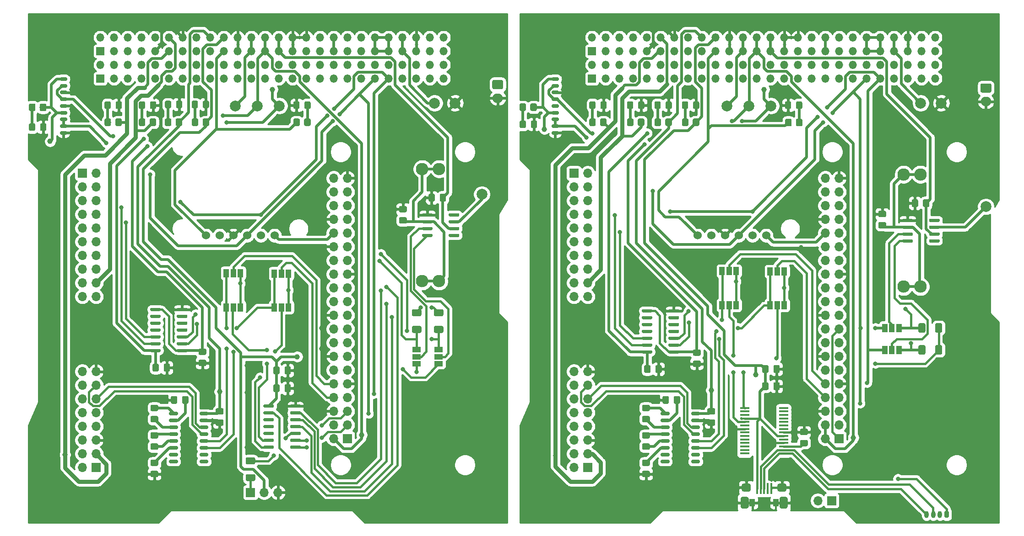
<source format=gbr>
%TF.GenerationSoftware,KiCad,Pcbnew,(5.1.9)-1*%
%TF.CreationDate,2021-11-28T20:19:45-05:00*%
%TF.ProjectId,Combined branches,436f6d62-696e-4656-9420-6272616e6368,rev?*%
%TF.SameCoordinates,Original*%
%TF.FileFunction,Copper,L1,Top*%
%TF.FilePolarity,Positive*%
%FSLAX46Y46*%
G04 Gerber Fmt 4.6, Leading zero omitted, Abs format (unit mm)*
G04 Created by KiCad (PCBNEW (5.1.9)-1) date 2021-11-28 20:19:45*
%MOMM*%
%LPD*%
G01*
G04 APERTURE LIST*
%TA.AperFunction,SMDPad,CuDef*%
%ADD10R,1.500000X1.000000*%
%TD*%
%TA.AperFunction,ComponentPad*%
%ADD11O,2.000000X1.700000*%
%TD*%
%TA.AperFunction,SMDPad,CuDef*%
%ADD12C,2.000000*%
%TD*%
%TA.AperFunction,ComponentPad*%
%ADD13C,2.300000*%
%TD*%
%TA.AperFunction,ComponentPad*%
%ADD14C,1.524000*%
%TD*%
%TA.AperFunction,ComponentPad*%
%ADD15O,1.700000X1.700000*%
%TD*%
%TA.AperFunction,ComponentPad*%
%ADD16R,1.700000X1.700000*%
%TD*%
%TA.AperFunction,SMDPad,CuDef*%
%ADD17R,1.000000X1.500000*%
%TD*%
%TA.AperFunction,ConnectorPad*%
%ADD18C,5.600000*%
%TD*%
%TA.AperFunction,ComponentPad*%
%ADD19C,3.600000*%
%TD*%
%TA.AperFunction,ComponentPad*%
%ADD20O,1.400000X0.700000*%
%TD*%
%TA.AperFunction,ComponentPad*%
%ADD21O,1.500000X1.500000*%
%TD*%
%TA.AperFunction,ComponentPad*%
%ADD22R,1.500000X1.500000*%
%TD*%
%TA.AperFunction,ComponentPad*%
%ADD23O,0.800000X1.300000*%
%TD*%
%TA.AperFunction,SMDPad,CuDef*%
%ADD24R,1.750000X0.450000*%
%TD*%
%TA.AperFunction,SMDPad,CuDef*%
%ADD25R,1.100000X1.350000*%
%TD*%
%TA.AperFunction,SMDPad,CuDef*%
%ADD26R,0.400000X2.000000*%
%TD*%
%TA.AperFunction,ViaPad*%
%ADD27C,0.800000*%
%TD*%
%TA.AperFunction,ViaPad*%
%ADD28C,1.000000*%
%TD*%
%TA.AperFunction,Conductor*%
%ADD29C,0.508000*%
%TD*%
%TA.AperFunction,Conductor*%
%ADD30C,0.381000*%
%TD*%
%TA.AperFunction,Conductor*%
%ADD31C,0.762000*%
%TD*%
%TA.AperFunction,Conductor*%
%ADD32C,0.254000*%
%TD*%
%TA.AperFunction,Conductor*%
%ADD33C,0.100000*%
%TD*%
G04 APERTURE END LIST*
%TO.P,R2,2*%
%TO.N,/SDA0*%
%TA.AperFunction,SMDPad,CuDef*%
G36*
G01*
X165490999Y-112406000D02*
X166741001Y-112406000D01*
G75*
G02*
X166991000Y-112655999I0J-249999D01*
G01*
X166991000Y-113456001D01*
G75*
G02*
X166741001Y-113706000I-249999J0D01*
G01*
X165490999Y-113706000D01*
G75*
G02*
X165241000Y-113456001I0J249999D01*
G01*
X165241000Y-112655999D01*
G75*
G02*
X165490999Y-112406000I249999J0D01*
G01*
G37*
%TD.AperFunction*%
%TO.P,R2,1*%
%TO.N,+3.3VA*%
%TA.AperFunction,SMDPad,CuDef*%
G36*
G01*
X165490999Y-109306000D02*
X166741001Y-109306000D01*
G75*
G02*
X166991000Y-109555999I0J-249999D01*
G01*
X166991000Y-110356001D01*
G75*
G02*
X166741001Y-110606000I-249999J0D01*
G01*
X165490999Y-110606000D01*
G75*
G02*
X165241000Y-110356001I0J249999D01*
G01*
X165241000Y-109555999D01*
G75*
G02*
X165490999Y-109306000I249999J0D01*
G01*
G37*
%TD.AperFunction*%
%TD*%
%TO.P,R1,2*%
%TO.N,/SCL0*%
%TA.AperFunction,SMDPad,CuDef*%
G36*
G01*
X169554999Y-112406000D02*
X170805001Y-112406000D01*
G75*
G02*
X171055000Y-112655999I0J-249999D01*
G01*
X171055000Y-113456001D01*
G75*
G02*
X170805001Y-113706000I-249999J0D01*
G01*
X169554999Y-113706000D01*
G75*
G02*
X169305000Y-113456001I0J249999D01*
G01*
X169305000Y-112655999D01*
G75*
G02*
X169554999Y-112406000I249999J0D01*
G01*
G37*
%TD.AperFunction*%
%TO.P,R1,1*%
%TO.N,+3.3VA*%
%TA.AperFunction,SMDPad,CuDef*%
G36*
G01*
X169554999Y-109306000D02*
X170805001Y-109306000D01*
G75*
G02*
X171055000Y-109555999I0J-249999D01*
G01*
X171055000Y-110356001D01*
G75*
G02*
X170805001Y-110606000I-249999J0D01*
G01*
X169554999Y-110606000D01*
G75*
G02*
X169305000Y-110356001I0J249999D01*
G01*
X169305000Y-109555999D01*
G75*
G02*
X169554999Y-109306000I249999J0D01*
G01*
G37*
%TD.AperFunction*%
%TD*%
D10*
%TO.P,JP6,1*%
%TO.N,/SCL0*%
X170186000Y-116810000D03*
%TO.P,JP6,2*%
%TO.N,/RTCSCL*%
X170186000Y-118110000D03*
%TO.P,JP6,3*%
%TO.N,/EPSSCL*%
X170186000Y-119410000D03*
%TD*%
%TO.P,JP5,1*%
%TO.N,/SDA0*%
X166116000Y-116810000D03*
%TO.P,JP5,2*%
%TO.N,/RTCSDA*%
X166116000Y-118110000D03*
%TO.P,JP5,3*%
%TO.N,/EPSSDA*%
X166116000Y-119410000D03*
%TD*%
D11*
%TO.P,J6,2*%
%TO.N,GND*%
X181102000Y-70191000D03*
%TO.P,J6,1*%
%TO.N,/5VUSBCHG*%
%TA.AperFunction,ComponentPad*%
G36*
G01*
X180352000Y-66841000D02*
X181852000Y-66841000D01*
G75*
G02*
X182102000Y-67091000I0J-250000D01*
G01*
X182102000Y-68291000D01*
G75*
G02*
X181852000Y-68541000I-250000J0D01*
G01*
X180352000Y-68541000D01*
G75*
G02*
X180102000Y-68291000I0J250000D01*
G01*
X180102000Y-67091000D01*
G75*
G02*
X180352000Y-66841000I250000J0D01*
G01*
G37*
%TD.AperFunction*%
%TD*%
%TO.P,U5,8*%
%TO.N,/RTCSCL*%
%TA.AperFunction,SMDPad,CuDef*%
G36*
G01*
X169061000Y-95481000D02*
X169061000Y-95781000D01*
G75*
G02*
X168911000Y-95931000I-150000J0D01*
G01*
X167261000Y-95931000D01*
G75*
G02*
X167111000Y-95781000I0J150000D01*
G01*
X167111000Y-95481000D01*
G75*
G02*
X167261000Y-95331000I150000J0D01*
G01*
X168911000Y-95331000D01*
G75*
G02*
X169061000Y-95481000I0J-150000D01*
G01*
G37*
%TD.AperFunction*%
%TO.P,U5,7*%
%TO.N,/RTCSDA*%
%TA.AperFunction,SMDPad,CuDef*%
G36*
G01*
X169061000Y-94211000D02*
X169061000Y-94511000D01*
G75*
G02*
X168911000Y-94661000I-150000J0D01*
G01*
X167261000Y-94661000D01*
G75*
G02*
X167111000Y-94511000I0J150000D01*
G01*
X167111000Y-94211000D01*
G75*
G02*
X167261000Y-94061000I150000J0D01*
G01*
X168911000Y-94061000D01*
G75*
G02*
X169061000Y-94211000I0J-150000D01*
G01*
G37*
%TD.AperFunction*%
%TO.P,U5,6*%
%TO.N,+BATT*%
%TA.AperFunction,SMDPad,CuDef*%
G36*
G01*
X169061000Y-92941000D02*
X169061000Y-93241000D01*
G75*
G02*
X168911000Y-93391000I-150000J0D01*
G01*
X167261000Y-93391000D01*
G75*
G02*
X167111000Y-93241000I0J150000D01*
G01*
X167111000Y-92941000D01*
G75*
G02*
X167261000Y-92791000I150000J0D01*
G01*
X168911000Y-92791000D01*
G75*
G02*
X169061000Y-92941000I0J-150000D01*
G01*
G37*
%TD.AperFunction*%
%TO.P,U5,5*%
%TO.N,GND*%
%TA.AperFunction,SMDPad,CuDef*%
G36*
G01*
X169061000Y-91671000D02*
X169061000Y-91971000D01*
G75*
G02*
X168911000Y-92121000I-150000J0D01*
G01*
X167261000Y-92121000D01*
G75*
G02*
X167111000Y-91971000I0J150000D01*
G01*
X167111000Y-91671000D01*
G75*
G02*
X167261000Y-91521000I150000J0D01*
G01*
X168911000Y-91521000D01*
G75*
G02*
X169061000Y-91671000I0J-150000D01*
G01*
G37*
%TD.AperFunction*%
%TO.P,U5,4*%
%TO.N,N/C*%
%TA.AperFunction,SMDPad,CuDef*%
G36*
G01*
X174011000Y-91671000D02*
X174011000Y-91971000D01*
G75*
G02*
X173861000Y-92121000I-150000J0D01*
G01*
X172211000Y-92121000D01*
G75*
G02*
X172061000Y-91971000I0J150000D01*
G01*
X172061000Y-91671000D01*
G75*
G02*
X172211000Y-91521000I150000J0D01*
G01*
X173861000Y-91521000D01*
G75*
G02*
X174011000Y-91671000I0J-150000D01*
G01*
G37*
%TD.AperFunction*%
%TO.P,U5,3*%
%TO.N,/SQW*%
%TA.AperFunction,SMDPad,CuDef*%
G36*
G01*
X174011000Y-92941000D02*
X174011000Y-93241000D01*
G75*
G02*
X173861000Y-93391000I-150000J0D01*
G01*
X172211000Y-93391000D01*
G75*
G02*
X172061000Y-93241000I0J150000D01*
G01*
X172061000Y-92941000D01*
G75*
G02*
X172211000Y-92791000I150000J0D01*
G01*
X173861000Y-92791000D01*
G75*
G02*
X174011000Y-92941000I0J-150000D01*
G01*
G37*
%TD.AperFunction*%
%TO.P,U5,2*%
%TO.N,+3V3*%
%TA.AperFunction,SMDPad,CuDef*%
G36*
G01*
X174011000Y-94211000D02*
X174011000Y-94511000D01*
G75*
G02*
X173861000Y-94661000I-150000J0D01*
G01*
X172211000Y-94661000D01*
G75*
G02*
X172061000Y-94511000I0J150000D01*
G01*
X172061000Y-94211000D01*
G75*
G02*
X172211000Y-94061000I150000J0D01*
G01*
X173861000Y-94061000D01*
G75*
G02*
X174011000Y-94211000I0J-150000D01*
G01*
G37*
%TD.AperFunction*%
%TO.P,U5,1*%
%TO.N,N/C*%
%TA.AperFunction,SMDPad,CuDef*%
G36*
G01*
X174011000Y-95481000D02*
X174011000Y-95781000D01*
G75*
G02*
X173861000Y-95931000I-150000J0D01*
G01*
X172211000Y-95931000D01*
G75*
G02*
X172061000Y-95781000I0J150000D01*
G01*
X172061000Y-95481000D01*
G75*
G02*
X172211000Y-95331000I150000J0D01*
G01*
X173861000Y-95331000D01*
G75*
G02*
X174011000Y-95481000I0J-150000D01*
G01*
G37*
%TD.AperFunction*%
%TD*%
D12*
%TO.P,TP6,1*%
%TO.N,/SQW*%
X178181000Y-88011000D03*
%TD*%
D13*
%TO.P,BT1,1*%
%TO.N,+BATT*%
X167156000Y-104126000D03*
X170256000Y-104126000D03*
X170256000Y-83326000D03*
X167156000Y-83326000D03*
%TD*%
%TO.P,C21,2*%
%TO.N,GND*%
%TA.AperFunction,SMDPad,CuDef*%
G36*
G01*
X164051000Y-91371000D02*
X163101000Y-91371000D01*
G75*
G02*
X162851000Y-91121000I0J250000D01*
G01*
X162851000Y-90446000D01*
G75*
G02*
X163101000Y-90196000I250000J0D01*
G01*
X164051000Y-90196000D01*
G75*
G02*
X164301000Y-90446000I0J-250000D01*
G01*
X164301000Y-91121000D01*
G75*
G02*
X164051000Y-91371000I-250000J0D01*
G01*
G37*
%TD.AperFunction*%
%TO.P,C21,1*%
%TO.N,+BATT*%
%TA.AperFunction,SMDPad,CuDef*%
G36*
G01*
X164051000Y-93446000D02*
X163101000Y-93446000D01*
G75*
G02*
X162851000Y-93196000I0J250000D01*
G01*
X162851000Y-92521000D01*
G75*
G02*
X163101000Y-92271000I250000J0D01*
G01*
X164051000Y-92271000D01*
G75*
G02*
X164301000Y-92521000I0J-250000D01*
G01*
X164301000Y-93196000D01*
G75*
G02*
X164051000Y-93446000I-250000J0D01*
G01*
G37*
%TD.AperFunction*%
%TD*%
%TO.P,C20,2*%
%TO.N,GND*%
%TA.AperFunction,SMDPad,CuDef*%
G36*
G01*
X169476000Y-88171000D02*
X169476000Y-89121000D01*
G75*
G02*
X169226000Y-89371000I-250000J0D01*
G01*
X168551000Y-89371000D01*
G75*
G02*
X168301000Y-89121000I0J250000D01*
G01*
X168301000Y-88171000D01*
G75*
G02*
X168551000Y-87921000I250000J0D01*
G01*
X169226000Y-87921000D01*
G75*
G02*
X169476000Y-88171000I0J-250000D01*
G01*
G37*
%TD.AperFunction*%
%TO.P,C20,1*%
%TO.N,+3V3*%
%TA.AperFunction,SMDPad,CuDef*%
G36*
G01*
X171551000Y-88171000D02*
X171551000Y-89121000D01*
G75*
G02*
X171301000Y-89371000I-250000J0D01*
G01*
X170626000Y-89371000D01*
G75*
G02*
X170376000Y-89121000I0J250000D01*
G01*
X170376000Y-88171000D01*
G75*
G02*
X170626000Y-87921000I250000J0D01*
G01*
X171301000Y-87921000D01*
G75*
G02*
X171551000Y-88171000I0J-250000D01*
G01*
G37*
%TD.AperFunction*%
%TD*%
D14*
%TO.P,U1,1*%
%TO.N,/SW9*%
X127127000Y-95631000D03*
%TO.P,U1,2*%
%TO.N,N/C*%
X129667000Y-95631000D03*
%TO.P,U1,3*%
%TO.N,GND*%
X132207000Y-95631000D03*
%TO.P,U1,4*%
%TO.N,/EPSSDA*%
X134747000Y-95631000D03*
%TO.P,U1,5*%
%TO.N,/EPSSCL*%
X137287000Y-95631000D03*
%TO.P,U1,6*%
%TO.N,/IMURST*%
X139827000Y-95631000D03*
%TD*%
D15*
%TO.P,J1,40*%
%TO.N,N/C*%
X150762000Y-85030000D03*
%TO.P,J1,39*%
%TO.N,GND*%
X153302000Y-85030000D03*
%TO.P,J1,38*%
%TO.N,N/C*%
X150762000Y-87570000D03*
%TO.P,J1,37*%
X153302000Y-87570000D03*
%TO.P,J1,36*%
X150762000Y-90110000D03*
%TO.P,J1,35*%
X153302000Y-90110000D03*
%TO.P,J1,34*%
%TO.N,GND*%
X150762000Y-92650000D03*
%TO.P,J1,33*%
%TO.N,N/C*%
X153302000Y-92650000D03*
%TO.P,J1,32*%
%TO.N,/IMURST*%
X150762000Y-95190000D03*
%TO.P,J1,31*%
%TO.N,N/C*%
X153302000Y-95190000D03*
%TO.P,J1,30*%
%TO.N,GND*%
X150762000Y-97730000D03*
%TO.P,J1,29*%
%TO.N,N/C*%
X153302000Y-97730000D03*
%TO.P,J1,28*%
%TO.N,/SCL0*%
X150762000Y-100270000D03*
%TO.P,J1,27*%
%TO.N,/SDA0*%
X153302000Y-100270000D03*
%TO.P,J1,26*%
%TO.N,N/C*%
X150762000Y-102810000D03*
%TO.P,J1,25*%
%TO.N,GND*%
X153302000Y-102810000D03*
%TO.P,J1,24*%
%TO.N,/SPICE0*%
X150762000Y-105350000D03*
%TO.P,J1,23*%
%TO.N,/SPISCK*%
X153302000Y-105350000D03*
%TO.P,J1,22*%
%TO.N,N/C*%
X150762000Y-107890000D03*
%TO.P,J1,21*%
%TO.N,/SPIMISO*%
X153302000Y-107890000D03*
%TO.P,J1,20*%
%TO.N,GND*%
X150762000Y-110430000D03*
%TO.P,J1,19*%
%TO.N,/SPIMOSI*%
X153302000Y-110430000D03*
%TO.P,J1,18*%
%TO.N,/SPIUARTRX*%
X150762000Y-112970000D03*
%TO.P,J1,17*%
%TO.N,+3.3VA*%
X153302000Y-112970000D03*
%TO.P,J1,16*%
%TO.N,/SPIUARTTX*%
X150762000Y-115510000D03*
%TO.P,J1,15*%
%TO.N,N/C*%
X153302000Y-115510000D03*
%TO.P,J1,14*%
%TO.N,GND*%
X150762000Y-118050000D03*
%TO.P,J1,13*%
%TO.N,N/C*%
X153302000Y-118050000D03*
%TO.P,J1,12*%
X150762000Y-120590000D03*
%TO.P,J1,11*%
X153302000Y-120590000D03*
%TO.P,J1,10*%
%TO.N,/HWRX*%
X150762000Y-123130000D03*
%TO.P,J1,9*%
%TO.N,GND*%
X153302000Y-123130000D03*
%TO.P,J1,8*%
%TO.N,/HWTX*%
X150762000Y-125670000D03*
%TO.P,J1,7*%
%TO.N,N/C*%
X153302000Y-125670000D03*
%TO.P,J1,6*%
%TO.N,GND*%
X150762000Y-128210000D03*
%TO.P,J1,5*%
%TO.N,/EPSSCL*%
X153302000Y-128210000D03*
%TO.P,J1,4*%
%TO.N,+5V*%
X150762000Y-130750000D03*
%TO.P,J1,3*%
%TO.N,/EPSSDA*%
X153302000Y-130750000D03*
%TO.P,J1,2*%
%TO.N,+5V*%
X150762000Y-133290000D03*
D16*
%TO.P,J1,1*%
%TO.N,+3.3VA*%
X153302000Y-133290000D03*
%TD*%
%TO.P,U3,14*%
%TO.N,GND*%
%TA.AperFunction,SMDPad,CuDef*%
G36*
G01*
X142724000Y-127404000D02*
X142724000Y-127104000D01*
G75*
G02*
X142874000Y-126954000I150000J0D01*
G01*
X144524000Y-126954000D01*
G75*
G02*
X144674000Y-127104000I0J-150000D01*
G01*
X144674000Y-127404000D01*
G75*
G02*
X144524000Y-127554000I-150000J0D01*
G01*
X142874000Y-127554000D01*
G75*
G02*
X142724000Y-127404000I0J150000D01*
G01*
G37*
%TD.AperFunction*%
%TO.P,U3,13*%
%TO.N,/SPISCK*%
%TA.AperFunction,SMDPad,CuDef*%
G36*
G01*
X142724000Y-128674000D02*
X142724000Y-128374000D01*
G75*
G02*
X142874000Y-128224000I150000J0D01*
G01*
X144524000Y-128224000D01*
G75*
G02*
X144674000Y-128374000I0J-150000D01*
G01*
X144674000Y-128674000D01*
G75*
G02*
X144524000Y-128824000I-150000J0D01*
G01*
X142874000Y-128824000D01*
G75*
G02*
X142724000Y-128674000I0J150000D01*
G01*
G37*
%TD.AperFunction*%
%TO.P,U3,12*%
%TO.N,/SPIMISO*%
%TA.AperFunction,SMDPad,CuDef*%
G36*
G01*
X142724000Y-129944000D02*
X142724000Y-129644000D01*
G75*
G02*
X142874000Y-129494000I150000J0D01*
G01*
X144524000Y-129494000D01*
G75*
G02*
X144674000Y-129644000I0J-150000D01*
G01*
X144674000Y-129944000D01*
G75*
G02*
X144524000Y-130094000I-150000J0D01*
G01*
X142874000Y-130094000D01*
G75*
G02*
X142724000Y-129944000I0J150000D01*
G01*
G37*
%TD.AperFunction*%
%TO.P,U3,11*%
%TO.N,/SPIMOSI*%
%TA.AperFunction,SMDPad,CuDef*%
G36*
G01*
X142724000Y-131214000D02*
X142724000Y-130914000D01*
G75*
G02*
X142874000Y-130764000I150000J0D01*
G01*
X144524000Y-130764000D01*
G75*
G02*
X144674000Y-130914000I0J-150000D01*
G01*
X144674000Y-131214000D01*
G75*
G02*
X144524000Y-131364000I-150000J0D01*
G01*
X142874000Y-131364000D01*
G75*
G02*
X142724000Y-131214000I0J150000D01*
G01*
G37*
%TD.AperFunction*%
%TO.P,U3,10*%
%TO.N,/SLVRST*%
%TA.AperFunction,SMDPad,CuDef*%
G36*
G01*
X142724000Y-132484000D02*
X142724000Y-132184000D01*
G75*
G02*
X142874000Y-132034000I150000J0D01*
G01*
X144524000Y-132034000D01*
G75*
G02*
X144674000Y-132184000I0J-150000D01*
G01*
X144674000Y-132484000D01*
G75*
G02*
X144524000Y-132634000I-150000J0D01*
G01*
X142874000Y-132634000D01*
G75*
G02*
X142724000Y-132484000I0J150000D01*
G01*
G37*
%TD.AperFunction*%
%TO.P,U3,9*%
%TO.N,/EPSSCL*%
%TA.AperFunction,SMDPad,CuDef*%
G36*
G01*
X142724000Y-133754000D02*
X142724000Y-133454000D01*
G75*
G02*
X142874000Y-133304000I150000J0D01*
G01*
X144524000Y-133304000D01*
G75*
G02*
X144674000Y-133454000I0J-150000D01*
G01*
X144674000Y-133754000D01*
G75*
G02*
X144524000Y-133904000I-150000J0D01*
G01*
X142874000Y-133904000D01*
G75*
G02*
X142724000Y-133754000I0J150000D01*
G01*
G37*
%TD.AperFunction*%
%TO.P,U3,8*%
%TO.N,/EPSSDA*%
%TA.AperFunction,SMDPad,CuDef*%
G36*
G01*
X142724000Y-135024000D02*
X142724000Y-134724000D01*
G75*
G02*
X142874000Y-134574000I150000J0D01*
G01*
X144524000Y-134574000D01*
G75*
G02*
X144674000Y-134724000I0J-150000D01*
G01*
X144674000Y-135024000D01*
G75*
G02*
X144524000Y-135174000I-150000J0D01*
G01*
X142874000Y-135174000D01*
G75*
G02*
X142724000Y-135024000I0J150000D01*
G01*
G37*
%TD.AperFunction*%
%TO.P,U3,7*%
%TO.N,/SPIUARTTX*%
%TA.AperFunction,SMDPad,CuDef*%
G36*
G01*
X137774000Y-135024000D02*
X137774000Y-134724000D01*
G75*
G02*
X137924000Y-134574000I150000J0D01*
G01*
X139574000Y-134574000D01*
G75*
G02*
X139724000Y-134724000I0J-150000D01*
G01*
X139724000Y-135024000D01*
G75*
G02*
X139574000Y-135174000I-150000J0D01*
G01*
X137924000Y-135174000D01*
G75*
G02*
X137774000Y-135024000I0J150000D01*
G01*
G37*
%TD.AperFunction*%
%TO.P,U3,6*%
%TO.N,/SPIUARTRX*%
%TA.AperFunction,SMDPad,CuDef*%
G36*
G01*
X137774000Y-133754000D02*
X137774000Y-133454000D01*
G75*
G02*
X137924000Y-133304000I150000J0D01*
G01*
X139574000Y-133304000D01*
G75*
G02*
X139724000Y-133454000I0J-150000D01*
G01*
X139724000Y-133754000D01*
G75*
G02*
X139574000Y-133904000I-150000J0D01*
G01*
X137924000Y-133904000D01*
G75*
G02*
X137774000Y-133754000I0J150000D01*
G01*
G37*
%TD.AperFunction*%
%TO.P,U3,5*%
%TO.N,N/C*%
%TA.AperFunction,SMDPad,CuDef*%
G36*
G01*
X137774000Y-132484000D02*
X137774000Y-132184000D01*
G75*
G02*
X137924000Y-132034000I150000J0D01*
G01*
X139574000Y-132034000D01*
G75*
G02*
X139724000Y-132184000I0J-150000D01*
G01*
X139724000Y-132484000D01*
G75*
G02*
X139574000Y-132634000I-150000J0D01*
G01*
X137924000Y-132634000D01*
G75*
G02*
X137774000Y-132484000I0J150000D01*
G01*
G37*
%TD.AperFunction*%
%TO.P,U3,4*%
%TA.AperFunction,SMDPad,CuDef*%
G36*
G01*
X137774000Y-131214000D02*
X137774000Y-130914000D01*
G75*
G02*
X137924000Y-130764000I150000J0D01*
G01*
X139574000Y-130764000D01*
G75*
G02*
X139724000Y-130914000I0J-150000D01*
G01*
X139724000Y-131214000D01*
G75*
G02*
X139574000Y-131364000I-150000J0D01*
G01*
X137924000Y-131364000D01*
G75*
G02*
X137774000Y-131214000I0J150000D01*
G01*
G37*
%TD.AperFunction*%
%TO.P,U3,3*%
%TA.AperFunction,SMDPad,CuDef*%
G36*
G01*
X137774000Y-129944000D02*
X137774000Y-129644000D01*
G75*
G02*
X137924000Y-129494000I150000J0D01*
G01*
X139574000Y-129494000D01*
G75*
G02*
X139724000Y-129644000I0J-150000D01*
G01*
X139724000Y-129944000D01*
G75*
G02*
X139574000Y-130094000I-150000J0D01*
G01*
X137924000Y-130094000D01*
G75*
G02*
X137774000Y-129944000I0J150000D01*
G01*
G37*
%TD.AperFunction*%
%TO.P,U3,2*%
%TO.N,/SPICE0*%
%TA.AperFunction,SMDPad,CuDef*%
G36*
G01*
X137774000Y-128674000D02*
X137774000Y-128374000D01*
G75*
G02*
X137924000Y-128224000I150000J0D01*
G01*
X139574000Y-128224000D01*
G75*
G02*
X139724000Y-128374000I0J-150000D01*
G01*
X139724000Y-128674000D01*
G75*
G02*
X139574000Y-128824000I-150000J0D01*
G01*
X137924000Y-128824000D01*
G75*
G02*
X137774000Y-128674000I0J150000D01*
G01*
G37*
%TD.AperFunction*%
%TO.P,U3,1*%
%TO.N,/SW10*%
%TA.AperFunction,SMDPad,CuDef*%
G36*
G01*
X137774000Y-127404000D02*
X137774000Y-127104000D01*
G75*
G02*
X137924000Y-126954000I150000J0D01*
G01*
X139574000Y-126954000D01*
G75*
G02*
X139724000Y-127104000I0J-150000D01*
G01*
X139724000Y-127404000D01*
G75*
G02*
X139574000Y-127554000I-150000J0D01*
G01*
X137924000Y-127554000D01*
G75*
G02*
X137774000Y-127404000I0J150000D01*
G01*
G37*
%TD.AperFunction*%
%TD*%
%TO.P,R7,2*%
%TO.N,Net-(J5-Pad1)*%
%TA.AperFunction,SMDPad,CuDef*%
G36*
G01*
X134756999Y-139864000D02*
X136007001Y-139864000D01*
G75*
G02*
X136257000Y-140113999I0J-249999D01*
G01*
X136257000Y-140914001D01*
G75*
G02*
X136007001Y-141164000I-249999J0D01*
G01*
X134756999Y-141164000D01*
G75*
G02*
X134507000Y-140914001I0J249999D01*
G01*
X134507000Y-140113999D01*
G75*
G02*
X134756999Y-139864000I249999J0D01*
G01*
G37*
%TD.AperFunction*%
%TO.P,R7,1*%
%TO.N,/SLVRST*%
%TA.AperFunction,SMDPad,CuDef*%
G36*
G01*
X134756999Y-136764000D02*
X136007001Y-136764000D01*
G75*
G02*
X136257000Y-137013999I0J-249999D01*
G01*
X136257000Y-137814001D01*
G75*
G02*
X136007001Y-138064000I-249999J0D01*
G01*
X134756999Y-138064000D01*
G75*
G02*
X134507000Y-137814001I0J249999D01*
G01*
X134507000Y-137013999D01*
G75*
G02*
X134756999Y-136764000I249999J0D01*
G01*
G37*
%TD.AperFunction*%
%TD*%
D15*
%TO.P,J5,3*%
%TO.N,GND*%
X140462000Y-143256000D03*
%TO.P,J5,2*%
%TO.N,/SW10*%
X137922000Y-143256000D03*
D16*
%TO.P,J5,1*%
%TO.N,Net-(J5-Pad1)*%
X135382000Y-143256000D03*
%TD*%
%TO.P,C7,2*%
%TO.N,GND*%
%TA.AperFunction,SMDPad,CuDef*%
G36*
G01*
X141674000Y-124427000D02*
X141674000Y-123477000D01*
G75*
G02*
X141924000Y-123227000I250000J0D01*
G01*
X142599000Y-123227000D01*
G75*
G02*
X142849000Y-123477000I0J-250000D01*
G01*
X142849000Y-124427000D01*
G75*
G02*
X142599000Y-124677000I-250000J0D01*
G01*
X141924000Y-124677000D01*
G75*
G02*
X141674000Y-124427000I0J250000D01*
G01*
G37*
%TD.AperFunction*%
%TO.P,C7,1*%
%TO.N,/SW10*%
%TA.AperFunction,SMDPad,CuDef*%
G36*
G01*
X139599000Y-124427000D02*
X139599000Y-123477000D01*
G75*
G02*
X139849000Y-123227000I250000J0D01*
G01*
X140524000Y-123227000D01*
G75*
G02*
X140774000Y-123477000I0J-250000D01*
G01*
X140774000Y-124427000D01*
G75*
G02*
X140524000Y-124677000I-250000J0D01*
G01*
X139849000Y-124677000D01*
G75*
G02*
X139599000Y-124427000I0J250000D01*
G01*
G37*
%TD.AperFunction*%
%TD*%
%TO.P,C6,2*%
%TO.N,GND*%
%TA.AperFunction,SMDPad,CuDef*%
G36*
G01*
X141674000Y-121125000D02*
X141674000Y-120175000D01*
G75*
G02*
X141924000Y-119925000I250000J0D01*
G01*
X142599000Y-119925000D01*
G75*
G02*
X142849000Y-120175000I0J-250000D01*
G01*
X142849000Y-121125000D01*
G75*
G02*
X142599000Y-121375000I-250000J0D01*
G01*
X141924000Y-121375000D01*
G75*
G02*
X141674000Y-121125000I0J250000D01*
G01*
G37*
%TD.AperFunction*%
%TO.P,C6,1*%
%TO.N,/SW10*%
%TA.AperFunction,SMDPad,CuDef*%
G36*
G01*
X139599000Y-121125000D02*
X139599000Y-120175000D01*
G75*
G02*
X139849000Y-119925000I250000J0D01*
G01*
X140524000Y-119925000D01*
G75*
G02*
X140774000Y-120175000I0J-250000D01*
G01*
X140774000Y-121125000D01*
G75*
G02*
X140524000Y-121375000I-250000J0D01*
G01*
X139849000Y-121375000D01*
G75*
G02*
X139599000Y-121125000I0J250000D01*
G01*
G37*
%TD.AperFunction*%
%TD*%
%TO.P,U4,14*%
%TO.N,+5V*%
%TA.AperFunction,SMDPad,CuDef*%
G36*
G01*
X118769000Y-116817000D02*
X118769000Y-117117000D01*
G75*
G02*
X118619000Y-117267000I-150000J0D01*
G01*
X116969000Y-117267000D01*
G75*
G02*
X116819000Y-117117000I0J150000D01*
G01*
X116819000Y-116817000D01*
G75*
G02*
X116969000Y-116667000I150000J0D01*
G01*
X118619000Y-116667000D01*
G75*
G02*
X118769000Y-116817000I0J-150000D01*
G01*
G37*
%TD.AperFunction*%
%TO.P,U4,13*%
%TO.N,/APRSRXSh*%
%TA.AperFunction,SMDPad,CuDef*%
G36*
G01*
X118769000Y-115547000D02*
X118769000Y-115847000D01*
G75*
G02*
X118619000Y-115997000I-150000J0D01*
G01*
X116969000Y-115997000D01*
G75*
G02*
X116819000Y-115847000I0J150000D01*
G01*
X116819000Y-115547000D01*
G75*
G02*
X116969000Y-115397000I150000J0D01*
G01*
X118619000Y-115397000D01*
G75*
G02*
X118769000Y-115547000I0J-150000D01*
G01*
G37*
%TD.AperFunction*%
%TO.P,U4,12*%
%TO.N,/APRSTXSh*%
%TA.AperFunction,SMDPad,CuDef*%
G36*
G01*
X118769000Y-114277000D02*
X118769000Y-114577000D01*
G75*
G02*
X118619000Y-114727000I-150000J0D01*
G01*
X116969000Y-114727000D01*
G75*
G02*
X116819000Y-114577000I0J150000D01*
G01*
X116819000Y-114277000D01*
G75*
G02*
X116969000Y-114127000I150000J0D01*
G01*
X118619000Y-114127000D01*
G75*
G02*
X118769000Y-114277000I0J-150000D01*
G01*
G37*
%TD.AperFunction*%
%TO.P,U4,11*%
%TO.N,N/C*%
%TA.AperFunction,SMDPad,CuDef*%
G36*
G01*
X118769000Y-113007000D02*
X118769000Y-113307000D01*
G75*
G02*
X118619000Y-113457000I-150000J0D01*
G01*
X116969000Y-113457000D01*
G75*
G02*
X116819000Y-113307000I0J150000D01*
G01*
X116819000Y-113007000D01*
G75*
G02*
X116969000Y-112857000I150000J0D01*
G01*
X118619000Y-112857000D01*
G75*
G02*
X118769000Y-113007000I0J-150000D01*
G01*
G37*
%TD.AperFunction*%
%TO.P,U4,10*%
%TA.AperFunction,SMDPad,CuDef*%
G36*
G01*
X118769000Y-111737000D02*
X118769000Y-112037000D01*
G75*
G02*
X118619000Y-112187000I-150000J0D01*
G01*
X116969000Y-112187000D01*
G75*
G02*
X116819000Y-112037000I0J150000D01*
G01*
X116819000Y-111737000D01*
G75*
G02*
X116969000Y-111587000I150000J0D01*
G01*
X118619000Y-111587000D01*
G75*
G02*
X118769000Y-111737000I0J-150000D01*
G01*
G37*
%TD.AperFunction*%
%TO.P,U4,9*%
%TA.AperFunction,SMDPad,CuDef*%
G36*
G01*
X118769000Y-110467000D02*
X118769000Y-110767000D01*
G75*
G02*
X118619000Y-110917000I-150000J0D01*
G01*
X116969000Y-110917000D01*
G75*
G02*
X116819000Y-110767000I0J150000D01*
G01*
X116819000Y-110467000D01*
G75*
G02*
X116969000Y-110317000I150000J0D01*
G01*
X118619000Y-110317000D01*
G75*
G02*
X118769000Y-110467000I0J-150000D01*
G01*
G37*
%TD.AperFunction*%
%TO.P,U4,8*%
%TO.N,+3V3*%
%TA.AperFunction,SMDPad,CuDef*%
G36*
G01*
X118769000Y-109197000D02*
X118769000Y-109497000D01*
G75*
G02*
X118619000Y-109647000I-150000J0D01*
G01*
X116969000Y-109647000D01*
G75*
G02*
X116819000Y-109497000I0J150000D01*
G01*
X116819000Y-109197000D01*
G75*
G02*
X116969000Y-109047000I150000J0D01*
G01*
X118619000Y-109047000D01*
G75*
G02*
X118769000Y-109197000I0J-150000D01*
G01*
G37*
%TD.AperFunction*%
%TO.P,U4,7*%
%TO.N,GND*%
%TA.AperFunction,SMDPad,CuDef*%
G36*
G01*
X123719000Y-109197000D02*
X123719000Y-109497000D01*
G75*
G02*
X123569000Y-109647000I-150000J0D01*
G01*
X121919000Y-109647000D01*
G75*
G02*
X121769000Y-109497000I0J150000D01*
G01*
X121769000Y-109197000D01*
G75*
G02*
X121919000Y-109047000I150000J0D01*
G01*
X123569000Y-109047000D01*
G75*
G02*
X123719000Y-109197000I0J-150000D01*
G01*
G37*
%TD.AperFunction*%
%TO.P,U4,6*%
%TO.N,N/C*%
%TA.AperFunction,SMDPad,CuDef*%
G36*
G01*
X123719000Y-110467000D02*
X123719000Y-110767000D01*
G75*
G02*
X123569000Y-110917000I-150000J0D01*
G01*
X121919000Y-110917000D01*
G75*
G02*
X121769000Y-110767000I0J150000D01*
G01*
X121769000Y-110467000D01*
G75*
G02*
X121919000Y-110317000I150000J0D01*
G01*
X123569000Y-110317000D01*
G75*
G02*
X123719000Y-110467000I0J-150000D01*
G01*
G37*
%TD.AperFunction*%
%TO.P,U4,5*%
%TA.AperFunction,SMDPad,CuDef*%
G36*
G01*
X123719000Y-111737000D02*
X123719000Y-112037000D01*
G75*
G02*
X123569000Y-112187000I-150000J0D01*
G01*
X121919000Y-112187000D01*
G75*
G02*
X121769000Y-112037000I0J150000D01*
G01*
X121769000Y-111737000D01*
G75*
G02*
X121919000Y-111587000I150000J0D01*
G01*
X123569000Y-111587000D01*
G75*
G02*
X123719000Y-111737000I0J-150000D01*
G01*
G37*
%TD.AperFunction*%
%TO.P,U4,4*%
%TA.AperFunction,SMDPad,CuDef*%
G36*
G01*
X123719000Y-113007000D02*
X123719000Y-113307000D01*
G75*
G02*
X123569000Y-113457000I-150000J0D01*
G01*
X121919000Y-113457000D01*
G75*
G02*
X121769000Y-113307000I0J150000D01*
G01*
X121769000Y-113007000D01*
G75*
G02*
X121919000Y-112857000I150000J0D01*
G01*
X123569000Y-112857000D01*
G75*
G02*
X123719000Y-113007000I0J-150000D01*
G01*
G37*
%TD.AperFunction*%
%TO.P,U4,3*%
%TO.N,/APRSTX*%
%TA.AperFunction,SMDPad,CuDef*%
G36*
G01*
X123719000Y-114277000D02*
X123719000Y-114577000D01*
G75*
G02*
X123569000Y-114727000I-150000J0D01*
G01*
X121919000Y-114727000D01*
G75*
G02*
X121769000Y-114577000I0J150000D01*
G01*
X121769000Y-114277000D01*
G75*
G02*
X121919000Y-114127000I150000J0D01*
G01*
X123569000Y-114127000D01*
G75*
G02*
X123719000Y-114277000I0J-150000D01*
G01*
G37*
%TD.AperFunction*%
%TO.P,U4,2*%
%TO.N,/APRSRX*%
%TA.AperFunction,SMDPad,CuDef*%
G36*
G01*
X123719000Y-115547000D02*
X123719000Y-115847000D01*
G75*
G02*
X123569000Y-115997000I-150000J0D01*
G01*
X121919000Y-115997000D01*
G75*
G02*
X121769000Y-115847000I0J150000D01*
G01*
X121769000Y-115547000D01*
G75*
G02*
X121919000Y-115397000I150000J0D01*
G01*
X123569000Y-115397000D01*
G75*
G02*
X123719000Y-115547000I0J-150000D01*
G01*
G37*
%TD.AperFunction*%
%TO.P,U4,1*%
%TO.N,+3V3*%
%TA.AperFunction,SMDPad,CuDef*%
G36*
G01*
X123719000Y-116817000D02*
X123719000Y-117117000D01*
G75*
G02*
X123569000Y-117267000I-150000J0D01*
G01*
X121919000Y-117267000D01*
G75*
G02*
X121769000Y-117117000I0J150000D01*
G01*
X121769000Y-116817000D01*
G75*
G02*
X121919000Y-116667000I150000J0D01*
G01*
X123569000Y-116667000D01*
G75*
G02*
X123719000Y-116817000I0J-150000D01*
G01*
G37*
%TD.AperFunction*%
%TD*%
%TO.P,C10,2*%
%TO.N,GND*%
%TA.AperFunction,SMDPad,CuDef*%
G36*
G01*
X126017000Y-118687000D02*
X126967000Y-118687000D01*
G75*
G02*
X127217000Y-118937000I0J-250000D01*
G01*
X127217000Y-119612000D01*
G75*
G02*
X126967000Y-119862000I-250000J0D01*
G01*
X126017000Y-119862000D01*
G75*
G02*
X125767000Y-119612000I0J250000D01*
G01*
X125767000Y-118937000D01*
G75*
G02*
X126017000Y-118687000I250000J0D01*
G01*
G37*
%TD.AperFunction*%
%TO.P,C10,1*%
%TO.N,+3V3*%
%TA.AperFunction,SMDPad,CuDef*%
G36*
G01*
X126017000Y-116612000D02*
X126967000Y-116612000D01*
G75*
G02*
X127217000Y-116862000I0J-250000D01*
G01*
X127217000Y-117537000D01*
G75*
G02*
X126967000Y-117787000I-250000J0D01*
G01*
X126017000Y-117787000D01*
G75*
G02*
X125767000Y-117537000I0J250000D01*
G01*
X125767000Y-116862000D01*
G75*
G02*
X126017000Y-116612000I250000J0D01*
G01*
G37*
%TD.AperFunction*%
%TD*%
%TO.P,C9,2*%
%TO.N,GND*%
%TA.AperFunction,SMDPad,CuDef*%
G36*
G01*
X119322000Y-120617000D02*
X119322000Y-119667000D01*
G75*
G02*
X119572000Y-119417000I250000J0D01*
G01*
X120247000Y-119417000D01*
G75*
G02*
X120497000Y-119667000I0J-250000D01*
G01*
X120497000Y-120617000D01*
G75*
G02*
X120247000Y-120867000I-250000J0D01*
G01*
X119572000Y-120867000D01*
G75*
G02*
X119322000Y-120617000I0J250000D01*
G01*
G37*
%TD.AperFunction*%
%TO.P,C9,1*%
%TO.N,+5V*%
%TA.AperFunction,SMDPad,CuDef*%
G36*
G01*
X117247000Y-120617000D02*
X117247000Y-119667000D01*
G75*
G02*
X117497000Y-119417000I250000J0D01*
G01*
X118172000Y-119417000D01*
G75*
G02*
X118422000Y-119667000I0J-250000D01*
G01*
X118422000Y-120617000D01*
G75*
G02*
X118172000Y-120867000I-250000J0D01*
G01*
X117497000Y-120867000D01*
G75*
G02*
X117247000Y-120617000I0J250000D01*
G01*
G37*
%TD.AperFunction*%
%TD*%
%TO.P,U2,9*%
%TO.N,N/C*%
%TA.AperFunction,SMDPad,CuDef*%
G36*
G01*
X126146999Y-137216000D02*
X127406997Y-137216000D01*
G75*
G02*
X127601997Y-137411000I0J-195000D01*
G01*
X127601997Y-137671000D01*
G75*
G02*
X127406997Y-137866000I-195000J0D01*
G01*
X126146999Y-137866000D01*
G75*
G02*
X125951999Y-137671000I0J195000D01*
G01*
X125951999Y-137411000D01*
G75*
G02*
X126146999Y-137216000I195000J0D01*
G01*
G37*
%TD.AperFunction*%
%TO.P,U2,10*%
%TA.AperFunction,SMDPad,CuDef*%
G36*
G01*
X126146999Y-135946000D02*
X127406997Y-135946000D01*
G75*
G02*
X127601997Y-136141000I0J-195000D01*
G01*
X127601997Y-136401000D01*
G75*
G02*
X127406997Y-136596000I-195000J0D01*
G01*
X126146999Y-136596000D01*
G75*
G02*
X125951999Y-136401000I0J195000D01*
G01*
X125951999Y-136141000D01*
G75*
G02*
X126146999Y-135946000I195000J0D01*
G01*
G37*
%TD.AperFunction*%
%TO.P,U2,11*%
%TO.N,/T1IN*%
%TA.AperFunction,SMDPad,CuDef*%
G36*
G01*
X126146999Y-134676000D02*
X127406997Y-134676000D01*
G75*
G02*
X127601997Y-134871000I0J-195000D01*
G01*
X127601997Y-135131000D01*
G75*
G02*
X127406997Y-135326000I-195000J0D01*
G01*
X126146999Y-135326000D01*
G75*
G02*
X125951999Y-135131000I0J195000D01*
G01*
X125951999Y-134871000D01*
G75*
G02*
X126146999Y-134676000I195000J0D01*
G01*
G37*
%TD.AperFunction*%
%TO.P,U2,12*%
%TO.N,/R1OUT*%
%TA.AperFunction,SMDPad,CuDef*%
G36*
G01*
X126146999Y-133406000D02*
X127406997Y-133406000D01*
G75*
G02*
X127601997Y-133601000I0J-195000D01*
G01*
X127601997Y-133861000D01*
G75*
G02*
X127406997Y-134056000I-195000J0D01*
G01*
X126146999Y-134056000D01*
G75*
G02*
X125951999Y-133861000I0J195000D01*
G01*
X125951999Y-133601000D01*
G75*
G02*
X126146999Y-133406000I195000J0D01*
G01*
G37*
%TD.AperFunction*%
%TO.P,U2,13*%
%TO.N,/R1IN*%
%TA.AperFunction,SMDPad,CuDef*%
G36*
G01*
X126146999Y-132136000D02*
X127406997Y-132136000D01*
G75*
G02*
X127601997Y-132331000I0J-195000D01*
G01*
X127601997Y-132591000D01*
G75*
G02*
X127406997Y-132786000I-195000J0D01*
G01*
X126146999Y-132786000D01*
G75*
G02*
X125951999Y-132591000I0J195000D01*
G01*
X125951999Y-132331000D01*
G75*
G02*
X126146999Y-132136000I195000J0D01*
G01*
G37*
%TD.AperFunction*%
%TO.P,U2,14*%
%TO.N,/T1OUT*%
%TA.AperFunction,SMDPad,CuDef*%
G36*
G01*
X126146999Y-130866000D02*
X127406997Y-130866000D01*
G75*
G02*
X127601997Y-131061000I0J-195000D01*
G01*
X127601997Y-131321000D01*
G75*
G02*
X127406997Y-131516000I-195000J0D01*
G01*
X126146999Y-131516000D01*
G75*
G02*
X125951999Y-131321000I0J195000D01*
G01*
X125951999Y-131061000D01*
G75*
G02*
X126146999Y-130866000I195000J0D01*
G01*
G37*
%TD.AperFunction*%
%TO.P,U2,15*%
%TO.N,GND*%
%TA.AperFunction,SMDPad,CuDef*%
G36*
G01*
X126146999Y-129596000D02*
X127406997Y-129596000D01*
G75*
G02*
X127601997Y-129791000I0J-195000D01*
G01*
X127601997Y-130051000D01*
G75*
G02*
X127406997Y-130246000I-195000J0D01*
G01*
X126146999Y-130246000D01*
G75*
G02*
X125951999Y-130051000I0J195000D01*
G01*
X125951999Y-129791000D01*
G75*
G02*
X126146999Y-129596000I195000J0D01*
G01*
G37*
%TD.AperFunction*%
%TO.P,U2,16*%
%TO.N,/SW8*%
%TA.AperFunction,SMDPad,CuDef*%
G36*
G01*
X126146999Y-128326000D02*
X127406997Y-128326000D01*
G75*
G02*
X127601997Y-128521000I0J-195000D01*
G01*
X127601997Y-128781000D01*
G75*
G02*
X127406997Y-128976000I-195000J0D01*
G01*
X126146999Y-128976000D01*
G75*
G02*
X125951999Y-128781000I0J195000D01*
G01*
X125951999Y-128521000D01*
G75*
G02*
X126146999Y-128326000I195000J0D01*
G01*
G37*
%TD.AperFunction*%
%TO.P,U2,8*%
%TO.N,N/C*%
%TA.AperFunction,SMDPad,CuDef*%
G36*
G01*
X120497000Y-137216000D02*
X121756998Y-137216000D01*
G75*
G02*
X121951998Y-137411000I0J-195000D01*
G01*
X121951998Y-137671000D01*
G75*
G02*
X121756998Y-137866000I-195000J0D01*
G01*
X120497000Y-137866000D01*
G75*
G02*
X120302000Y-137671000I0J195000D01*
G01*
X120302000Y-137411000D01*
G75*
G02*
X120497000Y-137216000I195000J0D01*
G01*
G37*
%TD.AperFunction*%
%TO.P,U2,7*%
%TA.AperFunction,SMDPad,CuDef*%
G36*
G01*
X120497000Y-135946000D02*
X121756998Y-135946000D01*
G75*
G02*
X121951998Y-136141000I0J-195000D01*
G01*
X121951998Y-136401000D01*
G75*
G02*
X121756998Y-136596000I-195000J0D01*
G01*
X120497000Y-136596000D01*
G75*
G02*
X120302000Y-136401000I0J195000D01*
G01*
X120302000Y-136141000D01*
G75*
G02*
X120497000Y-135946000I195000J0D01*
G01*
G37*
%TD.AperFunction*%
%TO.P,U2,6*%
%TO.N,Net-(C4-Pad2)*%
%TA.AperFunction,SMDPad,CuDef*%
G36*
G01*
X120497000Y-134676000D02*
X121756998Y-134676000D01*
G75*
G02*
X121951998Y-134871000I0J-195000D01*
G01*
X121951998Y-135131000D01*
G75*
G02*
X121756998Y-135326000I-195000J0D01*
G01*
X120497000Y-135326000D01*
G75*
G02*
X120302000Y-135131000I0J195000D01*
G01*
X120302000Y-134871000D01*
G75*
G02*
X120497000Y-134676000I195000J0D01*
G01*
G37*
%TD.AperFunction*%
%TO.P,U2,5*%
%TO.N,Net-(C2-Pad2)*%
%TA.AperFunction,SMDPad,CuDef*%
G36*
G01*
X120497000Y-133406000D02*
X121756998Y-133406000D01*
G75*
G02*
X121951998Y-133601000I0J-195000D01*
G01*
X121951998Y-133861000D01*
G75*
G02*
X121756998Y-134056000I-195000J0D01*
G01*
X120497000Y-134056000D01*
G75*
G02*
X120302000Y-133861000I0J195000D01*
G01*
X120302000Y-133601000D01*
G75*
G02*
X120497000Y-133406000I195000J0D01*
G01*
G37*
%TD.AperFunction*%
%TO.P,U2,4*%
%TO.N,Net-(C2-Pad1)*%
%TA.AperFunction,SMDPad,CuDef*%
G36*
G01*
X120497000Y-132136000D02*
X121756998Y-132136000D01*
G75*
G02*
X121951998Y-132331000I0J-195000D01*
G01*
X121951998Y-132591000D01*
G75*
G02*
X121756998Y-132786000I-195000J0D01*
G01*
X120497000Y-132786000D01*
G75*
G02*
X120302000Y-132591000I0J195000D01*
G01*
X120302000Y-132331000D01*
G75*
G02*
X120497000Y-132136000I195000J0D01*
G01*
G37*
%TD.AperFunction*%
%TO.P,U2,3*%
%TO.N,Net-(C1-Pad1)*%
%TA.AperFunction,SMDPad,CuDef*%
G36*
G01*
X120497000Y-130866000D02*
X121756998Y-130866000D01*
G75*
G02*
X121951998Y-131061000I0J-195000D01*
G01*
X121951998Y-131321000D01*
G75*
G02*
X121756998Y-131516000I-195000J0D01*
G01*
X120497000Y-131516000D01*
G75*
G02*
X120302000Y-131321000I0J195000D01*
G01*
X120302000Y-131061000D01*
G75*
G02*
X120497000Y-130866000I195000J0D01*
G01*
G37*
%TD.AperFunction*%
%TO.P,U2,2*%
%TO.N,Net-(C3-Pad2)*%
%TA.AperFunction,SMDPad,CuDef*%
G36*
G01*
X120497000Y-129596000D02*
X121756998Y-129596000D01*
G75*
G02*
X121951998Y-129791000I0J-195000D01*
G01*
X121951998Y-130051000D01*
G75*
G02*
X121756998Y-130246000I-195000J0D01*
G01*
X120497000Y-130246000D01*
G75*
G02*
X120302000Y-130051000I0J195000D01*
G01*
X120302000Y-129791000D01*
G75*
G02*
X120497000Y-129596000I195000J0D01*
G01*
G37*
%TD.AperFunction*%
%TO.P,U2,1*%
%TO.N,Net-(C1-Pad2)*%
%TA.AperFunction,SMDPad,CuDef*%
G36*
G01*
X120497000Y-128326000D02*
X121756998Y-128326000D01*
G75*
G02*
X121951998Y-128521000I0J-195000D01*
G01*
X121951998Y-128781000D01*
G75*
G02*
X121756998Y-128976000I-195000J0D01*
G01*
X120497000Y-128976000D01*
G75*
G02*
X120302000Y-128781000I0J195000D01*
G01*
X120302000Y-128521000D01*
G75*
G02*
X120497000Y-128326000I195000J0D01*
G01*
G37*
%TD.AperFunction*%
%TD*%
%TO.P,R12,2*%
%TO.N,Net-(D12-Pad2)*%
%TA.AperFunction,SMDPad,CuDef*%
G36*
G01*
X145307000Y-75126001D02*
X145307000Y-74225999D01*
G75*
G02*
X145556999Y-73976000I249999J0D01*
G01*
X146257001Y-73976000D01*
G75*
G02*
X146507000Y-74225999I0J-249999D01*
G01*
X146507000Y-75126001D01*
G75*
G02*
X146257001Y-75376000I-249999J0D01*
G01*
X145556999Y-75376000D01*
G75*
G02*
X145307000Y-75126001I0J249999D01*
G01*
G37*
%TD.AperFunction*%
%TO.P,R12,1*%
%TO.N,/SW9*%
%TA.AperFunction,SMDPad,CuDef*%
G36*
G01*
X143307000Y-75126001D02*
X143307000Y-74225999D01*
G75*
G02*
X143556999Y-73976000I249999J0D01*
G01*
X144257001Y-73976000D01*
G75*
G02*
X144507000Y-74225999I0J-249999D01*
G01*
X144507000Y-75126001D01*
G75*
G02*
X144257001Y-75376000I-249999J0D01*
G01*
X143556999Y-75376000D01*
G75*
G02*
X143307000Y-75126001I0J249999D01*
G01*
G37*
%TD.AperFunction*%
%TD*%
%TO.P,R11,2*%
%TO.N,Net-(D11-Pad2)*%
%TA.AperFunction,SMDPad,CuDef*%
G36*
G01*
X95612000Y-71455999D02*
X95612000Y-72356001D01*
G75*
G02*
X95362001Y-72606000I-249999J0D01*
G01*
X94661999Y-72606000D01*
G75*
G02*
X94412000Y-72356001I0J249999D01*
G01*
X94412000Y-71455999D01*
G75*
G02*
X94661999Y-71206000I249999J0D01*
G01*
X95362001Y-71206000D01*
G75*
G02*
X95612000Y-71455999I0J-249999D01*
G01*
G37*
%TD.AperFunction*%
%TO.P,R11,1*%
%TO.N,/SW6*%
%TA.AperFunction,SMDPad,CuDef*%
G36*
G01*
X97612000Y-71455999D02*
X97612000Y-72356001D01*
G75*
G02*
X97362001Y-72606000I-249999J0D01*
G01*
X96661999Y-72606000D01*
G75*
G02*
X96412000Y-72356001I0J249999D01*
G01*
X96412000Y-71455999D01*
G75*
G02*
X96661999Y-71206000I249999J0D01*
G01*
X97362001Y-71206000D01*
G75*
G02*
X97612000Y-71455999I0J-249999D01*
G01*
G37*
%TD.AperFunction*%
%TD*%
%TO.P,R10,2*%
%TO.N,Net-(D10-Pad2)*%
%TA.AperFunction,SMDPad,CuDef*%
G36*
G01*
X115932000Y-74225999D02*
X115932000Y-75126001D01*
G75*
G02*
X115682001Y-75376000I-249999J0D01*
G01*
X114981999Y-75376000D01*
G75*
G02*
X114732000Y-75126001I0J249999D01*
G01*
X114732000Y-74225999D01*
G75*
G02*
X114981999Y-73976000I249999J0D01*
G01*
X115682001Y-73976000D01*
G75*
G02*
X115932000Y-74225999I0J-249999D01*
G01*
G37*
%TD.AperFunction*%
%TO.P,R10,1*%
%TO.N,/SW4*%
%TA.AperFunction,SMDPad,CuDef*%
G36*
G01*
X117932000Y-74225999D02*
X117932000Y-75126001D01*
G75*
G02*
X117682001Y-75376000I-249999J0D01*
G01*
X116981999Y-75376000D01*
G75*
G02*
X116732000Y-75126001I0J249999D01*
G01*
X116732000Y-74225999D01*
G75*
G02*
X116981999Y-73976000I249999J0D01*
G01*
X117682001Y-73976000D01*
G75*
G02*
X117932000Y-74225999I0J-249999D01*
G01*
G37*
%TD.AperFunction*%
%TD*%
%TO.P,R9,2*%
%TO.N,Net-(D9-Pad2)*%
%TA.AperFunction,SMDPad,CuDef*%
G36*
G01*
X109582000Y-74225999D02*
X109582000Y-75126001D01*
G75*
G02*
X109332001Y-75376000I-249999J0D01*
G01*
X108631999Y-75376000D01*
G75*
G02*
X108382000Y-75126001I0J249999D01*
G01*
X108382000Y-74225999D01*
G75*
G02*
X108631999Y-73976000I249999J0D01*
G01*
X109332001Y-73976000D01*
G75*
G02*
X109582000Y-74225999I0J-249999D01*
G01*
G37*
%TD.AperFunction*%
%TO.P,R9,1*%
%TO.N,/SW3*%
%TA.AperFunction,SMDPad,CuDef*%
G36*
G01*
X111582000Y-74225999D02*
X111582000Y-75126001D01*
G75*
G02*
X111332001Y-75376000I-249999J0D01*
G01*
X110631999Y-75376000D01*
G75*
G02*
X110382000Y-75126001I0J249999D01*
G01*
X110382000Y-74225999D01*
G75*
G02*
X110631999Y-73976000I249999J0D01*
G01*
X111332001Y-73976000D01*
G75*
G02*
X111582000Y-74225999I0J-249999D01*
G01*
G37*
%TD.AperFunction*%
%TD*%
%TO.P,D12,2*%
%TO.N,Net-(D12-Pad2)*%
%TA.AperFunction,SMDPad,CuDef*%
G36*
G01*
X145357000Y-71951001D02*
X145357000Y-71050999D01*
G75*
G02*
X145606999Y-70801000I249999J0D01*
G01*
X146257001Y-70801000D01*
G75*
G02*
X146507000Y-71050999I0J-249999D01*
G01*
X146507000Y-71951001D01*
G75*
G02*
X146257001Y-72201000I-249999J0D01*
G01*
X145606999Y-72201000D01*
G75*
G02*
X145357000Y-71951001I0J249999D01*
G01*
G37*
%TD.AperFunction*%
%TO.P,D12,1*%
%TO.N,GND*%
%TA.AperFunction,SMDPad,CuDef*%
G36*
G01*
X143307000Y-71951001D02*
X143307000Y-71050999D01*
G75*
G02*
X143556999Y-70801000I249999J0D01*
G01*
X144207001Y-70801000D01*
G75*
G02*
X144457000Y-71050999I0J-249999D01*
G01*
X144457000Y-71951001D01*
G75*
G02*
X144207001Y-72201000I-249999J0D01*
G01*
X143556999Y-72201000D01*
G75*
G02*
X143307000Y-71951001I0J249999D01*
G01*
G37*
%TD.AperFunction*%
%TD*%
%TO.P,D11,2*%
%TO.N,Net-(D11-Pad2)*%
%TA.AperFunction,SMDPad,CuDef*%
G36*
G01*
X95562000Y-75114999D02*
X95562000Y-76015001D01*
G75*
G02*
X95312001Y-76265000I-249999J0D01*
G01*
X94661999Y-76265000D01*
G75*
G02*
X94412000Y-76015001I0J249999D01*
G01*
X94412000Y-75114999D01*
G75*
G02*
X94661999Y-74865000I249999J0D01*
G01*
X95312001Y-74865000D01*
G75*
G02*
X95562000Y-75114999I0J-249999D01*
G01*
G37*
%TD.AperFunction*%
%TO.P,D11,1*%
%TO.N,GND*%
%TA.AperFunction,SMDPad,CuDef*%
G36*
G01*
X97612000Y-75114999D02*
X97612000Y-76015001D01*
G75*
G02*
X97362001Y-76265000I-249999J0D01*
G01*
X96711999Y-76265000D01*
G75*
G02*
X96462000Y-76015001I0J249999D01*
G01*
X96462000Y-75114999D01*
G75*
G02*
X96711999Y-74865000I249999J0D01*
G01*
X97362001Y-74865000D01*
G75*
G02*
X97612000Y-75114999I0J-249999D01*
G01*
G37*
%TD.AperFunction*%
%TD*%
%TO.P,D10,2*%
%TO.N,Net-(D10-Pad2)*%
%TA.AperFunction,SMDPad,CuDef*%
G36*
G01*
X115882000Y-71050999D02*
X115882000Y-71951001D01*
G75*
G02*
X115632001Y-72201000I-249999J0D01*
G01*
X114981999Y-72201000D01*
G75*
G02*
X114732000Y-71951001I0J249999D01*
G01*
X114732000Y-71050999D01*
G75*
G02*
X114981999Y-70801000I249999J0D01*
G01*
X115632001Y-70801000D01*
G75*
G02*
X115882000Y-71050999I0J-249999D01*
G01*
G37*
%TD.AperFunction*%
%TO.P,D10,1*%
%TO.N,GND*%
%TA.AperFunction,SMDPad,CuDef*%
G36*
G01*
X117932000Y-71050999D02*
X117932000Y-71951001D01*
G75*
G02*
X117682001Y-72201000I-249999J0D01*
G01*
X117031999Y-72201000D01*
G75*
G02*
X116782000Y-71951001I0J249999D01*
G01*
X116782000Y-71050999D01*
G75*
G02*
X117031999Y-70801000I249999J0D01*
G01*
X117682001Y-70801000D01*
G75*
G02*
X117932000Y-71050999I0J-249999D01*
G01*
G37*
%TD.AperFunction*%
%TD*%
%TO.P,D9,2*%
%TO.N,Net-(D9-Pad2)*%
%TA.AperFunction,SMDPad,CuDef*%
G36*
G01*
X109532000Y-71050999D02*
X109532000Y-71951001D01*
G75*
G02*
X109282001Y-72201000I-249999J0D01*
G01*
X108631999Y-72201000D01*
G75*
G02*
X108382000Y-71951001I0J249999D01*
G01*
X108382000Y-71050999D01*
G75*
G02*
X108631999Y-70801000I249999J0D01*
G01*
X109282001Y-70801000D01*
G75*
G02*
X109532000Y-71050999I0J-249999D01*
G01*
G37*
%TD.AperFunction*%
%TO.P,D9,1*%
%TO.N,GND*%
%TA.AperFunction,SMDPad,CuDef*%
G36*
G01*
X111582000Y-71050999D02*
X111582000Y-71951001D01*
G75*
G02*
X111332001Y-72201000I-249999J0D01*
G01*
X110681999Y-72201000D01*
G75*
G02*
X110432000Y-71951001I0J249999D01*
G01*
X110432000Y-71050999D01*
G75*
G02*
X110681999Y-70801000I249999J0D01*
G01*
X111332001Y-70801000D01*
G75*
G02*
X111582000Y-71050999I0J-249999D01*
G01*
G37*
%TD.AperFunction*%
%TD*%
D12*
%TO.P,TP5,1*%
%TO.N,+12V*%
X132588000Y-71628000D03*
%TD*%
%TO.P,TP4,1*%
%TO.N,VBUS*%
X169418000Y-71120000D03*
%TD*%
%TO.P,TP3,1*%
%TO.N,+5V*%
X136652000Y-71628000D03*
%TD*%
%TO.P,TP2,1*%
%TO.N,+3V3*%
X140716000Y-71628000D03*
%TD*%
%TO.P,TP1,1*%
%TO.N,GND*%
X173228000Y-71120000D03*
%TD*%
%TO.P,R4,2*%
%TO.N,Net-(D4-Pad2)*%
%TA.AperFunction,SMDPad,CuDef*%
G36*
G01*
X120742000Y-74225999D02*
X120742000Y-75126001D01*
G75*
G02*
X120492001Y-75376000I-249999J0D01*
G01*
X119791999Y-75376000D01*
G75*
G02*
X119542000Y-75126001I0J249999D01*
G01*
X119542000Y-74225999D01*
G75*
G02*
X119791999Y-73976000I249999J0D01*
G01*
X120492001Y-73976000D01*
G75*
G02*
X120742000Y-74225999I0J-249999D01*
G01*
G37*
%TD.AperFunction*%
%TO.P,R4,1*%
%TO.N,/SW8*%
%TA.AperFunction,SMDPad,CuDef*%
G36*
G01*
X122742000Y-74225999D02*
X122742000Y-75126001D01*
G75*
G02*
X122492001Y-75376000I-249999J0D01*
G01*
X121791999Y-75376000D01*
G75*
G02*
X121542000Y-75126001I0J249999D01*
G01*
X121542000Y-74225999D01*
G75*
G02*
X121791999Y-73976000I249999J0D01*
G01*
X122492001Y-73976000D01*
G75*
G02*
X122742000Y-74225999I0J-249999D01*
G01*
G37*
%TD.AperFunction*%
%TD*%
%TO.P,R3,2*%
%TO.N,Net-(D3-Pad2)*%
%TA.AperFunction,SMDPad,CuDef*%
G36*
G01*
X125727000Y-74225999D02*
X125727000Y-75126001D01*
G75*
G02*
X125477001Y-75376000I-249999J0D01*
G01*
X124776999Y-75376000D01*
G75*
G02*
X124527000Y-75126001I0J249999D01*
G01*
X124527000Y-74225999D01*
G75*
G02*
X124776999Y-73976000I249999J0D01*
G01*
X125477001Y-73976000D01*
G75*
G02*
X125727000Y-74225999I0J-249999D01*
G01*
G37*
%TD.AperFunction*%
%TO.P,R3,1*%
%TO.N,/SW10*%
%TA.AperFunction,SMDPad,CuDef*%
G36*
G01*
X127727000Y-74225999D02*
X127727000Y-75126001D01*
G75*
G02*
X127477001Y-75376000I-249999J0D01*
G01*
X126776999Y-75376000D01*
G75*
G02*
X126527000Y-75126001I0J249999D01*
G01*
X126527000Y-74225999D01*
G75*
G02*
X126776999Y-73976000I249999J0D01*
G01*
X127477001Y-73976000D01*
G75*
G02*
X127727000Y-74225999I0J-249999D01*
G01*
G37*
%TD.AperFunction*%
%TD*%
D17*
%TO.P,JP4,1*%
%TO.N,/T1IN*%
X139797000Y-108966000D03*
%TO.P,JP4,2*%
%TO.N,/SPIUARTTX*%
X141097000Y-108966000D03*
%TO.P,JP4,3*%
%TO.N,/APRSTX*%
X142397000Y-108966000D03*
%TD*%
%TO.P,JP3,1*%
%TO.N,/R1OUT*%
X130907000Y-108966000D03*
%TO.P,JP3,2*%
%TO.N,/SPIUARTRX*%
X132207000Y-108966000D03*
%TO.P,JP3,3*%
%TO.N,/APRSRX*%
X133507000Y-108966000D03*
%TD*%
%TO.P,JP2,1*%
%TO.N,/T1IN*%
X139797000Y-102701000D03*
%TO.P,JP2,2*%
%TO.N,/HWTX*%
X141097000Y-102701000D03*
%TO.P,JP2,3*%
%TO.N,/APRSTX*%
X142397000Y-102701000D03*
%TD*%
%TO.P,JP1,1*%
%TO.N,/R1OUT*%
X130907000Y-102616000D03*
%TO.P,JP1,2*%
%TO.N,/HWRX*%
X132207000Y-102616000D03*
%TO.P,JP1,3*%
%TO.N,/APRSRX*%
X133507000Y-102616000D03*
%TD*%
%TO.P,D4,2*%
%TO.N,Net-(D4-Pad2)*%
%TA.AperFunction,SMDPad,CuDef*%
G36*
G01*
X120708000Y-70923999D02*
X120708000Y-71824001D01*
G75*
G02*
X120458001Y-72074000I-249999J0D01*
G01*
X119807999Y-72074000D01*
G75*
G02*
X119558000Y-71824001I0J249999D01*
G01*
X119558000Y-70923999D01*
G75*
G02*
X119807999Y-70674000I249999J0D01*
G01*
X120458001Y-70674000D01*
G75*
G02*
X120708000Y-70923999I0J-249999D01*
G01*
G37*
%TD.AperFunction*%
%TO.P,D4,1*%
%TO.N,GND*%
%TA.AperFunction,SMDPad,CuDef*%
G36*
G01*
X122758000Y-70923999D02*
X122758000Y-71824001D01*
G75*
G02*
X122508001Y-72074000I-249999J0D01*
G01*
X121857999Y-72074000D01*
G75*
G02*
X121608000Y-71824001I0J249999D01*
G01*
X121608000Y-70923999D01*
G75*
G02*
X121857999Y-70674000I249999J0D01*
G01*
X122508001Y-70674000D01*
G75*
G02*
X122758000Y-70923999I0J-249999D01*
G01*
G37*
%TD.AperFunction*%
%TD*%
%TO.P,D3,2*%
%TO.N,Net-(D3-Pad2)*%
%TA.AperFunction,SMDPad,CuDef*%
G36*
G01*
X125661000Y-70923999D02*
X125661000Y-71824001D01*
G75*
G02*
X125411001Y-72074000I-249999J0D01*
G01*
X124760999Y-72074000D01*
G75*
G02*
X124511000Y-71824001I0J249999D01*
G01*
X124511000Y-70923999D01*
G75*
G02*
X124760999Y-70674000I249999J0D01*
G01*
X125411001Y-70674000D01*
G75*
G02*
X125661000Y-70923999I0J-249999D01*
G01*
G37*
%TD.AperFunction*%
%TO.P,D3,1*%
%TO.N,GND*%
%TA.AperFunction,SMDPad,CuDef*%
G36*
G01*
X127711000Y-70923999D02*
X127711000Y-71824001D01*
G75*
G02*
X127461001Y-72074000I-249999J0D01*
G01*
X126810999Y-72074000D01*
G75*
G02*
X126561000Y-71824001I0J249999D01*
G01*
X126561000Y-70923999D01*
G75*
G02*
X126810999Y-70674000I249999J0D01*
G01*
X127461001Y-70674000D01*
G75*
G02*
X127711000Y-70923999I0J-249999D01*
G01*
G37*
%TD.AperFunction*%
%TD*%
D18*
%TO.P,M4,1*%
%TO.N,GND*%
X178718000Y-144680000D03*
D19*
X178718000Y-144680000D03*
%TD*%
D18*
%TO.P,M3,1*%
%TO.N,GND*%
X98708000Y-144680000D03*
D19*
X98708000Y-144680000D03*
%TD*%
D18*
%TO.P,M2,1*%
%TO.N,GND*%
X176178000Y-58955000D03*
D19*
X176178000Y-58955000D03*
%TD*%
D18*
%TO.P,M1,1*%
%TO.N,GND*%
X102518000Y-58955000D03*
D19*
X102518000Y-58955000D03*
%TD*%
D20*
%TO.P,J4,9*%
%TO.N,GND*%
X100798000Y-76655000D03*
%TO.P,J4,8*%
%TO.N,/EPSSCL*%
X100798000Y-75405000D03*
%TO.P,J4,7*%
X100798000Y-74155000D03*
%TO.P,J4,6*%
%TO.N,/SW6*%
X100798000Y-72905000D03*
%TO.P,J4,5*%
%TO.N,GND*%
X100798000Y-71655000D03*
%TO.P,J4,4*%
%TO.N,/EPSSDA*%
X100798000Y-70405000D03*
%TO.P,J4,3*%
%TO.N,GND*%
X100798000Y-69155000D03*
%TO.P,J4,2*%
%TO.N,/EPSSDA*%
X100798000Y-67905000D03*
%TO.P,J4,1*%
%TO.N,/SW6*%
X100798000Y-66655000D03*
%TD*%
D15*
%TO.P,J3,20*%
%TO.N,N/C*%
X106807000Y-106966000D03*
%TO.P,J3,19*%
X104267000Y-106966000D03*
%TO.P,J3,18*%
%TO.N,/SW4*%
X106807000Y-104426000D03*
%TO.P,J3,17*%
%TO.N,N/C*%
X104267000Y-104426000D03*
%TO.P,J3,16*%
%TO.N,GND*%
X106807000Y-101886000D03*
%TO.P,J3,15*%
%TO.N,N/C*%
X104267000Y-101886000D03*
%TO.P,J3,14*%
X106807000Y-99346000D03*
%TO.P,J3,13*%
X104267000Y-99346000D03*
%TO.P,J3,12*%
X106807000Y-96806000D03*
%TO.P,J3,11*%
X104267000Y-96806000D03*
%TO.P,J3,10*%
X106807000Y-94266000D03*
%TO.P,J3,9*%
X104267000Y-94266000D03*
%TO.P,J3,8*%
X106807000Y-91726000D03*
%TO.P,J3,7*%
X104267000Y-91726000D03*
%TO.P,J3,6*%
%TO.N,/APRSTXSh*%
X106807000Y-89186000D03*
%TO.P,J3,5*%
%TO.N,N/C*%
X104267000Y-89186000D03*
%TO.P,J3,4*%
%TO.N,/APRSRXSh*%
X106807000Y-86646000D03*
%TO.P,J3,3*%
%TO.N,N/C*%
X104267000Y-86646000D03*
%TO.P,J3,2*%
X106807000Y-84106000D03*
D16*
%TO.P,J3,1*%
X104267000Y-84106000D03*
%TD*%
D15*
%TO.P,J2,16*%
%TO.N,N/C*%
X104267000Y-120856000D03*
%TO.P,J2,15*%
%TO.N,GND*%
X106807000Y-120856000D03*
%TO.P,J2,14*%
%TO.N,N/C*%
X104267000Y-123396000D03*
%TO.P,J2,13*%
%TO.N,/R1IN*%
X106807000Y-123396000D03*
%TO.P,J2,12*%
%TO.N,N/C*%
X104267000Y-125936000D03*
%TO.P,J2,11*%
%TO.N,/T1OUT*%
X106807000Y-125936000D03*
%TO.P,J2,10*%
%TO.N,N/C*%
X104267000Y-128476000D03*
%TO.P,J2,9*%
X106807000Y-128476000D03*
%TO.P,J2,8*%
X104267000Y-131016000D03*
%TO.P,J2,7*%
X106807000Y-131016000D03*
%TO.P,J2,6*%
X104267000Y-133556000D03*
%TO.P,J2,5*%
%TO.N,GND*%
X106807000Y-133556000D03*
%TO.P,J2,4*%
%TO.N,N/C*%
X104267000Y-136096000D03*
%TO.P,J2,3*%
%TO.N,/SW3*%
X106807000Y-136096000D03*
%TO.P,J2,2*%
%TO.N,N/C*%
X104267000Y-138636000D03*
D16*
%TO.P,J2,1*%
X106807000Y-138636000D03*
%TD*%
D21*
%TO.P,H2,52*%
%TO.N,N/C*%
X171098000Y-58955000D03*
%TO.P,H2,51*%
X171098000Y-61495000D03*
%TO.P,H2,50*%
X168558000Y-58955000D03*
%TO.P,H2,49*%
X168558000Y-61495000D03*
%TO.P,H2,48*%
%TO.N,GND*%
X166018000Y-58955000D03*
%TO.P,H2,47*%
X166018000Y-61495000D03*
%TO.P,H2,46*%
%TO.N,VBUS*%
X163478000Y-58955000D03*
%TO.P,H2,45*%
X163478000Y-61495000D03*
%TO.P,H2,44*%
%TO.N,/BCR_OUT*%
X160938000Y-58955000D03*
%TO.P,H2,43*%
X160938000Y-61495000D03*
%TO.P,H2,42*%
X158398000Y-58955000D03*
%TO.P,H2,41*%
X158398000Y-61495000D03*
%TO.P,H2,40*%
%TO.N,N/C*%
X155858000Y-58955000D03*
%TO.P,H2,39*%
X155858000Y-61495000D03*
%TO.P,H2,38*%
X153318000Y-58955000D03*
%TO.P,H2,37*%
X153318000Y-61495000D03*
%TO.P,H2,36*%
%TO.N,/PCM_IN*%
X150778000Y-58955000D03*
%TO.P,H2,35*%
X150778000Y-61495000D03*
%TO.P,H2,34*%
%TO.N,N/C*%
X148238000Y-58955000D03*
%TO.P,H2,33*%
X148238000Y-61495000D03*
%TO.P,H2,32*%
%TO.N,GND*%
X145698000Y-58955000D03*
%TO.P,H2,31*%
%TO.N,N/C*%
X145698000Y-61495000D03*
%TO.P,H2,30*%
%TO.N,GND*%
X143158000Y-58955000D03*
%TO.P,H2,29*%
X143158000Y-61495000D03*
%TO.P,H2,28*%
%TO.N,+3V3*%
X140618000Y-58955000D03*
%TO.P,H2,27*%
X140618000Y-61495000D03*
%TO.P,H2,26*%
%TO.N,+5V*%
X138078000Y-58955000D03*
%TO.P,H2,25*%
X138078000Y-61495000D03*
%TO.P,H2,24*%
%TO.N,+12V*%
X135538000Y-58955000D03*
%TO.P,H2,23*%
X135538000Y-61495000D03*
%TO.P,H2,22*%
%TO.N,GND*%
X132998000Y-58955000D03*
%TO.P,H2,21*%
X132998000Y-61495000D03*
%TO.P,H2,20*%
%TO.N,/SW10*%
X130458000Y-58955000D03*
%TO.P,H2,19*%
%TO.N,/SW9*%
X130458000Y-61495000D03*
%TO.P,H2,18*%
%TO.N,/SW8*%
X127918000Y-58955000D03*
%TO.P,H2,17*%
%TO.N,GND*%
X127918000Y-61495000D03*
%TO.P,H2,16*%
%TO.N,N/C*%
X125378000Y-58955000D03*
%TO.P,H2,15*%
%TO.N,/SW6*%
X125378000Y-61495000D03*
%TO.P,H2,14*%
%TO.N,GND*%
X122838000Y-58955000D03*
%TO.P,H2,13*%
%TO.N,N/C*%
X122838000Y-61495000D03*
%TO.P,H2,12*%
%TO.N,/SW4*%
X120298000Y-58955000D03*
%TO.P,H2,11*%
%TO.N,/SW3*%
X120298000Y-61495000D03*
%TO.P,H2,10*%
%TO.N,N/C*%
X117758000Y-58955000D03*
%TO.P,H2,9*%
%TO.N,GND*%
X117758000Y-61495000D03*
%TO.P,H2,8*%
%TO.N,N/C*%
X115218000Y-58955000D03*
%TO.P,H2,7*%
X115218000Y-61495000D03*
%TO.P,H2,6*%
X112678000Y-58955000D03*
%TO.P,H2,5*%
X112678000Y-61495000D03*
%TO.P,H2,4*%
X110138000Y-58955000D03*
%TO.P,H2,3*%
X110138000Y-61495000D03*
%TO.P,H2,2*%
X107598000Y-58955000D03*
D22*
%TO.P,H2,1*%
X107598000Y-61495000D03*
%TD*%
D21*
%TO.P,H1,52*%
%TO.N,N/C*%
X171098000Y-64035000D03*
%TO.P,H1,51*%
X171098000Y-66575000D03*
%TO.P,H1,50*%
X168558000Y-64035000D03*
%TO.P,H1,49*%
X168558000Y-66575000D03*
%TO.P,H1,48*%
X166018000Y-64035000D03*
%TO.P,H1,47*%
X166018000Y-66575000D03*
%TO.P,H1,46*%
X163478000Y-64035000D03*
%TO.P,H1,45*%
X163478000Y-66575000D03*
%TO.P,H1,44*%
X160938000Y-64035000D03*
%TO.P,H1,43*%
%TO.N,/EPSSCL*%
X160938000Y-66575000D03*
%TO.P,H1,42*%
%TO.N,N/C*%
X158398000Y-64035000D03*
%TO.P,H1,41*%
%TO.N,/EPSSDA*%
X158398000Y-66575000D03*
%TO.P,H1,40*%
%TO.N,N/C*%
X155858000Y-64035000D03*
%TO.P,H1,39*%
X155858000Y-66575000D03*
%TO.P,H1,38*%
X153318000Y-64035000D03*
%TO.P,H1,37*%
X153318000Y-66575000D03*
%TO.P,H1,36*%
X150778000Y-64035000D03*
%TO.P,H1,35*%
X150778000Y-66575000D03*
%TO.P,H1,34*%
X148238000Y-64035000D03*
%TO.P,H1,33*%
X148238000Y-66575000D03*
%TO.P,H1,32*%
%TO.N,/5VUSBCHG*%
X145698000Y-64035000D03*
%TO.P,H1,31*%
%TO.N,N/C*%
X145698000Y-66575000D03*
%TO.P,H1,30*%
X143158000Y-64035000D03*
%TO.P,H1,29*%
X143158000Y-66575000D03*
%TO.P,H1,28*%
X140618000Y-64035000D03*
%TO.P,H1,27*%
X140618000Y-66575000D03*
%TO.P,H1,26*%
X138078000Y-64035000D03*
%TO.P,H1,25*%
X138078000Y-66575000D03*
%TO.P,H1,24*%
X135538000Y-64035000D03*
%TO.P,H1,23*%
X135538000Y-66575000D03*
%TO.P,H1,22*%
X132998000Y-64035000D03*
%TO.P,H1,21*%
X132998000Y-66575000D03*
%TO.P,H1,20*%
X130458000Y-64035000D03*
%TO.P,H1,19*%
X130458000Y-66575000D03*
%TO.P,H1,18*%
X127918000Y-64035000D03*
%TO.P,H1,17*%
X127918000Y-66575000D03*
%TO.P,H1,16*%
X125378000Y-64035000D03*
%TO.P,H1,15*%
X125378000Y-66575000D03*
%TO.P,H1,14*%
X122838000Y-64035000D03*
%TO.P,H1,13*%
X122838000Y-66575000D03*
%TO.P,H1,12*%
X120298000Y-64035000D03*
%TO.P,H1,11*%
X120298000Y-66575000D03*
%TO.P,H1,10*%
X117758000Y-64035000D03*
%TO.P,H1,9*%
X117758000Y-66575000D03*
%TO.P,H1,8*%
X115218000Y-64035000D03*
%TO.P,H1,7*%
X115218000Y-66575000D03*
%TO.P,H1,6*%
X112678000Y-64035000D03*
%TO.P,H1,5*%
X112678000Y-66575000D03*
%TO.P,H1,4*%
X110138000Y-64035000D03*
%TO.P,H1,3*%
X110138000Y-66575000D03*
%TO.P,H1,2*%
X107598000Y-64035000D03*
D22*
%TO.P,H1,1*%
X107598000Y-66575000D03*
%TD*%
%TO.P,C5,2*%
%TO.N,GND*%
%TA.AperFunction,SMDPad,CuDef*%
G36*
G01*
X129192000Y-129736000D02*
X130142000Y-129736000D01*
G75*
G02*
X130392000Y-129986000I0J-250000D01*
G01*
X130392000Y-130661000D01*
G75*
G02*
X130142000Y-130911000I-250000J0D01*
G01*
X129192000Y-130911000D01*
G75*
G02*
X128942000Y-130661000I0J250000D01*
G01*
X128942000Y-129986000D01*
G75*
G02*
X129192000Y-129736000I250000J0D01*
G01*
G37*
%TD.AperFunction*%
%TO.P,C5,1*%
%TO.N,/SW8*%
%TA.AperFunction,SMDPad,CuDef*%
G36*
G01*
X129192000Y-127661000D02*
X130142000Y-127661000D01*
G75*
G02*
X130392000Y-127911000I0J-250000D01*
G01*
X130392000Y-128586000D01*
G75*
G02*
X130142000Y-128836000I-250000J0D01*
G01*
X129192000Y-128836000D01*
G75*
G02*
X128942000Y-128586000I0J250000D01*
G01*
X128942000Y-127911000D01*
G75*
G02*
X129192000Y-127661000I250000J0D01*
G01*
G37*
%TD.AperFunction*%
%TD*%
%TO.P,C4,2*%
%TO.N,Net-(C4-Pad2)*%
%TA.AperFunction,SMDPad,CuDef*%
G36*
G01*
X118077000Y-138361000D02*
X117127000Y-138361000D01*
G75*
G02*
X116877000Y-138111000I0J250000D01*
G01*
X116877000Y-137436000D01*
G75*
G02*
X117127000Y-137186000I250000J0D01*
G01*
X118077000Y-137186000D01*
G75*
G02*
X118327000Y-137436000I0J-250000D01*
G01*
X118327000Y-138111000D01*
G75*
G02*
X118077000Y-138361000I-250000J0D01*
G01*
G37*
%TD.AperFunction*%
%TO.P,C4,1*%
%TO.N,GND*%
%TA.AperFunction,SMDPad,CuDef*%
G36*
G01*
X118077000Y-140436000D02*
X117127000Y-140436000D01*
G75*
G02*
X116877000Y-140186000I0J250000D01*
G01*
X116877000Y-139511000D01*
G75*
G02*
X117127000Y-139261000I250000J0D01*
G01*
X118077000Y-139261000D01*
G75*
G02*
X118327000Y-139511000I0J-250000D01*
G01*
X118327000Y-140186000D01*
G75*
G02*
X118077000Y-140436000I-250000J0D01*
G01*
G37*
%TD.AperFunction*%
%TD*%
%TO.P,C3,2*%
%TO.N,Net-(C3-Pad2)*%
%TA.AperFunction,SMDPad,CuDef*%
G36*
G01*
X122729500Y-126586000D02*
X122729500Y-125636000D01*
G75*
G02*
X122979500Y-125386000I250000J0D01*
G01*
X123654500Y-125386000D01*
G75*
G02*
X123904500Y-125636000I0J-250000D01*
G01*
X123904500Y-126586000D01*
G75*
G02*
X123654500Y-126836000I-250000J0D01*
G01*
X122979500Y-126836000D01*
G75*
G02*
X122729500Y-126586000I0J250000D01*
G01*
G37*
%TD.AperFunction*%
%TO.P,C3,1*%
%TO.N,GND*%
%TA.AperFunction,SMDPad,CuDef*%
G36*
G01*
X120654500Y-126586000D02*
X120654500Y-125636000D01*
G75*
G02*
X120904500Y-125386000I250000J0D01*
G01*
X121579500Y-125386000D01*
G75*
G02*
X121829500Y-125636000I0J-250000D01*
G01*
X121829500Y-126586000D01*
G75*
G02*
X121579500Y-126836000I-250000J0D01*
G01*
X120904500Y-126836000D01*
G75*
G02*
X120654500Y-126586000I0J250000D01*
G01*
G37*
%TD.AperFunction*%
%TD*%
%TO.P,C2,2*%
%TO.N,Net-(C2-Pad2)*%
%TA.AperFunction,SMDPad,CuDef*%
G36*
G01*
X117127000Y-134181000D02*
X118077000Y-134181000D01*
G75*
G02*
X118327000Y-134431000I0J-250000D01*
G01*
X118327000Y-135106000D01*
G75*
G02*
X118077000Y-135356000I-250000J0D01*
G01*
X117127000Y-135356000D01*
G75*
G02*
X116877000Y-135106000I0J250000D01*
G01*
X116877000Y-134431000D01*
G75*
G02*
X117127000Y-134181000I250000J0D01*
G01*
G37*
%TD.AperFunction*%
%TO.P,C2,1*%
%TO.N,Net-(C2-Pad1)*%
%TA.AperFunction,SMDPad,CuDef*%
G36*
G01*
X117127000Y-132106000D02*
X118077000Y-132106000D01*
G75*
G02*
X118327000Y-132356000I0J-250000D01*
G01*
X118327000Y-133031000D01*
G75*
G02*
X118077000Y-133281000I-250000J0D01*
G01*
X117127000Y-133281000D01*
G75*
G02*
X116877000Y-133031000I0J250000D01*
G01*
X116877000Y-132356000D01*
G75*
G02*
X117127000Y-132106000I250000J0D01*
G01*
G37*
%TD.AperFunction*%
%TD*%
%TO.P,C1,2*%
%TO.N,Net-(C1-Pad2)*%
%TA.AperFunction,SMDPad,CuDef*%
G36*
G01*
X118077000Y-128201000D02*
X117127000Y-128201000D01*
G75*
G02*
X116877000Y-127951000I0J250000D01*
G01*
X116877000Y-127276000D01*
G75*
G02*
X117127000Y-127026000I250000J0D01*
G01*
X118077000Y-127026000D01*
G75*
G02*
X118327000Y-127276000I0J-250000D01*
G01*
X118327000Y-127951000D01*
G75*
G02*
X118077000Y-128201000I-250000J0D01*
G01*
G37*
%TD.AperFunction*%
%TO.P,C1,1*%
%TO.N,Net-(C1-Pad1)*%
%TA.AperFunction,SMDPad,CuDef*%
G36*
G01*
X118077000Y-130276000D02*
X117127000Y-130276000D01*
G75*
G02*
X116877000Y-130026000I0J250000D01*
G01*
X116877000Y-129351000D01*
G75*
G02*
X117127000Y-129101000I250000J0D01*
G01*
X118077000Y-129101000D01*
G75*
G02*
X118327000Y-129351000I0J-250000D01*
G01*
X118327000Y-130026000D01*
G75*
G02*
X118077000Y-130276000I-250000J0D01*
G01*
G37*
%TD.AperFunction*%
%TD*%
D23*
%TO.P,J9,4*%
%TO.N,/D+*%
X260410000Y-147320000D03*
%TO.P,J9,3*%
%TO.N,/D-*%
X261660000Y-147320000D03*
%TO.P,J9,2*%
%TO.N,/PID+*%
X262910000Y-147320000D03*
%TO.P,J9,1*%
%TO.N,/PID-*%
%TA.AperFunction,ComponentPad*%
G36*
G01*
X264560000Y-146870000D02*
X264560000Y-147770000D01*
G75*
G02*
X264360000Y-147970000I-200000J0D01*
G01*
X263960000Y-147970000D01*
G75*
G02*
X263760000Y-147770000I0J200000D01*
G01*
X263760000Y-146870000D01*
G75*
G02*
X263960000Y-146670000I200000J0D01*
G01*
X264360000Y-146670000D01*
G75*
G02*
X264560000Y-146870000I0J-200000D01*
G01*
G37*
%TD.AperFunction*%
%TD*%
%TO.P,R2,1*%
%TO.N,+3.3VA*%
%TA.AperFunction,SMDPad,CuDef*%
G36*
G01*
X263312000Y-112150999D02*
X263312000Y-113401001D01*
G75*
G02*
X263062001Y-113651000I-249999J0D01*
G01*
X262261999Y-113651000D01*
G75*
G02*
X262012000Y-113401001I0J249999D01*
G01*
X262012000Y-112150999D01*
G75*
G02*
X262261999Y-111901000I249999J0D01*
G01*
X263062001Y-111901000D01*
G75*
G02*
X263312000Y-112150999I0J-249999D01*
G01*
G37*
%TD.AperFunction*%
%TO.P,R2,2*%
%TO.N,/SDA0*%
%TA.AperFunction,SMDPad,CuDef*%
G36*
G01*
X260212000Y-112150999D02*
X260212000Y-113401001D01*
G75*
G02*
X259962001Y-113651000I-249999J0D01*
G01*
X259161999Y-113651000D01*
G75*
G02*
X258912000Y-113401001I0J249999D01*
G01*
X258912000Y-112150999D01*
G75*
G02*
X259161999Y-111901000I249999J0D01*
G01*
X259962001Y-111901000D01*
G75*
G02*
X260212000Y-112150999I0J-249999D01*
G01*
G37*
%TD.AperFunction*%
%TD*%
%TO.P,R1,1*%
%TO.N,+3.3VA*%
%TA.AperFunction,SMDPad,CuDef*%
G36*
G01*
X263312000Y-116214999D02*
X263312000Y-117465001D01*
G75*
G02*
X263062001Y-117715000I-249999J0D01*
G01*
X262261999Y-117715000D01*
G75*
G02*
X262012000Y-117465001I0J249999D01*
G01*
X262012000Y-116214999D01*
G75*
G02*
X262261999Y-115965000I249999J0D01*
G01*
X263062001Y-115965000D01*
G75*
G02*
X263312000Y-116214999I0J-249999D01*
G01*
G37*
%TD.AperFunction*%
%TO.P,R1,2*%
%TO.N,/SCL0*%
%TA.AperFunction,SMDPad,CuDef*%
G36*
G01*
X260212000Y-116214999D02*
X260212000Y-117465001D01*
G75*
G02*
X259962001Y-117715000I-249999J0D01*
G01*
X259161999Y-117715000D01*
G75*
G02*
X258912000Y-117465001I0J249999D01*
G01*
X258912000Y-116214999D01*
G75*
G02*
X259161999Y-115965000I249999J0D01*
G01*
X259962001Y-115965000D01*
G75*
G02*
X260212000Y-116214999I0J-249999D01*
G01*
G37*
%TD.AperFunction*%
%TD*%
D17*
%TO.P,JP6,3*%
%TO.N,/EPSSCL*%
X252700000Y-116840000D03*
%TO.P,JP6,2*%
%TO.N,/RTCSCL*%
X254000000Y-116840000D03*
%TO.P,JP6,1*%
%TO.N,/SCL0*%
X255300000Y-116840000D03*
%TD*%
%TO.P,JP5,3*%
%TO.N,/EPSSDA*%
X252700000Y-112776000D03*
%TO.P,JP5,2*%
%TO.N,/RTCSDA*%
X254000000Y-112776000D03*
%TO.P,JP5,1*%
%TO.N,/SDA0*%
X255300000Y-112776000D03*
%TD*%
D11*
%TO.P,J10,2*%
%TO.N,GND*%
X271399000Y-70826000D03*
%TO.P,J10,1*%
%TO.N,/5VUSBCHG*%
%TA.AperFunction,ComponentPad*%
G36*
G01*
X270649000Y-67476000D02*
X272149000Y-67476000D01*
G75*
G02*
X272399000Y-67726000I0J-250000D01*
G01*
X272399000Y-68926000D01*
G75*
G02*
X272149000Y-69176000I-250000J0D01*
G01*
X270649000Y-69176000D01*
G75*
G02*
X270399000Y-68926000I0J250000D01*
G01*
X270399000Y-67726000D01*
G75*
G02*
X270649000Y-67476000I250000J0D01*
G01*
G37*
%TD.AperFunction*%
%TD*%
%TO.P,U5,1*%
%TO.N,N/C*%
%TA.AperFunction,SMDPad,CuDef*%
G36*
G01*
X262849000Y-96497000D02*
X262849000Y-96797000D01*
G75*
G02*
X262699000Y-96947000I-150000J0D01*
G01*
X261049000Y-96947000D01*
G75*
G02*
X260899000Y-96797000I0J150000D01*
G01*
X260899000Y-96497000D01*
G75*
G02*
X261049000Y-96347000I150000J0D01*
G01*
X262699000Y-96347000D01*
G75*
G02*
X262849000Y-96497000I0J-150000D01*
G01*
G37*
%TD.AperFunction*%
%TO.P,U5,2*%
%TO.N,+3V3*%
%TA.AperFunction,SMDPad,CuDef*%
G36*
G01*
X262849000Y-95227000D02*
X262849000Y-95527000D01*
G75*
G02*
X262699000Y-95677000I-150000J0D01*
G01*
X261049000Y-95677000D01*
G75*
G02*
X260899000Y-95527000I0J150000D01*
G01*
X260899000Y-95227000D01*
G75*
G02*
X261049000Y-95077000I150000J0D01*
G01*
X262699000Y-95077000D01*
G75*
G02*
X262849000Y-95227000I0J-150000D01*
G01*
G37*
%TD.AperFunction*%
%TO.P,U5,3*%
%TO.N,/SQW*%
%TA.AperFunction,SMDPad,CuDef*%
G36*
G01*
X262849000Y-93957000D02*
X262849000Y-94257000D01*
G75*
G02*
X262699000Y-94407000I-150000J0D01*
G01*
X261049000Y-94407000D01*
G75*
G02*
X260899000Y-94257000I0J150000D01*
G01*
X260899000Y-93957000D01*
G75*
G02*
X261049000Y-93807000I150000J0D01*
G01*
X262699000Y-93807000D01*
G75*
G02*
X262849000Y-93957000I0J-150000D01*
G01*
G37*
%TD.AperFunction*%
%TO.P,U5,4*%
%TO.N,N/C*%
%TA.AperFunction,SMDPad,CuDef*%
G36*
G01*
X262849000Y-92687000D02*
X262849000Y-92987000D01*
G75*
G02*
X262699000Y-93137000I-150000J0D01*
G01*
X261049000Y-93137000D01*
G75*
G02*
X260899000Y-92987000I0J150000D01*
G01*
X260899000Y-92687000D01*
G75*
G02*
X261049000Y-92537000I150000J0D01*
G01*
X262699000Y-92537000D01*
G75*
G02*
X262849000Y-92687000I0J-150000D01*
G01*
G37*
%TD.AperFunction*%
%TO.P,U5,5*%
%TO.N,GND*%
%TA.AperFunction,SMDPad,CuDef*%
G36*
G01*
X257899000Y-92687000D02*
X257899000Y-92987000D01*
G75*
G02*
X257749000Y-93137000I-150000J0D01*
G01*
X256099000Y-93137000D01*
G75*
G02*
X255949000Y-92987000I0J150000D01*
G01*
X255949000Y-92687000D01*
G75*
G02*
X256099000Y-92537000I150000J0D01*
G01*
X257749000Y-92537000D01*
G75*
G02*
X257899000Y-92687000I0J-150000D01*
G01*
G37*
%TD.AperFunction*%
%TO.P,U5,6*%
%TO.N,+BATT*%
%TA.AperFunction,SMDPad,CuDef*%
G36*
G01*
X257899000Y-93957000D02*
X257899000Y-94257000D01*
G75*
G02*
X257749000Y-94407000I-150000J0D01*
G01*
X256099000Y-94407000D01*
G75*
G02*
X255949000Y-94257000I0J150000D01*
G01*
X255949000Y-93957000D01*
G75*
G02*
X256099000Y-93807000I150000J0D01*
G01*
X257749000Y-93807000D01*
G75*
G02*
X257899000Y-93957000I0J-150000D01*
G01*
G37*
%TD.AperFunction*%
%TO.P,U5,7*%
%TO.N,/RTCSDA*%
%TA.AperFunction,SMDPad,CuDef*%
G36*
G01*
X257899000Y-95227000D02*
X257899000Y-95527000D01*
G75*
G02*
X257749000Y-95677000I-150000J0D01*
G01*
X256099000Y-95677000D01*
G75*
G02*
X255949000Y-95527000I0J150000D01*
G01*
X255949000Y-95227000D01*
G75*
G02*
X256099000Y-95077000I150000J0D01*
G01*
X257749000Y-95077000D01*
G75*
G02*
X257899000Y-95227000I0J-150000D01*
G01*
G37*
%TD.AperFunction*%
%TO.P,U5,8*%
%TO.N,/RTCSCL*%
%TA.AperFunction,SMDPad,CuDef*%
G36*
G01*
X257899000Y-96497000D02*
X257899000Y-96797000D01*
G75*
G02*
X257749000Y-96947000I-150000J0D01*
G01*
X256099000Y-96947000D01*
G75*
G02*
X255949000Y-96797000I0J150000D01*
G01*
X255949000Y-96497000D01*
G75*
G02*
X256099000Y-96347000I150000J0D01*
G01*
X257749000Y-96347000D01*
G75*
G02*
X257899000Y-96497000I0J-150000D01*
G01*
G37*
%TD.AperFunction*%
%TD*%
D12*
%TO.P,TP6,1*%
%TO.N,/SQW*%
X271399000Y-90297000D03*
%TD*%
%TO.P,C21,1*%
%TO.N,+BATT*%
%TA.AperFunction,SMDPad,CuDef*%
G36*
G01*
X252697000Y-94335000D02*
X251747000Y-94335000D01*
G75*
G02*
X251497000Y-94085000I0J250000D01*
G01*
X251497000Y-93410000D01*
G75*
G02*
X251747000Y-93160000I250000J0D01*
G01*
X252697000Y-93160000D01*
G75*
G02*
X252947000Y-93410000I0J-250000D01*
G01*
X252947000Y-94085000D01*
G75*
G02*
X252697000Y-94335000I-250000J0D01*
G01*
G37*
%TD.AperFunction*%
%TO.P,C21,2*%
%TO.N,GND*%
%TA.AperFunction,SMDPad,CuDef*%
G36*
G01*
X252697000Y-92260000D02*
X251747000Y-92260000D01*
G75*
G02*
X251497000Y-92010000I0J250000D01*
G01*
X251497000Y-91335000D01*
G75*
G02*
X251747000Y-91085000I250000J0D01*
G01*
X252697000Y-91085000D01*
G75*
G02*
X252947000Y-91335000I0J-250000D01*
G01*
X252947000Y-92010000D01*
G75*
G02*
X252697000Y-92260000I-250000J0D01*
G01*
G37*
%TD.AperFunction*%
%TD*%
D13*
%TO.P,BT1,1*%
%TO.N,+BATT*%
X256183000Y-84342000D03*
X259283000Y-84342000D03*
X259283000Y-105142000D03*
X256183000Y-105142000D03*
%TD*%
%TO.P,C20,1*%
%TO.N,+3V3*%
%TA.AperFunction,SMDPad,CuDef*%
G36*
G01*
X260937500Y-89187000D02*
X260937500Y-90137000D01*
G75*
G02*
X260687500Y-90387000I-250000J0D01*
G01*
X260012500Y-90387000D01*
G75*
G02*
X259762500Y-90137000I0J250000D01*
G01*
X259762500Y-89187000D01*
G75*
G02*
X260012500Y-88937000I250000J0D01*
G01*
X260687500Y-88937000D01*
G75*
G02*
X260937500Y-89187000I0J-250000D01*
G01*
G37*
%TD.AperFunction*%
%TO.P,C20,2*%
%TO.N,GND*%
%TA.AperFunction,SMDPad,CuDef*%
G36*
G01*
X258862500Y-89187000D02*
X258862500Y-90137000D01*
G75*
G02*
X258612500Y-90387000I-250000J0D01*
G01*
X257937500Y-90387000D01*
G75*
G02*
X257687500Y-90137000I0J250000D01*
G01*
X257687500Y-89187000D01*
G75*
G02*
X257937500Y-88937000I250000J0D01*
G01*
X258612500Y-88937000D01*
G75*
G02*
X258862500Y-89187000I0J-250000D01*
G01*
G37*
%TD.AperFunction*%
%TD*%
D14*
%TO.P,U1,1*%
%TO.N,/SW9*%
X218059000Y-95631000D03*
%TO.P,U1,2*%
%TO.N,N/C*%
X220599000Y-95631000D03*
%TO.P,U1,3*%
%TO.N,GND*%
X223139000Y-95631000D03*
%TO.P,U1,4*%
%TO.N,/EPSSDA*%
X225679000Y-95631000D03*
%TO.P,U1,5*%
%TO.N,/EPSSCL*%
X228219000Y-95631000D03*
%TO.P,U1,6*%
%TO.N,/IMURST*%
X230759000Y-95631000D03*
%TD*%
%TO.P,U4,14*%
%TO.N,+5V*%
%TA.AperFunction,SMDPad,CuDef*%
G36*
G01*
X209701000Y-117071000D02*
X209701000Y-117371000D01*
G75*
G02*
X209551000Y-117521000I-150000J0D01*
G01*
X207901000Y-117521000D01*
G75*
G02*
X207751000Y-117371000I0J150000D01*
G01*
X207751000Y-117071000D01*
G75*
G02*
X207901000Y-116921000I150000J0D01*
G01*
X209551000Y-116921000D01*
G75*
G02*
X209701000Y-117071000I0J-150000D01*
G01*
G37*
%TD.AperFunction*%
%TO.P,U4,13*%
%TO.N,/APRSRX_Shift*%
%TA.AperFunction,SMDPad,CuDef*%
G36*
G01*
X209701000Y-115801000D02*
X209701000Y-116101000D01*
G75*
G02*
X209551000Y-116251000I-150000J0D01*
G01*
X207901000Y-116251000D01*
G75*
G02*
X207751000Y-116101000I0J150000D01*
G01*
X207751000Y-115801000D01*
G75*
G02*
X207901000Y-115651000I150000J0D01*
G01*
X209551000Y-115651000D01*
G75*
G02*
X209701000Y-115801000I0J-150000D01*
G01*
G37*
%TD.AperFunction*%
%TO.P,U4,12*%
%TO.N,/APRSTX_Shift*%
%TA.AperFunction,SMDPad,CuDef*%
G36*
G01*
X209701000Y-114531000D02*
X209701000Y-114831000D01*
G75*
G02*
X209551000Y-114981000I-150000J0D01*
G01*
X207901000Y-114981000D01*
G75*
G02*
X207751000Y-114831000I0J150000D01*
G01*
X207751000Y-114531000D01*
G75*
G02*
X207901000Y-114381000I150000J0D01*
G01*
X209551000Y-114381000D01*
G75*
G02*
X209701000Y-114531000I0J-150000D01*
G01*
G37*
%TD.AperFunction*%
%TO.P,U4,11*%
%TO.N,N/C*%
%TA.AperFunction,SMDPad,CuDef*%
G36*
G01*
X209701000Y-113261000D02*
X209701000Y-113561000D01*
G75*
G02*
X209551000Y-113711000I-150000J0D01*
G01*
X207901000Y-113711000D01*
G75*
G02*
X207751000Y-113561000I0J150000D01*
G01*
X207751000Y-113261000D01*
G75*
G02*
X207901000Y-113111000I150000J0D01*
G01*
X209551000Y-113111000D01*
G75*
G02*
X209701000Y-113261000I0J-150000D01*
G01*
G37*
%TD.AperFunction*%
%TO.P,U4,10*%
%TA.AperFunction,SMDPad,CuDef*%
G36*
G01*
X209701000Y-111991000D02*
X209701000Y-112291000D01*
G75*
G02*
X209551000Y-112441000I-150000J0D01*
G01*
X207901000Y-112441000D01*
G75*
G02*
X207751000Y-112291000I0J150000D01*
G01*
X207751000Y-111991000D01*
G75*
G02*
X207901000Y-111841000I150000J0D01*
G01*
X209551000Y-111841000D01*
G75*
G02*
X209701000Y-111991000I0J-150000D01*
G01*
G37*
%TD.AperFunction*%
%TO.P,U4,9*%
%TA.AperFunction,SMDPad,CuDef*%
G36*
G01*
X209701000Y-110721000D02*
X209701000Y-111021000D01*
G75*
G02*
X209551000Y-111171000I-150000J0D01*
G01*
X207901000Y-111171000D01*
G75*
G02*
X207751000Y-111021000I0J150000D01*
G01*
X207751000Y-110721000D01*
G75*
G02*
X207901000Y-110571000I150000J0D01*
G01*
X209551000Y-110571000D01*
G75*
G02*
X209701000Y-110721000I0J-150000D01*
G01*
G37*
%TD.AperFunction*%
%TO.P,U4,8*%
%TO.N,+3V3*%
%TA.AperFunction,SMDPad,CuDef*%
G36*
G01*
X209701000Y-109451000D02*
X209701000Y-109751000D01*
G75*
G02*
X209551000Y-109901000I-150000J0D01*
G01*
X207901000Y-109901000D01*
G75*
G02*
X207751000Y-109751000I0J150000D01*
G01*
X207751000Y-109451000D01*
G75*
G02*
X207901000Y-109301000I150000J0D01*
G01*
X209551000Y-109301000D01*
G75*
G02*
X209701000Y-109451000I0J-150000D01*
G01*
G37*
%TD.AperFunction*%
%TO.P,U4,7*%
%TO.N,GND*%
%TA.AperFunction,SMDPad,CuDef*%
G36*
G01*
X214651000Y-109451000D02*
X214651000Y-109751000D01*
G75*
G02*
X214501000Y-109901000I-150000J0D01*
G01*
X212851000Y-109901000D01*
G75*
G02*
X212701000Y-109751000I0J150000D01*
G01*
X212701000Y-109451000D01*
G75*
G02*
X212851000Y-109301000I150000J0D01*
G01*
X214501000Y-109301000D01*
G75*
G02*
X214651000Y-109451000I0J-150000D01*
G01*
G37*
%TD.AperFunction*%
%TO.P,U4,6*%
%TO.N,N/C*%
%TA.AperFunction,SMDPad,CuDef*%
G36*
G01*
X214651000Y-110721000D02*
X214651000Y-111021000D01*
G75*
G02*
X214501000Y-111171000I-150000J0D01*
G01*
X212851000Y-111171000D01*
G75*
G02*
X212701000Y-111021000I0J150000D01*
G01*
X212701000Y-110721000D01*
G75*
G02*
X212851000Y-110571000I150000J0D01*
G01*
X214501000Y-110571000D01*
G75*
G02*
X214651000Y-110721000I0J-150000D01*
G01*
G37*
%TD.AperFunction*%
%TO.P,U4,5*%
%TA.AperFunction,SMDPad,CuDef*%
G36*
G01*
X214651000Y-111991000D02*
X214651000Y-112291000D01*
G75*
G02*
X214501000Y-112441000I-150000J0D01*
G01*
X212851000Y-112441000D01*
G75*
G02*
X212701000Y-112291000I0J150000D01*
G01*
X212701000Y-111991000D01*
G75*
G02*
X212851000Y-111841000I150000J0D01*
G01*
X214501000Y-111841000D01*
G75*
G02*
X214651000Y-111991000I0J-150000D01*
G01*
G37*
%TD.AperFunction*%
%TO.P,U4,4*%
%TA.AperFunction,SMDPad,CuDef*%
G36*
G01*
X214651000Y-113261000D02*
X214651000Y-113561000D01*
G75*
G02*
X214501000Y-113711000I-150000J0D01*
G01*
X212851000Y-113711000D01*
G75*
G02*
X212701000Y-113561000I0J150000D01*
G01*
X212701000Y-113261000D01*
G75*
G02*
X212851000Y-113111000I150000J0D01*
G01*
X214501000Y-113111000D01*
G75*
G02*
X214651000Y-113261000I0J-150000D01*
G01*
G37*
%TD.AperFunction*%
%TO.P,U4,3*%
%TO.N,/APRSTX*%
%TA.AperFunction,SMDPad,CuDef*%
G36*
G01*
X214651000Y-114531000D02*
X214651000Y-114831000D01*
G75*
G02*
X214501000Y-114981000I-150000J0D01*
G01*
X212851000Y-114981000D01*
G75*
G02*
X212701000Y-114831000I0J150000D01*
G01*
X212701000Y-114531000D01*
G75*
G02*
X212851000Y-114381000I150000J0D01*
G01*
X214501000Y-114381000D01*
G75*
G02*
X214651000Y-114531000I0J-150000D01*
G01*
G37*
%TD.AperFunction*%
%TO.P,U4,2*%
%TO.N,/APRSRX*%
%TA.AperFunction,SMDPad,CuDef*%
G36*
G01*
X214651000Y-115801000D02*
X214651000Y-116101000D01*
G75*
G02*
X214501000Y-116251000I-150000J0D01*
G01*
X212851000Y-116251000D01*
G75*
G02*
X212701000Y-116101000I0J150000D01*
G01*
X212701000Y-115801000D01*
G75*
G02*
X212851000Y-115651000I150000J0D01*
G01*
X214501000Y-115651000D01*
G75*
G02*
X214651000Y-115801000I0J-150000D01*
G01*
G37*
%TD.AperFunction*%
%TO.P,U4,1*%
%TO.N,+3V3*%
%TA.AperFunction,SMDPad,CuDef*%
G36*
G01*
X214651000Y-117071000D02*
X214651000Y-117371000D01*
G75*
G02*
X214501000Y-117521000I-150000J0D01*
G01*
X212851000Y-117521000D01*
G75*
G02*
X212701000Y-117371000I0J150000D01*
G01*
X212701000Y-117071000D01*
G75*
G02*
X212851000Y-116921000I150000J0D01*
G01*
X214501000Y-116921000D01*
G75*
G02*
X214651000Y-117071000I0J-150000D01*
G01*
G37*
%TD.AperFunction*%
%TD*%
%TO.P,C10,2*%
%TO.N,GND*%
%TA.AperFunction,SMDPad,CuDef*%
G36*
G01*
X217457000Y-118835500D02*
X218407000Y-118835500D01*
G75*
G02*
X218657000Y-119085500I0J-250000D01*
G01*
X218657000Y-119760500D01*
G75*
G02*
X218407000Y-120010500I-250000J0D01*
G01*
X217457000Y-120010500D01*
G75*
G02*
X217207000Y-119760500I0J250000D01*
G01*
X217207000Y-119085500D01*
G75*
G02*
X217457000Y-118835500I250000J0D01*
G01*
G37*
%TD.AperFunction*%
%TO.P,C10,1*%
%TO.N,+3V3*%
%TA.AperFunction,SMDPad,CuDef*%
G36*
G01*
X217457000Y-116760500D02*
X218407000Y-116760500D01*
G75*
G02*
X218657000Y-117010500I0J-250000D01*
G01*
X218657000Y-117685500D01*
G75*
G02*
X218407000Y-117935500I-250000J0D01*
G01*
X217457000Y-117935500D01*
G75*
G02*
X217207000Y-117685500I0J250000D01*
G01*
X217207000Y-117010500D01*
G75*
G02*
X217457000Y-116760500I250000J0D01*
G01*
G37*
%TD.AperFunction*%
%TD*%
%TO.P,C9,2*%
%TO.N,GND*%
%TA.AperFunction,SMDPad,CuDef*%
G36*
G01*
X210275500Y-120871000D02*
X210275500Y-119921000D01*
G75*
G02*
X210525500Y-119671000I250000J0D01*
G01*
X211200500Y-119671000D01*
G75*
G02*
X211450500Y-119921000I0J-250000D01*
G01*
X211450500Y-120871000D01*
G75*
G02*
X211200500Y-121121000I-250000J0D01*
G01*
X210525500Y-121121000D01*
G75*
G02*
X210275500Y-120871000I0J250000D01*
G01*
G37*
%TD.AperFunction*%
%TO.P,C9,1*%
%TO.N,+5V*%
%TA.AperFunction,SMDPad,CuDef*%
G36*
G01*
X208200500Y-120871000D02*
X208200500Y-119921000D01*
G75*
G02*
X208450500Y-119671000I250000J0D01*
G01*
X209125500Y-119671000D01*
G75*
G02*
X209375500Y-119921000I0J-250000D01*
G01*
X209375500Y-120871000D01*
G75*
G02*
X209125500Y-121121000I-250000J0D01*
G01*
X208450500Y-121121000D01*
G75*
G02*
X208200500Y-120871000I0J250000D01*
G01*
G37*
%TD.AperFunction*%
%TD*%
%TO.P,U2,9*%
%TO.N,N/C*%
%TA.AperFunction,SMDPad,CuDef*%
G36*
G01*
X217078999Y-137216000D02*
X218338997Y-137216000D01*
G75*
G02*
X218533997Y-137411000I0J-195000D01*
G01*
X218533997Y-137671000D01*
G75*
G02*
X218338997Y-137866000I-195000J0D01*
G01*
X217078999Y-137866000D01*
G75*
G02*
X216883999Y-137671000I0J195000D01*
G01*
X216883999Y-137411000D01*
G75*
G02*
X217078999Y-137216000I195000J0D01*
G01*
G37*
%TD.AperFunction*%
%TO.P,U2,10*%
%TA.AperFunction,SMDPad,CuDef*%
G36*
G01*
X217078999Y-135946000D02*
X218338997Y-135946000D01*
G75*
G02*
X218533997Y-136141000I0J-195000D01*
G01*
X218533997Y-136401000D01*
G75*
G02*
X218338997Y-136596000I-195000J0D01*
G01*
X217078999Y-136596000D01*
G75*
G02*
X216883999Y-136401000I0J195000D01*
G01*
X216883999Y-136141000D01*
G75*
G02*
X217078999Y-135946000I195000J0D01*
G01*
G37*
%TD.AperFunction*%
%TO.P,U2,11*%
%TO.N,/T1IN*%
%TA.AperFunction,SMDPad,CuDef*%
G36*
G01*
X217078999Y-134676000D02*
X218338997Y-134676000D01*
G75*
G02*
X218533997Y-134871000I0J-195000D01*
G01*
X218533997Y-135131000D01*
G75*
G02*
X218338997Y-135326000I-195000J0D01*
G01*
X217078999Y-135326000D01*
G75*
G02*
X216883999Y-135131000I0J195000D01*
G01*
X216883999Y-134871000D01*
G75*
G02*
X217078999Y-134676000I195000J0D01*
G01*
G37*
%TD.AperFunction*%
%TO.P,U2,12*%
%TO.N,/R1OUT*%
%TA.AperFunction,SMDPad,CuDef*%
G36*
G01*
X217078999Y-133406000D02*
X218338997Y-133406000D01*
G75*
G02*
X218533997Y-133601000I0J-195000D01*
G01*
X218533997Y-133861000D01*
G75*
G02*
X218338997Y-134056000I-195000J0D01*
G01*
X217078999Y-134056000D01*
G75*
G02*
X216883999Y-133861000I0J195000D01*
G01*
X216883999Y-133601000D01*
G75*
G02*
X217078999Y-133406000I195000J0D01*
G01*
G37*
%TD.AperFunction*%
%TO.P,U2,13*%
%TO.N,/R1IN*%
%TA.AperFunction,SMDPad,CuDef*%
G36*
G01*
X217078999Y-132136000D02*
X218338997Y-132136000D01*
G75*
G02*
X218533997Y-132331000I0J-195000D01*
G01*
X218533997Y-132591000D01*
G75*
G02*
X218338997Y-132786000I-195000J0D01*
G01*
X217078999Y-132786000D01*
G75*
G02*
X216883999Y-132591000I0J195000D01*
G01*
X216883999Y-132331000D01*
G75*
G02*
X217078999Y-132136000I195000J0D01*
G01*
G37*
%TD.AperFunction*%
%TO.P,U2,14*%
%TO.N,/T1OUT*%
%TA.AperFunction,SMDPad,CuDef*%
G36*
G01*
X217078999Y-130866000D02*
X218338997Y-130866000D01*
G75*
G02*
X218533997Y-131061000I0J-195000D01*
G01*
X218533997Y-131321000D01*
G75*
G02*
X218338997Y-131516000I-195000J0D01*
G01*
X217078999Y-131516000D01*
G75*
G02*
X216883999Y-131321000I0J195000D01*
G01*
X216883999Y-131061000D01*
G75*
G02*
X217078999Y-130866000I195000J0D01*
G01*
G37*
%TD.AperFunction*%
%TO.P,U2,15*%
%TO.N,GND*%
%TA.AperFunction,SMDPad,CuDef*%
G36*
G01*
X217078999Y-129596000D02*
X218338997Y-129596000D01*
G75*
G02*
X218533997Y-129791000I0J-195000D01*
G01*
X218533997Y-130051000D01*
G75*
G02*
X218338997Y-130246000I-195000J0D01*
G01*
X217078999Y-130246000D01*
G75*
G02*
X216883999Y-130051000I0J195000D01*
G01*
X216883999Y-129791000D01*
G75*
G02*
X217078999Y-129596000I195000J0D01*
G01*
G37*
%TD.AperFunction*%
%TO.P,U2,16*%
%TO.N,/SW8*%
%TA.AperFunction,SMDPad,CuDef*%
G36*
G01*
X217078999Y-128326000D02*
X218338997Y-128326000D01*
G75*
G02*
X218533997Y-128521000I0J-195000D01*
G01*
X218533997Y-128781000D01*
G75*
G02*
X218338997Y-128976000I-195000J0D01*
G01*
X217078999Y-128976000D01*
G75*
G02*
X216883999Y-128781000I0J195000D01*
G01*
X216883999Y-128521000D01*
G75*
G02*
X217078999Y-128326000I195000J0D01*
G01*
G37*
%TD.AperFunction*%
%TO.P,U2,8*%
%TO.N,N/C*%
%TA.AperFunction,SMDPad,CuDef*%
G36*
G01*
X211429000Y-137216000D02*
X212688998Y-137216000D01*
G75*
G02*
X212883998Y-137411000I0J-195000D01*
G01*
X212883998Y-137671000D01*
G75*
G02*
X212688998Y-137866000I-195000J0D01*
G01*
X211429000Y-137866000D01*
G75*
G02*
X211234000Y-137671000I0J195000D01*
G01*
X211234000Y-137411000D01*
G75*
G02*
X211429000Y-137216000I195000J0D01*
G01*
G37*
%TD.AperFunction*%
%TO.P,U2,7*%
%TA.AperFunction,SMDPad,CuDef*%
G36*
G01*
X211429000Y-135946000D02*
X212688998Y-135946000D01*
G75*
G02*
X212883998Y-136141000I0J-195000D01*
G01*
X212883998Y-136401000D01*
G75*
G02*
X212688998Y-136596000I-195000J0D01*
G01*
X211429000Y-136596000D01*
G75*
G02*
X211234000Y-136401000I0J195000D01*
G01*
X211234000Y-136141000D01*
G75*
G02*
X211429000Y-135946000I195000J0D01*
G01*
G37*
%TD.AperFunction*%
%TO.P,U2,6*%
%TO.N,Net-(C4-Pad2)*%
%TA.AperFunction,SMDPad,CuDef*%
G36*
G01*
X211429000Y-134676000D02*
X212688998Y-134676000D01*
G75*
G02*
X212883998Y-134871000I0J-195000D01*
G01*
X212883998Y-135131000D01*
G75*
G02*
X212688998Y-135326000I-195000J0D01*
G01*
X211429000Y-135326000D01*
G75*
G02*
X211234000Y-135131000I0J195000D01*
G01*
X211234000Y-134871000D01*
G75*
G02*
X211429000Y-134676000I195000J0D01*
G01*
G37*
%TD.AperFunction*%
%TO.P,U2,5*%
%TO.N,Net-(C2-Pad2)*%
%TA.AperFunction,SMDPad,CuDef*%
G36*
G01*
X211429000Y-133406000D02*
X212688998Y-133406000D01*
G75*
G02*
X212883998Y-133601000I0J-195000D01*
G01*
X212883998Y-133861000D01*
G75*
G02*
X212688998Y-134056000I-195000J0D01*
G01*
X211429000Y-134056000D01*
G75*
G02*
X211234000Y-133861000I0J195000D01*
G01*
X211234000Y-133601000D01*
G75*
G02*
X211429000Y-133406000I195000J0D01*
G01*
G37*
%TD.AperFunction*%
%TO.P,U2,4*%
%TO.N,Net-(C2-Pad1)*%
%TA.AperFunction,SMDPad,CuDef*%
G36*
G01*
X211429000Y-132136000D02*
X212688998Y-132136000D01*
G75*
G02*
X212883998Y-132331000I0J-195000D01*
G01*
X212883998Y-132591000D01*
G75*
G02*
X212688998Y-132786000I-195000J0D01*
G01*
X211429000Y-132786000D01*
G75*
G02*
X211234000Y-132591000I0J195000D01*
G01*
X211234000Y-132331000D01*
G75*
G02*
X211429000Y-132136000I195000J0D01*
G01*
G37*
%TD.AperFunction*%
%TO.P,U2,3*%
%TO.N,Net-(C1-Pad1)*%
%TA.AperFunction,SMDPad,CuDef*%
G36*
G01*
X211429000Y-130866000D02*
X212688998Y-130866000D01*
G75*
G02*
X212883998Y-131061000I0J-195000D01*
G01*
X212883998Y-131321000D01*
G75*
G02*
X212688998Y-131516000I-195000J0D01*
G01*
X211429000Y-131516000D01*
G75*
G02*
X211234000Y-131321000I0J195000D01*
G01*
X211234000Y-131061000D01*
G75*
G02*
X211429000Y-130866000I195000J0D01*
G01*
G37*
%TD.AperFunction*%
%TO.P,U2,2*%
%TO.N,Net-(C3-Pad2)*%
%TA.AperFunction,SMDPad,CuDef*%
G36*
G01*
X211429000Y-129596000D02*
X212688998Y-129596000D01*
G75*
G02*
X212883998Y-129791000I0J-195000D01*
G01*
X212883998Y-130051000D01*
G75*
G02*
X212688998Y-130246000I-195000J0D01*
G01*
X211429000Y-130246000D01*
G75*
G02*
X211234000Y-130051000I0J195000D01*
G01*
X211234000Y-129791000D01*
G75*
G02*
X211429000Y-129596000I195000J0D01*
G01*
G37*
%TD.AperFunction*%
%TO.P,U2,1*%
%TO.N,Net-(C1-Pad2)*%
%TA.AperFunction,SMDPad,CuDef*%
G36*
G01*
X211429000Y-128326000D02*
X212688998Y-128326000D01*
G75*
G02*
X212883998Y-128521000I0J-195000D01*
G01*
X212883998Y-128781000D01*
G75*
G02*
X212688998Y-128976000I-195000J0D01*
G01*
X211429000Y-128976000D01*
G75*
G02*
X211234000Y-128781000I0J195000D01*
G01*
X211234000Y-128521000D01*
G75*
G02*
X211429000Y-128326000I195000J0D01*
G01*
G37*
%TD.AperFunction*%
%TD*%
%TO.P,R12,2*%
%TO.N,Net-(D12-Pad2)*%
%TA.AperFunction,SMDPad,CuDef*%
G36*
G01*
X236269000Y-75179001D02*
X236269000Y-74278999D01*
G75*
G02*
X236518999Y-74029000I249999J0D01*
G01*
X237219001Y-74029000D01*
G75*
G02*
X237469000Y-74278999I0J-249999D01*
G01*
X237469000Y-75179001D01*
G75*
G02*
X237219001Y-75429000I-249999J0D01*
G01*
X236518999Y-75429000D01*
G75*
G02*
X236269000Y-75179001I0J249999D01*
G01*
G37*
%TD.AperFunction*%
%TO.P,R12,1*%
%TO.N,/SW9*%
%TA.AperFunction,SMDPad,CuDef*%
G36*
G01*
X234269000Y-75179001D02*
X234269000Y-74278999D01*
G75*
G02*
X234518999Y-74029000I249999J0D01*
G01*
X235219001Y-74029000D01*
G75*
G02*
X235469000Y-74278999I0J-249999D01*
G01*
X235469000Y-75179001D01*
G75*
G02*
X235219001Y-75429000I-249999J0D01*
G01*
X234518999Y-75429000D01*
G75*
G02*
X234269000Y-75179001I0J249999D01*
G01*
G37*
%TD.AperFunction*%
%TD*%
%TO.P,R11,2*%
%TO.N,Net-(D11-Pad2)*%
%TA.AperFunction,SMDPad,CuDef*%
G36*
G01*
X186336000Y-71431999D02*
X186336000Y-72332001D01*
G75*
G02*
X186086001Y-72582000I-249999J0D01*
G01*
X185385999Y-72582000D01*
G75*
G02*
X185136000Y-72332001I0J249999D01*
G01*
X185136000Y-71431999D01*
G75*
G02*
X185385999Y-71182000I249999J0D01*
G01*
X186086001Y-71182000D01*
G75*
G02*
X186336000Y-71431999I0J-249999D01*
G01*
G37*
%TD.AperFunction*%
%TO.P,R11,1*%
%TO.N,/SW6*%
%TA.AperFunction,SMDPad,CuDef*%
G36*
G01*
X188336000Y-71431999D02*
X188336000Y-72332001D01*
G75*
G02*
X188086001Y-72582000I-249999J0D01*
G01*
X187385999Y-72582000D01*
G75*
G02*
X187136000Y-72332001I0J249999D01*
G01*
X187136000Y-71431999D01*
G75*
G02*
X187385999Y-71182000I249999J0D01*
G01*
X188086001Y-71182000D01*
G75*
G02*
X188336000Y-71431999I0J-249999D01*
G01*
G37*
%TD.AperFunction*%
%TD*%
%TO.P,R10,2*%
%TO.N,Net-(D10-Pad2)*%
%TA.AperFunction,SMDPad,CuDef*%
G36*
G01*
X206229000Y-74225999D02*
X206229000Y-75126001D01*
G75*
G02*
X205979001Y-75376000I-249999J0D01*
G01*
X205278999Y-75376000D01*
G75*
G02*
X205029000Y-75126001I0J249999D01*
G01*
X205029000Y-74225999D01*
G75*
G02*
X205278999Y-73976000I249999J0D01*
G01*
X205979001Y-73976000D01*
G75*
G02*
X206229000Y-74225999I0J-249999D01*
G01*
G37*
%TD.AperFunction*%
%TO.P,R10,1*%
%TO.N,/SW4*%
%TA.AperFunction,SMDPad,CuDef*%
G36*
G01*
X208229000Y-74225999D02*
X208229000Y-75126001D01*
G75*
G02*
X207979001Y-75376000I-249999J0D01*
G01*
X207278999Y-75376000D01*
G75*
G02*
X207029000Y-75126001I0J249999D01*
G01*
X207029000Y-74225999D01*
G75*
G02*
X207278999Y-73976000I249999J0D01*
G01*
X207979001Y-73976000D01*
G75*
G02*
X208229000Y-74225999I0J-249999D01*
G01*
G37*
%TD.AperFunction*%
%TD*%
%TO.P,R9,2*%
%TO.N,Net-(D9-Pad2)*%
%TA.AperFunction,SMDPad,CuDef*%
G36*
G01*
X199244000Y-74225999D02*
X199244000Y-75126001D01*
G75*
G02*
X198994001Y-75376000I-249999J0D01*
G01*
X198293999Y-75376000D01*
G75*
G02*
X198044000Y-75126001I0J249999D01*
G01*
X198044000Y-74225999D01*
G75*
G02*
X198293999Y-73976000I249999J0D01*
G01*
X198994001Y-73976000D01*
G75*
G02*
X199244000Y-74225999I0J-249999D01*
G01*
G37*
%TD.AperFunction*%
%TO.P,R9,1*%
%TO.N,/SW3*%
%TA.AperFunction,SMDPad,CuDef*%
G36*
G01*
X201244000Y-74225999D02*
X201244000Y-75126001D01*
G75*
G02*
X200994001Y-75376000I-249999J0D01*
G01*
X200293999Y-75376000D01*
G75*
G02*
X200044000Y-75126001I0J249999D01*
G01*
X200044000Y-74225999D01*
G75*
G02*
X200293999Y-73976000I249999J0D01*
G01*
X200994001Y-73976000D01*
G75*
G02*
X201244000Y-74225999I0J-249999D01*
G01*
G37*
%TD.AperFunction*%
%TD*%
%TO.P,D12,2*%
%TO.N,Net-(D12-Pad2)*%
%TA.AperFunction,SMDPad,CuDef*%
G36*
G01*
X236289000Y-71951001D02*
X236289000Y-71050999D01*
G75*
G02*
X236538999Y-70801000I249999J0D01*
G01*
X237189001Y-70801000D01*
G75*
G02*
X237439000Y-71050999I0J-249999D01*
G01*
X237439000Y-71951001D01*
G75*
G02*
X237189001Y-72201000I-249999J0D01*
G01*
X236538999Y-72201000D01*
G75*
G02*
X236289000Y-71951001I0J249999D01*
G01*
G37*
%TD.AperFunction*%
%TO.P,D12,1*%
%TO.N,GND*%
%TA.AperFunction,SMDPad,CuDef*%
G36*
G01*
X234239000Y-71951001D02*
X234239000Y-71050999D01*
G75*
G02*
X234488999Y-70801000I249999J0D01*
G01*
X235139001Y-70801000D01*
G75*
G02*
X235389000Y-71050999I0J-249999D01*
G01*
X235389000Y-71951001D01*
G75*
G02*
X235139001Y-72201000I-249999J0D01*
G01*
X234488999Y-72201000D01*
G75*
G02*
X234239000Y-71951001I0J249999D01*
G01*
G37*
%TD.AperFunction*%
%TD*%
%TO.P,D11,2*%
%TO.N,Net-(D11-Pad2)*%
%TA.AperFunction,SMDPad,CuDef*%
G36*
G01*
X186331000Y-74606999D02*
X186331000Y-75507001D01*
G75*
G02*
X186081001Y-75757000I-249999J0D01*
G01*
X185430999Y-75757000D01*
G75*
G02*
X185181000Y-75507001I0J249999D01*
G01*
X185181000Y-74606999D01*
G75*
G02*
X185430999Y-74357000I249999J0D01*
G01*
X186081001Y-74357000D01*
G75*
G02*
X186331000Y-74606999I0J-249999D01*
G01*
G37*
%TD.AperFunction*%
%TO.P,D11,1*%
%TO.N,GND*%
%TA.AperFunction,SMDPad,CuDef*%
G36*
G01*
X188381000Y-74606999D02*
X188381000Y-75507001D01*
G75*
G02*
X188131001Y-75757000I-249999J0D01*
G01*
X187480999Y-75757000D01*
G75*
G02*
X187231000Y-75507001I0J249999D01*
G01*
X187231000Y-74606999D01*
G75*
G02*
X187480999Y-74357000I249999J0D01*
G01*
X188131001Y-74357000D01*
G75*
G02*
X188381000Y-74606999I0J-249999D01*
G01*
G37*
%TD.AperFunction*%
%TD*%
%TO.P,D10,2*%
%TO.N,Net-(D10-Pad2)*%
%TA.AperFunction,SMDPad,CuDef*%
G36*
G01*
X206179000Y-71050999D02*
X206179000Y-71951001D01*
G75*
G02*
X205929001Y-72201000I-249999J0D01*
G01*
X205278999Y-72201000D01*
G75*
G02*
X205029000Y-71951001I0J249999D01*
G01*
X205029000Y-71050999D01*
G75*
G02*
X205278999Y-70801000I249999J0D01*
G01*
X205929001Y-70801000D01*
G75*
G02*
X206179000Y-71050999I0J-249999D01*
G01*
G37*
%TD.AperFunction*%
%TO.P,D10,1*%
%TO.N,GND*%
%TA.AperFunction,SMDPad,CuDef*%
G36*
G01*
X208229000Y-71050999D02*
X208229000Y-71951001D01*
G75*
G02*
X207979001Y-72201000I-249999J0D01*
G01*
X207328999Y-72201000D01*
G75*
G02*
X207079000Y-71951001I0J249999D01*
G01*
X207079000Y-71050999D01*
G75*
G02*
X207328999Y-70801000I249999J0D01*
G01*
X207979001Y-70801000D01*
G75*
G02*
X208229000Y-71050999I0J-249999D01*
G01*
G37*
%TD.AperFunction*%
%TD*%
%TO.P,D9,2*%
%TO.N,Net-(D9-Pad2)*%
%TA.AperFunction,SMDPad,CuDef*%
G36*
G01*
X199194000Y-71050999D02*
X199194000Y-71951001D01*
G75*
G02*
X198944001Y-72201000I-249999J0D01*
G01*
X198293999Y-72201000D01*
G75*
G02*
X198044000Y-71951001I0J249999D01*
G01*
X198044000Y-71050999D01*
G75*
G02*
X198293999Y-70801000I249999J0D01*
G01*
X198944001Y-70801000D01*
G75*
G02*
X199194000Y-71050999I0J-249999D01*
G01*
G37*
%TD.AperFunction*%
%TO.P,D9,1*%
%TO.N,GND*%
%TA.AperFunction,SMDPad,CuDef*%
G36*
G01*
X201244000Y-71050999D02*
X201244000Y-71951001D01*
G75*
G02*
X200994001Y-72201000I-249999J0D01*
G01*
X200343999Y-72201000D01*
G75*
G02*
X200094000Y-71951001I0J249999D01*
G01*
X200094000Y-71050999D01*
G75*
G02*
X200343999Y-70801000I249999J0D01*
G01*
X200994001Y-70801000D01*
G75*
G02*
X201244000Y-71050999I0J-249999D01*
G01*
G37*
%TD.AperFunction*%
%TD*%
D12*
%TO.P,TP5,1*%
%TO.N,+12V*%
X223520000Y-71628000D03*
%TD*%
%TO.P,TP4,1*%
%TO.N,VBUS*%
X259334000Y-71120000D03*
%TD*%
%TO.P,TP3,1*%
%TO.N,+5V*%
X227584000Y-71628000D03*
%TD*%
%TO.P,TP2,1*%
%TO.N,+3V3*%
X231648000Y-71628000D03*
%TD*%
%TO.P,TP1,1*%
%TO.N,GND*%
X263144000Y-71120000D03*
%TD*%
%TO.P,R4,2*%
%TO.N,Net-(D4-Pad2)*%
%TA.AperFunction,SMDPad,CuDef*%
G36*
G01*
X211309000Y-74225999D02*
X211309000Y-75126001D01*
G75*
G02*
X211059001Y-75376000I-249999J0D01*
G01*
X210358999Y-75376000D01*
G75*
G02*
X210109000Y-75126001I0J249999D01*
G01*
X210109000Y-74225999D01*
G75*
G02*
X210358999Y-73976000I249999J0D01*
G01*
X211059001Y-73976000D01*
G75*
G02*
X211309000Y-74225999I0J-249999D01*
G01*
G37*
%TD.AperFunction*%
%TO.P,R4,1*%
%TO.N,/SW8*%
%TA.AperFunction,SMDPad,CuDef*%
G36*
G01*
X213309000Y-74225999D02*
X213309000Y-75126001D01*
G75*
G02*
X213059001Y-75376000I-249999J0D01*
G01*
X212358999Y-75376000D01*
G75*
G02*
X212109000Y-75126001I0J249999D01*
G01*
X212109000Y-74225999D01*
G75*
G02*
X212358999Y-73976000I249999J0D01*
G01*
X213059001Y-73976000D01*
G75*
G02*
X213309000Y-74225999I0J-249999D01*
G01*
G37*
%TD.AperFunction*%
%TD*%
%TO.P,R3,2*%
%TO.N,Net-(D3-Pad2)*%
%TA.AperFunction,SMDPad,CuDef*%
G36*
G01*
X216389000Y-74225999D02*
X216389000Y-75126001D01*
G75*
G02*
X216139001Y-75376000I-249999J0D01*
G01*
X215438999Y-75376000D01*
G75*
G02*
X215189000Y-75126001I0J249999D01*
G01*
X215189000Y-74225999D01*
G75*
G02*
X215438999Y-73976000I249999J0D01*
G01*
X216139001Y-73976000D01*
G75*
G02*
X216389000Y-74225999I0J-249999D01*
G01*
G37*
%TD.AperFunction*%
%TO.P,R3,1*%
%TO.N,/SW10*%
%TA.AperFunction,SMDPad,CuDef*%
G36*
G01*
X218389000Y-74225999D02*
X218389000Y-75126001D01*
G75*
G02*
X218139001Y-75376000I-249999J0D01*
G01*
X217438999Y-75376000D01*
G75*
G02*
X217189000Y-75126001I0J249999D01*
G01*
X217189000Y-74225999D01*
G75*
G02*
X217438999Y-73976000I249999J0D01*
G01*
X218139001Y-73976000D01*
G75*
G02*
X218389000Y-74225999I0J-249999D01*
G01*
G37*
%TD.AperFunction*%
%TD*%
D17*
%TO.P,JP4,1*%
%TO.N,/T1IN*%
X231491000Y-108585000D03*
%TO.P,JP4,2*%
%TO.N,/USBUARTTX*%
X232791000Y-108585000D03*
%TO.P,JP4,3*%
%TO.N,/APRSTX*%
X234091000Y-108585000D03*
%TD*%
%TO.P,JP3,1*%
%TO.N,/R1OUT*%
X222601000Y-108585000D03*
%TO.P,JP3,2*%
%TO.N,/USBUARTRX*%
X223901000Y-108585000D03*
%TO.P,JP3,3*%
%TO.N,/APRSRX*%
X225201000Y-108585000D03*
%TD*%
%TO.P,JP2,1*%
%TO.N,/T1IN*%
X231491000Y-102320000D03*
%TO.P,JP2,2*%
%TO.N,/HWTX*%
X232791000Y-102320000D03*
%TO.P,JP2,3*%
%TO.N,/APRSTX*%
X234091000Y-102320000D03*
%TD*%
%TO.P,JP1,1*%
%TO.N,/R1OUT*%
X222601000Y-102235000D03*
%TO.P,JP1,2*%
%TO.N,/HWRX*%
X223901000Y-102235000D03*
%TO.P,JP1,3*%
%TO.N,/APRSRX*%
X225201000Y-102235000D03*
%TD*%
D24*
%TO.P,U3,28*%
%TO.N,N/C*%
X233978000Y-127601000D03*
%TO.P,U3,27*%
X233978000Y-128251000D03*
%TO.P,U3,26*%
X233978000Y-128901000D03*
%TO.P,U3,25*%
X233978000Y-129551000D03*
%TO.P,U3,24*%
X233978000Y-130201000D03*
%TO.P,U3,23*%
X233978000Y-130851000D03*
%TO.P,U3,22*%
X233978000Y-131501000D03*
%TO.P,U3,21*%
%TO.N,GND*%
X233978000Y-132151000D03*
%TO.P,U3,20*%
%TO.N,/SW10*%
X233978000Y-132801000D03*
%TO.P,U3,19*%
%TO.N,N/C*%
X233978000Y-133451000D03*
%TO.P,U3,18*%
%TO.N,GND*%
X233978000Y-134101000D03*
%TO.P,U3,17*%
%TO.N,Net-(C8-Pad1)*%
X233978000Y-134751000D03*
%TO.P,U3,16*%
%TO.N,/D-*%
X233978000Y-135401000D03*
%TO.P,U3,15*%
%TO.N,/D+*%
X233978000Y-136051000D03*
%TO.P,U3,14*%
%TO.N,N/C*%
X226778000Y-136051000D03*
%TO.P,U3,13*%
X226778000Y-135401000D03*
%TO.P,U3,12*%
X226778000Y-134751000D03*
%TO.P,U3,11*%
X226778000Y-134101000D03*
%TO.P,U3,10*%
X226778000Y-133451000D03*
%TO.P,U3,9*%
X226778000Y-132801000D03*
%TO.P,U3,8*%
X226778000Y-132151000D03*
%TO.P,U3,7*%
%TO.N,GND*%
X226778000Y-131501000D03*
%TO.P,U3,6*%
%TO.N,N/C*%
X226778000Y-130851000D03*
%TO.P,U3,5*%
%TO.N,/USBUARTRX*%
X226778000Y-130201000D03*
%TO.P,U3,4*%
%TO.N,/SW10*%
X226778000Y-129551000D03*
%TO.P,U3,3*%
%TO.N,N/C*%
X226778000Y-128901000D03*
%TO.P,U3,2*%
X226778000Y-128251000D03*
%TO.P,U3,1*%
%TO.N,/USBUARTTX*%
X226778000Y-127601000D03*
%TD*%
D25*
%TO.P,J6,6*%
%TO.N,GND*%
X232578000Y-145161000D03*
X228178000Y-145161000D03*
D26*
%TO.P,J6,1*%
%TO.N,/SW10*%
X229078000Y-142561000D03*
%TO.P,J6,2*%
%TO.N,/D-*%
X229728000Y-142561000D03*
%TO.P,J6,3*%
%TO.N,/D+*%
X230378000Y-142561000D03*
%TO.P,J6,4*%
%TO.N,N/C*%
X231028000Y-142561000D03*
%TO.P,J6,5*%
%TO.N,GND*%
X231678000Y-142561000D03*
%TO.P,J6,6*%
%TA.AperFunction,ComponentPad*%
G36*
G01*
X227528000Y-144436000D02*
X227528000Y-145886000D01*
G75*
G02*
X227153000Y-146261000I-375000J0D01*
G01*
X226403000Y-146261000D01*
G75*
G02*
X226028000Y-145886000I0J375000D01*
G01*
X226028000Y-144436000D01*
G75*
G02*
X226403000Y-144061000I375000J0D01*
G01*
X227153000Y-144061000D01*
G75*
G02*
X227528000Y-144436000I0J-375000D01*
G01*
G37*
%TD.AperFunction*%
%TA.AperFunction,ComponentPad*%
G36*
G01*
X234728000Y-144436000D02*
X234728000Y-145886000D01*
G75*
G02*
X234353000Y-146261000I-375000J0D01*
G01*
X233603000Y-146261000D01*
G75*
G02*
X233228000Y-145886000I0J375000D01*
G01*
X233228000Y-144436000D01*
G75*
G02*
X233603000Y-144061000I375000J0D01*
G01*
X234353000Y-144061000D01*
G75*
G02*
X234728000Y-144436000I0J-375000D01*
G01*
G37*
%TD.AperFunction*%
%TA.AperFunction,ComponentPad*%
G36*
G01*
X234528000Y-141986000D02*
X234528000Y-142736000D01*
G75*
G02*
X234153000Y-143111000I-375000J0D01*
G01*
X233203000Y-143111000D01*
G75*
G02*
X232828000Y-142736000I0J375000D01*
G01*
X232828000Y-141986000D01*
G75*
G02*
X233203000Y-141611000I375000J0D01*
G01*
X234153000Y-141611000D01*
G75*
G02*
X234528000Y-141986000I0J-375000D01*
G01*
G37*
%TD.AperFunction*%
%TA.AperFunction,ComponentPad*%
G36*
G01*
X227928000Y-141986000D02*
X227928000Y-142736000D01*
G75*
G02*
X227553000Y-143111000I-375000J0D01*
G01*
X226603000Y-143111000D01*
G75*
G02*
X226228000Y-142736000I0J375000D01*
G01*
X226228000Y-141986000D01*
G75*
G02*
X226603000Y-141611000I375000J0D01*
G01*
X227553000Y-141611000D01*
G75*
G02*
X227928000Y-141986000I0J-375000D01*
G01*
G37*
%TD.AperFunction*%
%TD*%
%TO.P,D4,2*%
%TO.N,Net-(D4-Pad2)*%
%TA.AperFunction,SMDPad,CuDef*%
G36*
G01*
X211259000Y-71050999D02*
X211259000Y-71951001D01*
G75*
G02*
X211009001Y-72201000I-249999J0D01*
G01*
X210358999Y-72201000D01*
G75*
G02*
X210109000Y-71951001I0J249999D01*
G01*
X210109000Y-71050999D01*
G75*
G02*
X210358999Y-70801000I249999J0D01*
G01*
X211009001Y-70801000D01*
G75*
G02*
X211259000Y-71050999I0J-249999D01*
G01*
G37*
%TD.AperFunction*%
%TO.P,D4,1*%
%TO.N,GND*%
%TA.AperFunction,SMDPad,CuDef*%
G36*
G01*
X213309000Y-71050999D02*
X213309000Y-71951001D01*
G75*
G02*
X213059001Y-72201000I-249999J0D01*
G01*
X212408999Y-72201000D01*
G75*
G02*
X212159000Y-71951001I0J249999D01*
G01*
X212159000Y-71050999D01*
G75*
G02*
X212408999Y-70801000I249999J0D01*
G01*
X213059001Y-70801000D01*
G75*
G02*
X213309000Y-71050999I0J-249999D01*
G01*
G37*
%TD.AperFunction*%
%TD*%
%TO.P,D3,2*%
%TO.N,Net-(D3-Pad2)*%
%TA.AperFunction,SMDPad,CuDef*%
G36*
G01*
X216339000Y-71050999D02*
X216339000Y-71951001D01*
G75*
G02*
X216089001Y-72201000I-249999J0D01*
G01*
X215438999Y-72201000D01*
G75*
G02*
X215189000Y-71951001I0J249999D01*
G01*
X215189000Y-71050999D01*
G75*
G02*
X215438999Y-70801000I249999J0D01*
G01*
X216089001Y-70801000D01*
G75*
G02*
X216339000Y-71050999I0J-249999D01*
G01*
G37*
%TD.AperFunction*%
%TO.P,D3,1*%
%TO.N,GND*%
%TA.AperFunction,SMDPad,CuDef*%
G36*
G01*
X218389000Y-71050999D02*
X218389000Y-71951001D01*
G75*
G02*
X218139001Y-72201000I-249999J0D01*
G01*
X217488999Y-72201000D01*
G75*
G02*
X217239000Y-71951001I0J249999D01*
G01*
X217239000Y-71050999D01*
G75*
G02*
X217488999Y-70801000I249999J0D01*
G01*
X218139001Y-70801000D01*
G75*
G02*
X218389000Y-71050999I0J-249999D01*
G01*
G37*
%TD.AperFunction*%
%TD*%
%TO.P,C8,2*%
%TO.N,GND*%
%TA.AperFunction,SMDPad,CuDef*%
G36*
G01*
X238219000Y-132624500D02*
X237269000Y-132624500D01*
G75*
G02*
X237019000Y-132374500I0J250000D01*
G01*
X237019000Y-131699500D01*
G75*
G02*
X237269000Y-131449500I250000J0D01*
G01*
X238219000Y-131449500D01*
G75*
G02*
X238469000Y-131699500I0J-250000D01*
G01*
X238469000Y-132374500D01*
G75*
G02*
X238219000Y-132624500I-250000J0D01*
G01*
G37*
%TD.AperFunction*%
%TO.P,C8,1*%
%TO.N,Net-(C8-Pad1)*%
%TA.AperFunction,SMDPad,CuDef*%
G36*
G01*
X238219000Y-134699500D02*
X237269000Y-134699500D01*
G75*
G02*
X237019000Y-134449500I0J250000D01*
G01*
X237019000Y-133774500D01*
G75*
G02*
X237269000Y-133524500I250000J0D01*
G01*
X238219000Y-133524500D01*
G75*
G02*
X238469000Y-133774500I0J-250000D01*
G01*
X238469000Y-134449500D01*
G75*
G02*
X238219000Y-134699500I-250000J0D01*
G01*
G37*
%TD.AperFunction*%
%TD*%
%TO.P,C7,2*%
%TO.N,GND*%
%TA.AperFunction,SMDPad,CuDef*%
G36*
G01*
X232098000Y-124046000D02*
X232098000Y-123096000D01*
G75*
G02*
X232348000Y-122846000I250000J0D01*
G01*
X233023000Y-122846000D01*
G75*
G02*
X233273000Y-123096000I0J-250000D01*
G01*
X233273000Y-124046000D01*
G75*
G02*
X233023000Y-124296000I-250000J0D01*
G01*
X232348000Y-124296000D01*
G75*
G02*
X232098000Y-124046000I0J250000D01*
G01*
G37*
%TD.AperFunction*%
%TO.P,C7,1*%
%TO.N,/SW10*%
%TA.AperFunction,SMDPad,CuDef*%
G36*
G01*
X230023000Y-124046000D02*
X230023000Y-123096000D01*
G75*
G02*
X230273000Y-122846000I250000J0D01*
G01*
X230948000Y-122846000D01*
G75*
G02*
X231198000Y-123096000I0J-250000D01*
G01*
X231198000Y-124046000D01*
G75*
G02*
X230948000Y-124296000I-250000J0D01*
G01*
X230273000Y-124296000D01*
G75*
G02*
X230023000Y-124046000I0J250000D01*
G01*
G37*
%TD.AperFunction*%
%TD*%
%TO.P,C6,2*%
%TO.N,GND*%
%TA.AperFunction,SMDPad,CuDef*%
G36*
G01*
X232098000Y-120871000D02*
X232098000Y-119921000D01*
G75*
G02*
X232348000Y-119671000I250000J0D01*
G01*
X233023000Y-119671000D01*
G75*
G02*
X233273000Y-119921000I0J-250000D01*
G01*
X233273000Y-120871000D01*
G75*
G02*
X233023000Y-121121000I-250000J0D01*
G01*
X232348000Y-121121000D01*
G75*
G02*
X232098000Y-120871000I0J250000D01*
G01*
G37*
%TD.AperFunction*%
%TO.P,C6,1*%
%TO.N,/SW10*%
%TA.AperFunction,SMDPad,CuDef*%
G36*
G01*
X230023000Y-120871000D02*
X230023000Y-119921000D01*
G75*
G02*
X230273000Y-119671000I250000J0D01*
G01*
X230948000Y-119671000D01*
G75*
G02*
X231198000Y-119921000I0J-250000D01*
G01*
X231198000Y-120871000D01*
G75*
G02*
X230948000Y-121121000I-250000J0D01*
G01*
X230273000Y-121121000D01*
G75*
G02*
X230023000Y-120871000I0J250000D01*
G01*
G37*
%TD.AperFunction*%
%TD*%
D18*
%TO.P,M4,1*%
%TO.N,GND*%
X269650000Y-144680000D03*
D19*
X269650000Y-144680000D03*
%TD*%
D18*
%TO.P,M3,1*%
%TO.N,GND*%
X189640000Y-144680000D03*
D19*
X189640000Y-144680000D03*
%TD*%
D18*
%TO.P,M2,1*%
%TO.N,GND*%
X267110000Y-58955000D03*
D19*
X267110000Y-58955000D03*
%TD*%
D18*
%TO.P,M1,1*%
%TO.N,GND*%
X193450000Y-58955000D03*
D19*
X193450000Y-58955000D03*
%TD*%
D15*
%TO.P,J7,2*%
%TO.N,/PID-*%
X240309400Y-144780000D03*
D16*
%TO.P,J7,1*%
%TO.N,/PID+*%
X242849400Y-144780000D03*
%TD*%
D20*
%TO.P,J4,9*%
%TO.N,GND*%
X191730000Y-76655000D03*
%TO.P,J4,8*%
%TO.N,/EPSSCL*%
X191730000Y-75405000D03*
%TO.P,J4,7*%
X191730000Y-74155000D03*
%TO.P,J4,6*%
%TO.N,/SW6*%
X191730000Y-72905000D03*
%TO.P,J4,5*%
%TO.N,GND*%
X191730000Y-71655000D03*
%TO.P,J4,4*%
%TO.N,/EPSSDA*%
X191730000Y-70405000D03*
%TO.P,J4,3*%
%TO.N,GND*%
X191730000Y-69155000D03*
%TO.P,J4,2*%
%TO.N,/EPSSDA*%
X191730000Y-67905000D03*
%TO.P,J4,1*%
%TO.N,/SW6*%
X191730000Y-66655000D03*
%TD*%
D15*
%TO.P,J3,20*%
%TO.N,N/C*%
X197739000Y-106966000D03*
%TO.P,J3,19*%
X195199000Y-106966000D03*
%TO.P,J3,18*%
%TO.N,/SW4*%
X197739000Y-104426000D03*
%TO.P,J3,17*%
%TO.N,N/C*%
X195199000Y-104426000D03*
%TO.P,J3,16*%
%TO.N,GND*%
X197739000Y-101886000D03*
%TO.P,J3,15*%
%TO.N,N/C*%
X195199000Y-101886000D03*
%TO.P,J3,14*%
X197739000Y-99346000D03*
%TO.P,J3,13*%
X195199000Y-99346000D03*
%TO.P,J3,12*%
X197739000Y-96806000D03*
%TO.P,J3,11*%
X195199000Y-96806000D03*
%TO.P,J3,10*%
X197739000Y-94266000D03*
%TO.P,J3,9*%
X195199000Y-94266000D03*
%TO.P,J3,8*%
X197739000Y-91726000D03*
%TO.P,J3,7*%
X195199000Y-91726000D03*
%TO.P,J3,6*%
%TO.N,/APRSTX_Shift*%
X197739000Y-89186000D03*
%TO.P,J3,5*%
%TO.N,N/C*%
X195199000Y-89186000D03*
%TO.P,J3,4*%
%TO.N,/APRSRX_Shift*%
X197739000Y-86646000D03*
%TO.P,J3,3*%
%TO.N,N/C*%
X195199000Y-86646000D03*
%TO.P,J3,2*%
X197739000Y-84106000D03*
D16*
%TO.P,J3,1*%
X195199000Y-84106000D03*
%TD*%
D15*
%TO.P,J2,16*%
%TO.N,N/C*%
X195199000Y-120856000D03*
%TO.P,J2,15*%
%TO.N,GND*%
X197739000Y-120856000D03*
%TO.P,J2,14*%
%TO.N,N/C*%
X195199000Y-123396000D03*
%TO.P,J2,13*%
%TO.N,/R1IN*%
X197739000Y-123396000D03*
%TO.P,J2,12*%
%TO.N,N/C*%
X195199000Y-125936000D03*
%TO.P,J2,11*%
%TO.N,/T1OUT*%
X197739000Y-125936000D03*
%TO.P,J2,10*%
%TO.N,N/C*%
X195199000Y-128476000D03*
%TO.P,J2,9*%
X197739000Y-128476000D03*
%TO.P,J2,8*%
X195199000Y-131016000D03*
%TO.P,J2,7*%
X197739000Y-131016000D03*
%TO.P,J2,6*%
X195199000Y-133556000D03*
%TO.P,J2,5*%
%TO.N,GND*%
X197739000Y-133556000D03*
%TO.P,J2,4*%
%TO.N,N/C*%
X195199000Y-136096000D03*
%TO.P,J2,3*%
%TO.N,/SW3*%
X197739000Y-136096000D03*
%TO.P,J2,2*%
%TO.N,N/C*%
X195199000Y-138636000D03*
D16*
%TO.P,J2,1*%
X197739000Y-138636000D03*
%TD*%
D15*
%TO.P,J1,40*%
%TO.N,N/C*%
X241694000Y-85030000D03*
%TO.P,J1,39*%
%TO.N,GND*%
X244234000Y-85030000D03*
%TO.P,J1,38*%
%TO.N,N/C*%
X241694000Y-87570000D03*
%TO.P,J1,37*%
X244234000Y-87570000D03*
%TO.P,J1,36*%
X241694000Y-90110000D03*
%TO.P,J1,35*%
X244234000Y-90110000D03*
%TO.P,J1,34*%
%TO.N,GND*%
X241694000Y-92650000D03*
%TO.P,J1,33*%
%TO.N,N/C*%
X244234000Y-92650000D03*
%TO.P,J1,32*%
%TO.N,/IMURST*%
X241694000Y-95190000D03*
%TO.P,J1,31*%
%TO.N,N/C*%
X244234000Y-95190000D03*
%TO.P,J1,30*%
%TO.N,GND*%
X241694000Y-97730000D03*
%TO.P,J1,29*%
%TO.N,N/C*%
X244234000Y-97730000D03*
%TO.P,J1,28*%
%TO.N,/SCL0*%
X241694000Y-100270000D03*
%TO.P,J1,27*%
%TO.N,/SDA0*%
X244234000Y-100270000D03*
%TO.P,J1,26*%
%TO.N,N/C*%
X241694000Y-102810000D03*
%TO.P,J1,25*%
%TO.N,GND*%
X244234000Y-102810000D03*
%TO.P,J1,24*%
%TO.N,N/C*%
X241694000Y-105350000D03*
%TO.P,J1,23*%
X244234000Y-105350000D03*
%TO.P,J1,22*%
X241694000Y-107890000D03*
%TO.P,J1,21*%
X244234000Y-107890000D03*
%TO.P,J1,20*%
%TO.N,GND*%
X241694000Y-110430000D03*
%TO.P,J1,19*%
%TO.N,N/C*%
X244234000Y-110430000D03*
%TO.P,J1,18*%
%TO.N,/USBUARTRX*%
X241694000Y-112970000D03*
%TO.P,J1,17*%
%TO.N,+3.3VA*%
X244234000Y-112970000D03*
%TO.P,J1,16*%
%TO.N,/USBUARTTX*%
X241694000Y-115510000D03*
%TO.P,J1,15*%
%TO.N,N/C*%
X244234000Y-115510000D03*
%TO.P,J1,14*%
%TO.N,GND*%
X241694000Y-118050000D03*
%TO.P,J1,13*%
%TO.N,N/C*%
X244234000Y-118050000D03*
%TO.P,J1,12*%
X241694000Y-120590000D03*
%TO.P,J1,11*%
X244234000Y-120590000D03*
%TO.P,J1,10*%
%TO.N,/HWRX*%
X241694000Y-123130000D03*
%TO.P,J1,9*%
%TO.N,GND*%
X244234000Y-123130000D03*
%TO.P,J1,8*%
%TO.N,/HWTX*%
X241694000Y-125670000D03*
%TO.P,J1,7*%
%TO.N,N/C*%
X244234000Y-125670000D03*
%TO.P,J1,6*%
%TO.N,GND*%
X241694000Y-128210000D03*
%TO.P,J1,5*%
%TO.N,/EPSSCL*%
X244234000Y-128210000D03*
%TO.P,J1,4*%
%TO.N,+5V*%
X241694000Y-130750000D03*
%TO.P,J1,3*%
%TO.N,/EPSSDA*%
X244234000Y-130750000D03*
%TO.P,J1,2*%
%TO.N,+5V*%
X241694000Y-133290000D03*
D16*
%TO.P,J1,1*%
%TO.N,+3.3VA*%
X244234000Y-133290000D03*
%TD*%
D21*
%TO.P,H2,52*%
%TO.N,N/C*%
X262030000Y-58955000D03*
%TO.P,H2,51*%
X262030000Y-61495000D03*
%TO.P,H2,50*%
X259490000Y-58955000D03*
%TO.P,H2,49*%
X259490000Y-61495000D03*
%TO.P,H2,48*%
%TO.N,GND*%
X256950000Y-58955000D03*
%TO.P,H2,47*%
X256950000Y-61495000D03*
%TO.P,H2,46*%
%TO.N,VBUS*%
X254410000Y-58955000D03*
%TO.P,H2,45*%
X254410000Y-61495000D03*
%TO.P,H2,44*%
%TO.N,/BCR_OUT*%
X251870000Y-58955000D03*
%TO.P,H2,43*%
X251870000Y-61495000D03*
%TO.P,H2,42*%
X249330000Y-58955000D03*
%TO.P,H2,41*%
X249330000Y-61495000D03*
%TO.P,H2,40*%
%TO.N,N/C*%
X246790000Y-58955000D03*
%TO.P,H2,39*%
X246790000Y-61495000D03*
%TO.P,H2,38*%
X244250000Y-58955000D03*
%TO.P,H2,37*%
X244250000Y-61495000D03*
%TO.P,H2,36*%
%TO.N,/PCM_IN*%
X241710000Y-58955000D03*
%TO.P,H2,35*%
X241710000Y-61495000D03*
%TO.P,H2,34*%
%TO.N,N/C*%
X239170000Y-58955000D03*
%TO.P,H2,33*%
X239170000Y-61495000D03*
%TO.P,H2,32*%
%TO.N,GND*%
X236630000Y-58955000D03*
%TO.P,H2,31*%
%TO.N,N/C*%
X236630000Y-61495000D03*
%TO.P,H2,30*%
%TO.N,GND*%
X234090000Y-58955000D03*
%TO.P,H2,29*%
X234090000Y-61495000D03*
%TO.P,H2,28*%
%TO.N,+3V3*%
X231550000Y-58955000D03*
%TO.P,H2,27*%
X231550000Y-61495000D03*
%TO.P,H2,26*%
%TO.N,+5V*%
X229010000Y-58955000D03*
%TO.P,H2,25*%
X229010000Y-61495000D03*
%TO.P,H2,24*%
%TO.N,+12V*%
X226470000Y-58955000D03*
%TO.P,H2,23*%
X226470000Y-61495000D03*
%TO.P,H2,22*%
%TO.N,GND*%
X223930000Y-58955000D03*
%TO.P,H2,21*%
X223930000Y-61495000D03*
%TO.P,H2,20*%
%TO.N,/SW10*%
X221390000Y-58955000D03*
%TO.P,H2,19*%
%TO.N,/SW9*%
X221390000Y-61495000D03*
%TO.P,H2,18*%
%TO.N,/SW8*%
X218850000Y-58955000D03*
%TO.P,H2,17*%
%TO.N,GND*%
X218850000Y-61495000D03*
%TO.P,H2,16*%
%TO.N,N/C*%
X216310000Y-58955000D03*
%TO.P,H2,15*%
%TO.N,/SW6*%
X216310000Y-61495000D03*
%TO.P,H2,14*%
%TO.N,GND*%
X213770000Y-58955000D03*
%TO.P,H2,13*%
%TO.N,N/C*%
X213770000Y-61495000D03*
%TO.P,H2,12*%
%TO.N,/SW4*%
X211230000Y-58955000D03*
%TO.P,H2,11*%
%TO.N,/SW3*%
X211230000Y-61495000D03*
%TO.P,H2,10*%
%TO.N,N/C*%
X208690000Y-58955000D03*
%TO.P,H2,9*%
%TO.N,GND*%
X208690000Y-61495000D03*
%TO.P,H2,8*%
%TO.N,N/C*%
X206150000Y-58955000D03*
%TO.P,H2,7*%
X206150000Y-61495000D03*
%TO.P,H2,6*%
X203610000Y-58955000D03*
%TO.P,H2,5*%
X203610000Y-61495000D03*
%TO.P,H2,4*%
X201070000Y-58955000D03*
%TO.P,H2,3*%
X201070000Y-61495000D03*
%TO.P,H2,2*%
X198530000Y-58955000D03*
D22*
%TO.P,H2,1*%
X198530000Y-61495000D03*
%TD*%
D21*
%TO.P,H1,52*%
%TO.N,N/C*%
X262030000Y-64035000D03*
%TO.P,H1,51*%
X262030000Y-66575000D03*
%TO.P,H1,50*%
X259490000Y-64035000D03*
%TO.P,H1,49*%
X259490000Y-66575000D03*
%TO.P,H1,48*%
X256950000Y-64035000D03*
%TO.P,H1,47*%
X256950000Y-66575000D03*
%TO.P,H1,46*%
X254410000Y-64035000D03*
%TO.P,H1,45*%
X254410000Y-66575000D03*
%TO.P,H1,44*%
X251870000Y-64035000D03*
%TO.P,H1,43*%
%TO.N,/EPSSCL*%
X251870000Y-66575000D03*
%TO.P,H1,42*%
%TO.N,N/C*%
X249330000Y-64035000D03*
%TO.P,H1,41*%
%TO.N,/EPSSDA*%
X249330000Y-66575000D03*
%TO.P,H1,40*%
%TO.N,N/C*%
X246790000Y-64035000D03*
%TO.P,H1,39*%
X246790000Y-66575000D03*
%TO.P,H1,38*%
X244250000Y-64035000D03*
%TO.P,H1,37*%
X244250000Y-66575000D03*
%TO.P,H1,36*%
X241710000Y-64035000D03*
%TO.P,H1,35*%
X241710000Y-66575000D03*
%TO.P,H1,34*%
X239170000Y-64035000D03*
%TO.P,H1,33*%
X239170000Y-66575000D03*
%TO.P,H1,32*%
%TO.N,/5VUSBCHG*%
X236630000Y-64035000D03*
%TO.P,H1,31*%
%TO.N,N/C*%
X236630000Y-66575000D03*
%TO.P,H1,30*%
X234090000Y-64035000D03*
%TO.P,H1,29*%
X234090000Y-66575000D03*
%TO.P,H1,28*%
X231550000Y-64035000D03*
%TO.P,H1,27*%
X231550000Y-66575000D03*
%TO.P,H1,26*%
X229010000Y-64035000D03*
%TO.P,H1,25*%
X229010000Y-66575000D03*
%TO.P,H1,24*%
X226470000Y-64035000D03*
%TO.P,H1,23*%
X226470000Y-66575000D03*
%TO.P,H1,22*%
X223930000Y-64035000D03*
%TO.P,H1,21*%
X223930000Y-66575000D03*
%TO.P,H1,20*%
X221390000Y-64035000D03*
%TO.P,H1,19*%
X221390000Y-66575000D03*
%TO.P,H1,18*%
X218850000Y-64035000D03*
%TO.P,H1,17*%
X218850000Y-66575000D03*
%TO.P,H1,16*%
X216310000Y-64035000D03*
%TO.P,H1,15*%
X216310000Y-66575000D03*
%TO.P,H1,14*%
X213770000Y-64035000D03*
%TO.P,H1,13*%
X213770000Y-66575000D03*
%TO.P,H1,12*%
X211230000Y-64035000D03*
%TO.P,H1,11*%
X211230000Y-66575000D03*
%TO.P,H1,10*%
X208690000Y-64035000D03*
%TO.P,H1,9*%
X208690000Y-66575000D03*
%TO.P,H1,8*%
X206150000Y-64035000D03*
%TO.P,H1,7*%
X206150000Y-66575000D03*
%TO.P,H1,6*%
X203610000Y-64035000D03*
%TO.P,H1,5*%
X203610000Y-66575000D03*
%TO.P,H1,4*%
X201070000Y-64035000D03*
%TO.P,H1,3*%
X201070000Y-66575000D03*
%TO.P,H1,2*%
X198530000Y-64035000D03*
D22*
%TO.P,H1,1*%
X198530000Y-66575000D03*
%TD*%
%TO.P,C5,2*%
%TO.N,GND*%
%TA.AperFunction,SMDPad,CuDef*%
G36*
G01*
X220124000Y-129736000D02*
X221074000Y-129736000D01*
G75*
G02*
X221324000Y-129986000I0J-250000D01*
G01*
X221324000Y-130661000D01*
G75*
G02*
X221074000Y-130911000I-250000J0D01*
G01*
X220124000Y-130911000D01*
G75*
G02*
X219874000Y-130661000I0J250000D01*
G01*
X219874000Y-129986000D01*
G75*
G02*
X220124000Y-129736000I250000J0D01*
G01*
G37*
%TD.AperFunction*%
%TO.P,C5,1*%
%TO.N,/SW8*%
%TA.AperFunction,SMDPad,CuDef*%
G36*
G01*
X220124000Y-127661000D02*
X221074000Y-127661000D01*
G75*
G02*
X221324000Y-127911000I0J-250000D01*
G01*
X221324000Y-128586000D01*
G75*
G02*
X221074000Y-128836000I-250000J0D01*
G01*
X220124000Y-128836000D01*
G75*
G02*
X219874000Y-128586000I0J250000D01*
G01*
X219874000Y-127911000D01*
G75*
G02*
X220124000Y-127661000I250000J0D01*
G01*
G37*
%TD.AperFunction*%
%TD*%
%TO.P,C4,2*%
%TO.N,Net-(C4-Pad2)*%
%TA.AperFunction,SMDPad,CuDef*%
G36*
G01*
X209009000Y-138361000D02*
X208059000Y-138361000D01*
G75*
G02*
X207809000Y-138111000I0J250000D01*
G01*
X207809000Y-137436000D01*
G75*
G02*
X208059000Y-137186000I250000J0D01*
G01*
X209009000Y-137186000D01*
G75*
G02*
X209259000Y-137436000I0J-250000D01*
G01*
X209259000Y-138111000D01*
G75*
G02*
X209009000Y-138361000I-250000J0D01*
G01*
G37*
%TD.AperFunction*%
%TO.P,C4,1*%
%TO.N,GND*%
%TA.AperFunction,SMDPad,CuDef*%
G36*
G01*
X209009000Y-140436000D02*
X208059000Y-140436000D01*
G75*
G02*
X207809000Y-140186000I0J250000D01*
G01*
X207809000Y-139511000D01*
G75*
G02*
X208059000Y-139261000I250000J0D01*
G01*
X209009000Y-139261000D01*
G75*
G02*
X209259000Y-139511000I0J-250000D01*
G01*
X209259000Y-140186000D01*
G75*
G02*
X209009000Y-140436000I-250000J0D01*
G01*
G37*
%TD.AperFunction*%
%TD*%
%TO.P,C3,2*%
%TO.N,Net-(C3-Pad2)*%
%TA.AperFunction,SMDPad,CuDef*%
G36*
G01*
X213661500Y-126586000D02*
X213661500Y-125636000D01*
G75*
G02*
X213911500Y-125386000I250000J0D01*
G01*
X214586500Y-125386000D01*
G75*
G02*
X214836500Y-125636000I0J-250000D01*
G01*
X214836500Y-126586000D01*
G75*
G02*
X214586500Y-126836000I-250000J0D01*
G01*
X213911500Y-126836000D01*
G75*
G02*
X213661500Y-126586000I0J250000D01*
G01*
G37*
%TD.AperFunction*%
%TO.P,C3,1*%
%TO.N,GND*%
%TA.AperFunction,SMDPad,CuDef*%
G36*
G01*
X211586500Y-126586000D02*
X211586500Y-125636000D01*
G75*
G02*
X211836500Y-125386000I250000J0D01*
G01*
X212511500Y-125386000D01*
G75*
G02*
X212761500Y-125636000I0J-250000D01*
G01*
X212761500Y-126586000D01*
G75*
G02*
X212511500Y-126836000I-250000J0D01*
G01*
X211836500Y-126836000D01*
G75*
G02*
X211586500Y-126586000I0J250000D01*
G01*
G37*
%TD.AperFunction*%
%TD*%
%TO.P,C2,2*%
%TO.N,Net-(C2-Pad2)*%
%TA.AperFunction,SMDPad,CuDef*%
G36*
G01*
X208059000Y-134181000D02*
X209009000Y-134181000D01*
G75*
G02*
X209259000Y-134431000I0J-250000D01*
G01*
X209259000Y-135106000D01*
G75*
G02*
X209009000Y-135356000I-250000J0D01*
G01*
X208059000Y-135356000D01*
G75*
G02*
X207809000Y-135106000I0J250000D01*
G01*
X207809000Y-134431000D01*
G75*
G02*
X208059000Y-134181000I250000J0D01*
G01*
G37*
%TD.AperFunction*%
%TO.P,C2,1*%
%TO.N,Net-(C2-Pad1)*%
%TA.AperFunction,SMDPad,CuDef*%
G36*
G01*
X208059000Y-132106000D02*
X209009000Y-132106000D01*
G75*
G02*
X209259000Y-132356000I0J-250000D01*
G01*
X209259000Y-133031000D01*
G75*
G02*
X209009000Y-133281000I-250000J0D01*
G01*
X208059000Y-133281000D01*
G75*
G02*
X207809000Y-133031000I0J250000D01*
G01*
X207809000Y-132356000D01*
G75*
G02*
X208059000Y-132106000I250000J0D01*
G01*
G37*
%TD.AperFunction*%
%TD*%
%TO.P,C1,2*%
%TO.N,Net-(C1-Pad2)*%
%TA.AperFunction,SMDPad,CuDef*%
G36*
G01*
X209009000Y-128201000D02*
X208059000Y-128201000D01*
G75*
G02*
X207809000Y-127951000I0J250000D01*
G01*
X207809000Y-127276000D01*
G75*
G02*
X208059000Y-127026000I250000J0D01*
G01*
X209009000Y-127026000D01*
G75*
G02*
X209259000Y-127276000I0J-250000D01*
G01*
X209259000Y-127951000D01*
G75*
G02*
X209009000Y-128201000I-250000J0D01*
G01*
G37*
%TD.AperFunction*%
%TO.P,C1,1*%
%TO.N,Net-(C1-Pad1)*%
%TA.AperFunction,SMDPad,CuDef*%
G36*
G01*
X209009000Y-130276000D02*
X208059000Y-130276000D01*
G75*
G02*
X207809000Y-130026000I0J250000D01*
G01*
X207809000Y-129351000D01*
G75*
G02*
X208059000Y-129101000I250000J0D01*
G01*
X209009000Y-129101000D01*
G75*
G02*
X209259000Y-129351000I0J-250000D01*
G01*
X209259000Y-130026000D01*
G75*
G02*
X209009000Y-130276000I-250000J0D01*
G01*
G37*
%TD.AperFunction*%
%TD*%
D27*
%TO.N,GND*%
X163576000Y-88646000D03*
X167386000Y-89916000D03*
D28*
X99187000Y-113411000D03*
X102997000Y-113411000D03*
X119507000Y-126111000D03*
X129032000Y-132461000D03*
X117602000Y-141986000D03*
X136652000Y-107315000D03*
X136652000Y-104013000D03*
X156591000Y-138176000D03*
X160782000Y-141732000D03*
D27*
X126111000Y-69342000D03*
X121031000Y-69215000D03*
X110998000Y-69215000D03*
X143383000Y-69469000D03*
D28*
X148590000Y-112776000D03*
X148590000Y-116586000D03*
X122682000Y-107442000D03*
X124714000Y-119253000D03*
X121666000Y-120142000D03*
X143764000Y-123952000D03*
X143764000Y-120650000D03*
X134747000Y-134874000D03*
X134747000Y-124714000D03*
X134747000Y-119761000D03*
X131572000Y-134874000D03*
D27*
X129540000Y-107442000D03*
X127508000Y-103886000D03*
X119634000Y-86868000D03*
%TO.N,*%
X118110000Y-90170000D03*
%TO.N,GND*%
X166370000Y-75692000D03*
X171450000Y-74168000D03*
X96774000Y-77470000D03*
X251968000Y-89916000D03*
X256540000Y-90932000D03*
D28*
%TO.N,/APRSRXSh*%
X190246000Y-113411000D03*
%TO.N,GND*%
X193294000Y-113411000D03*
X210439000Y-126111000D03*
X219964000Y-132461000D03*
X217424000Y-126746000D03*
X208534000Y-141986000D03*
X235966000Y-108585000D03*
%TO.N,*%
X228346000Y-108585000D03*
X228346000Y-103505000D03*
%TO.N,GND*%
X262382000Y-138176000D03*
X259842000Y-133604000D03*
X234696000Y-123571000D03*
D27*
X234569000Y-69596000D03*
X216789000Y-69596000D03*
X212979000Y-69596000D03*
X200914000Y-69596000D03*
D28*
X224663000Y-131826006D03*
X234696000Y-120396000D03*
X235204000Y-113284000D03*
X213868000Y-107696000D03*
X215900000Y-119380000D03*
X212344000Y-120396000D03*
D27*
X237236000Y-97790000D03*
X218059000Y-98806000D03*
X219456000Y-102235000D03*
D28*
X231798908Y-133881918D03*
X236220000Y-130810002D03*
%TO.N,/SW8*%
X129667000Y-124587000D03*
X220599003Y-124333009D03*
D27*
%TO.N,/EPSSCL*%
X108712020Y-78486000D03*
X137287000Y-91821000D03*
X145796002Y-133604000D03*
X148590022Y-130810000D03*
X149572662Y-73439338D03*
X150875998Y-72136000D03*
X122428000Y-89408000D03*
X158213490Y-124968000D03*
X163576008Y-120396000D03*
X240283946Y-73660000D03*
X228219000Y-91186000D03*
X212979034Y-91186000D03*
X242062000Y-71882000D03*
X249428000Y-122936000D03*
X197541940Y-77516706D03*
%TO.N,/EPSSDA*%
X109982000Y-77216000D03*
X116840000Y-84328000D03*
X145796000Y-134874000D03*
X148590000Y-133096000D03*
X150588664Y-74455340D03*
X151892000Y-73152000D03*
X157226000Y-128651000D03*
X166116000Y-120903992D03*
X241300000Y-74676012D03*
X209804000Y-87376002D03*
X243078000Y-72898000D03*
X248158000Y-126746000D03*
X250952000Y-112776000D03*
X248186510Y-112776000D03*
X198628000Y-76708000D03*
D28*
%TO.N,+3V3*%
X139445995Y-68579996D03*
D27*
X130937000Y-74676000D03*
X116332000Y-79121000D03*
D28*
X230377995Y-68579996D03*
D27*
X226314000Y-74456990D03*
X208280000Y-78740000D03*
%TO.N,+5V*%
X130302000Y-73406000D03*
X115630415Y-77775901D03*
D28*
X155956000Y-132588000D03*
D27*
X224409000Y-74456990D03*
D28*
X246888000Y-133095994D03*
D27*
X208788000Y-76708000D03*
D28*
%TO.N,/SW6*%
X98322000Y-78208000D03*
X189738000Y-75946000D03*
%TO.N,/SW3*%
X101092000Y-136271000D03*
D27*
X191770000Y-136398000D03*
%TO.N,/R1OUT*%
X130937000Y-116586000D03*
X130937000Y-112776000D03*
X221596001Y-113392001D03*
X222601000Y-111252000D03*
%TO.N,/T1IN*%
X132207000Y-117221000D03*
X132842000Y-112776000D03*
X222065937Y-114808000D03*
X225552000Y-112776000D03*
%TO.N,/APRSTX*%
X142397000Y-105761000D03*
X125222000Y-110236016D03*
X234091000Y-105380000D03*
X216408000Y-109677029D03*
%TO.N,/APRSRX*%
X133507000Y-104551008D03*
X125476004Y-112014000D03*
X225201000Y-104170008D03*
X216433494Y-111785486D03*
D28*
%TO.N,/SW10*%
X144018000Y-118110000D03*
X228854000Y-121412000D03*
D27*
%TO.N,/SPIUARTTX*%
X139954000Y-117094000D03*
X137160000Y-121920000D03*
%TO.N,/SPIUARTRX*%
X138429992Y-116840000D03*
X138430000Y-119380000D03*
%TO.N,/SPICE0*%
X160528000Y-105156000D03*
%TO.N,/SPISCK*%
X159512000Y-105863118D03*
%TO.N,/SPIMISO*%
X160528000Y-108331000D03*
%TO.N,/SPIMOSI*%
X161544000Y-110744000D03*
%TO.N,/APRSTXSh*%
X112296510Y-93218000D03*
%TO.N,/APRSRXSh*%
X111506000Y-90424000D03*
%TO.N,/SLVRST*%
X139700000Y-136398000D03*
X141858997Y-133222997D03*
%TO.N,/SCL0*%
X168904000Y-114814000D03*
X164338000Y-113284000D03*
X159512000Y-99060000D03*
X257556008Y-115598510D03*
%TO.N,/SDA0*%
X159258000Y-100330000D03*
X256540014Y-109220000D03*
%TO.N,+3.3VA*%
X166878000Y-108966000D03*
X168910000Y-108966000D03*
X250952000Y-119380000D03*
%TO.N,/USBUARTTX*%
X226568018Y-121031000D03*
X232664000Y-118364000D03*
%TO.N,/USBUARTRX*%
X224663000Y-121031000D03*
X224663012Y-117856000D03*
%TO.N,/PID-*%
X255143000Y-140716000D03*
%TO.N,/APRSTX_Shift*%
X203708000Y-94996000D03*
%TO.N,/APRSRX_Shift*%
X202742974Y-91897024D03*
%TD*%
D29*
%TO.N,Net-(C1-Pad2)*%
X120189499Y-127613500D02*
X121226999Y-128651000D01*
X117602000Y-127613500D02*
X120189499Y-127613500D01*
X211121499Y-127613500D02*
X212158999Y-128651000D01*
X208534000Y-127613500D02*
X211121499Y-127613500D01*
%TO.N,Net-(C1-Pad1)*%
X119104500Y-131191000D02*
X121226999Y-131191000D01*
X117602000Y-129688500D02*
X119104500Y-131191000D01*
X210036500Y-131191000D02*
X212158999Y-131191000D01*
X208534000Y-129688500D02*
X210036500Y-131191000D01*
%TO.N,Net-(C2-Pad2)*%
X121226999Y-133731000D02*
X120142000Y-133731000D01*
X119104500Y-134768500D02*
X117602000Y-134768500D01*
X120142000Y-133731000D02*
X119104500Y-134768500D01*
X212158999Y-133731000D02*
X211074000Y-133731000D01*
X210036500Y-134768500D02*
X208534000Y-134768500D01*
X211074000Y-133731000D02*
X210036500Y-134768500D01*
%TO.N,Net-(C2-Pad1)*%
X117834500Y-132461000D02*
X117602000Y-132693500D01*
X121226999Y-132461000D02*
X117834500Y-132461000D01*
X208766500Y-132461000D02*
X208534000Y-132693500D01*
X212158999Y-132461000D02*
X208766500Y-132461000D01*
%TO.N,Net-(C3-Pad2)*%
X121951999Y-129921000D02*
X123317000Y-128555999D01*
X121226999Y-129921000D02*
X121951999Y-129921000D01*
X123317000Y-128555999D02*
X123317000Y-126111000D01*
X212883999Y-129921000D02*
X214249000Y-128555999D01*
X212158999Y-129921000D02*
X212883999Y-129921000D01*
X214249000Y-128555999D02*
X214249000Y-126111000D01*
%TO.N,GND*%
X129264500Y-129921000D02*
X129667000Y-130323500D01*
X126676998Y-129921000D02*
X129264500Y-129921000D01*
X121414000Y-57531000D02*
X122838000Y-58955000D01*
X119406039Y-57531000D02*
X121414000Y-57531000D01*
X118962001Y-57975038D02*
X119406039Y-57531000D01*
X118962001Y-60290999D02*
X118962001Y-57975038D01*
X117758000Y-61495000D02*
X118962001Y-60290999D01*
X220196500Y-129921000D02*
X220599000Y-130323500D01*
X217608998Y-129921000D02*
X220196500Y-129921000D01*
X212346000Y-57531000D02*
X213770000Y-58955000D01*
X210338039Y-57531000D02*
X212346000Y-57531000D01*
X209894001Y-57975038D02*
X210338039Y-57531000D01*
X209894001Y-60290999D02*
X209894001Y-57975038D01*
X208690000Y-61495000D02*
X209894001Y-60290999D01*
D30*
X231878000Y-142361000D02*
X233678000Y-142361000D01*
X231678000Y-142561000D02*
X231878000Y-142361000D01*
X226778000Y-131501000D02*
X224988006Y-131501000D01*
X224988006Y-131501000D02*
X224663000Y-131826006D01*
X233978000Y-134101000D02*
X232017990Y-134101000D01*
X232017990Y-134101000D02*
X231798908Y-133881918D01*
X233978000Y-132151000D02*
X235234000Y-132151000D01*
X235234000Y-132151000D02*
X236220000Y-131165000D01*
X236220000Y-131165000D02*
X236220000Y-130810002D01*
D29*
%TO.N,Net-(C4-Pad2)*%
X120374500Y-135001000D02*
X121226999Y-135001000D01*
X117602000Y-137773500D02*
X120374500Y-135001000D01*
X211306500Y-135001000D02*
X212158999Y-135001000D01*
X208534000Y-137773500D02*
X211306500Y-135001000D01*
%TO.N,/SW8*%
X129264500Y-128651000D02*
X129667000Y-128248500D01*
X126676998Y-128651000D02*
X129264500Y-128651000D01*
X123952000Y-67691000D02*
X123952000Y-72866000D01*
X124173999Y-67469001D02*
X123952000Y-67691000D01*
X124173999Y-58377079D02*
X124173999Y-67469001D01*
X124800079Y-57750999D02*
X124173999Y-58377079D01*
X123952000Y-72866000D02*
X122142000Y-74676000D01*
X126713999Y-57750999D02*
X124800079Y-57750999D01*
X127918000Y-58955000D02*
X126713999Y-57750999D01*
X129667000Y-127661000D02*
X129667000Y-128248500D01*
X129667000Y-124587000D02*
X129667000Y-124587000D01*
X129667000Y-124587000D02*
X129667000Y-127661000D01*
X129667000Y-123879894D02*
X129667000Y-124587000D01*
X122142000Y-74676000D02*
X122142000Y-75376000D01*
X122142000Y-75376000D02*
X114554000Y-82964000D01*
X114554000Y-82964000D02*
X114554000Y-97211139D01*
X114554000Y-97211139D02*
X118688861Y-101346000D01*
X118688861Y-101346000D02*
X120142000Y-101346000D01*
X127762000Y-114681000D02*
X129667000Y-116586000D01*
X127762000Y-108966000D02*
X127762000Y-114681000D01*
X129667000Y-116586000D02*
X129667000Y-123879894D01*
X120142000Y-101346000D02*
X127762000Y-108966000D01*
X220196500Y-128651000D02*
X220599000Y-128248500D01*
X217608998Y-128651000D02*
X220196500Y-128651000D01*
X215105999Y-58377079D02*
X215105999Y-67152921D01*
X215732079Y-57750999D02*
X215105999Y-58377079D01*
X217645999Y-57750999D02*
X215732079Y-57750999D01*
X218850000Y-58955000D02*
X217645999Y-57750999D01*
X214347921Y-67910999D02*
X215105999Y-67152921D01*
X214347921Y-73037079D02*
X212709000Y-74676000D01*
X214347921Y-67910999D02*
X214347921Y-73037079D01*
X220599000Y-128248500D02*
X220599000Y-124333012D01*
X220599000Y-124333012D02*
X220599003Y-124333009D01*
X218948000Y-109220000D02*
X218948000Y-115316000D01*
X206756000Y-97028000D02*
X218948000Y-109220000D01*
X218948000Y-115316000D02*
X220599003Y-116967003D01*
X206756000Y-81788000D02*
X206756000Y-97028000D01*
X212709000Y-75835000D02*
X206756000Y-81788000D01*
X220599003Y-116967003D02*
X220599003Y-124333009D01*
X212709000Y-74676000D02*
X212709000Y-75835000D01*
%TO.N,/EPSSCL*%
X100798000Y-74155000D02*
X100798000Y-75405000D01*
X105631020Y-75405000D02*
X108712020Y-78486000D01*
X100798000Y-75405000D02*
X105631020Y-75405000D01*
D30*
X143699000Y-133604000D02*
X145796002Y-133604000D01*
X148990021Y-130410001D02*
X148590022Y-130810000D01*
X151668505Y-129509499D02*
X149890523Y-129509499D01*
X149890523Y-129509499D02*
X148990021Y-130410001D01*
X152002501Y-129509499D02*
X151668505Y-129509499D01*
X153302000Y-128210000D02*
X152002501Y-129509499D01*
D29*
X147574000Y-81534000D02*
X147574000Y-75438000D01*
X137287000Y-91821000D02*
X147574000Y-81534000D01*
X147574000Y-75438000D02*
X149572662Y-73439338D01*
X155280079Y-65370999D02*
X154522001Y-66129077D01*
X159733999Y-65370999D02*
X155280079Y-65370999D01*
X154522001Y-68489997D02*
X150875998Y-72136000D01*
X160938000Y-66575000D02*
X159733999Y-65370999D01*
X154522001Y-66129077D02*
X154522001Y-68489997D01*
X124841000Y-91821000D02*
X122428000Y-89408000D01*
X137287000Y-91821000D02*
X124841000Y-91821000D01*
D30*
X165100008Y-121920000D02*
X163576008Y-120396000D01*
X167676000Y-121920000D02*
X165100008Y-121920000D01*
X170186000Y-119410000D02*
X167676000Y-121920000D01*
D29*
X160938000Y-66575000D02*
X158213490Y-69299510D01*
X158213490Y-69299510D02*
X158213490Y-124968000D01*
X191730000Y-74155000D02*
X191730000Y-75405000D01*
X228219000Y-91186000D02*
X228219000Y-91186000D01*
X228219000Y-91186000D02*
X212979034Y-91186000D01*
X251870000Y-66575000D02*
X250665999Y-65370999D01*
X250665999Y-65370999D02*
X246212079Y-65370999D01*
X246212079Y-65370999D02*
X245454001Y-66129077D01*
X245454001Y-66129077D02*
X245454001Y-68489999D01*
X245454001Y-68489999D02*
X242062000Y-71882000D01*
X249584000Y-122780000D02*
X249428000Y-122936000D01*
X249584000Y-99060000D02*
X249584000Y-93062000D01*
X249584000Y-68861000D02*
X251870000Y-66575000D01*
X249584000Y-93062000D02*
X249584000Y-68861000D01*
X238252000Y-81153000D02*
X228219000Y-91186000D01*
X238252000Y-75691946D02*
X238252000Y-81153000D01*
X240283946Y-73660000D02*
X238252000Y-75691946D01*
X249740000Y-116840000D02*
X249584000Y-116684000D01*
X252700000Y-116840000D02*
X249740000Y-116840000D01*
X249584000Y-113128000D02*
X249584000Y-122780000D01*
X249584000Y-93062000D02*
X249584000Y-113128000D01*
X191730000Y-75405000D02*
X195430234Y-75405000D01*
X195430234Y-75405000D02*
X197541940Y-77516706D01*
%TO.N,/EPSSDA*%
X100560959Y-67905000D02*
X100798000Y-67905000D01*
X99643990Y-68821969D02*
X100560959Y-67905000D01*
X99643990Y-69488031D02*
X99643990Y-68821969D01*
X100560959Y-70405000D02*
X99643990Y-69488031D01*
X100798000Y-70405000D02*
X100560959Y-70405000D01*
X109416315Y-77216000D02*
X109982000Y-77216000D01*
X102605315Y-70405000D02*
X109416315Y-77216000D01*
X100798000Y-70405000D02*
X102605315Y-70405000D01*
X121983500Y-97536000D02*
X116840000Y-92392500D01*
X132842000Y-97536000D02*
X121983500Y-97536000D01*
X116840000Y-92392500D02*
X116840000Y-84328000D01*
X134747000Y-95631000D02*
X132842000Y-97536000D01*
D30*
X143699000Y-134874000D02*
X145796000Y-134874000D01*
D29*
X158398000Y-66575000D02*
X157734000Y-67239000D01*
X158398000Y-66575000D02*
X155539500Y-69433500D01*
D30*
X153302000Y-130750000D02*
X152002501Y-132049499D01*
X152002501Y-132049499D02*
X149636501Y-132049499D01*
X149636501Y-132049499D02*
X148590000Y-133096000D01*
D29*
X134747000Y-95631000D02*
X148590000Y-81788000D01*
X148590000Y-81788000D02*
X148590000Y-76454004D01*
X148590000Y-76454004D02*
X150588664Y-74455340D01*
X155539500Y-69504500D02*
X152291999Y-72752001D01*
X155539500Y-69433500D02*
X155539500Y-69504500D01*
X152291999Y-72752001D02*
X151892000Y-73152000D01*
X157226000Y-71120000D02*
X157226000Y-98806000D01*
X155539500Y-69433500D02*
X157226000Y-71120000D01*
X157226000Y-98806000D02*
X157226000Y-128651000D01*
D30*
X166116000Y-119410000D02*
X166116000Y-120903992D01*
D29*
X191492959Y-67905000D02*
X191730000Y-67905000D01*
X190575990Y-68821969D02*
X191492959Y-67905000D01*
X190575990Y-69488031D02*
X190575990Y-68821969D01*
X191492959Y-70405000D02*
X190575990Y-69488031D01*
X191730000Y-70405000D02*
X191492959Y-70405000D01*
X209804000Y-93472000D02*
X209804000Y-87376002D01*
X213614000Y-97282000D02*
X209804000Y-93472000D01*
X224028000Y-97282000D02*
X213614000Y-97282000D01*
X225679000Y-95631000D02*
X224028000Y-97282000D01*
X243078000Y-72827000D02*
X243078000Y-72898000D01*
X248158000Y-126746000D02*
X248158000Y-109474000D01*
X248158000Y-70358000D02*
X246852500Y-69052500D01*
X248158000Y-100837996D02*
X248158000Y-70358000D01*
X246852500Y-69052500D02*
X243078000Y-72827000D01*
X249330000Y-66575000D02*
X246852500Y-69052500D01*
X239776000Y-81534000D02*
X225679000Y-95631000D01*
X239776000Y-76200012D02*
X239776000Y-81534000D01*
X241300000Y-74676012D02*
X239776000Y-76200012D01*
X252700000Y-112776000D02*
X250952000Y-112776000D01*
X250952000Y-112776000D02*
X250952000Y-112776000D01*
X248158000Y-109474000D02*
X248158000Y-100837996D01*
X192080000Y-70405000D02*
X198383000Y-76708000D01*
X198383000Y-76708000D02*
X198628000Y-76708000D01*
X191730000Y-70405000D02*
X192080000Y-70405000D01*
%TO.N,VBUS*%
X163478000Y-58955000D02*
X163478000Y-61495000D01*
X168148000Y-71120000D02*
X169418000Y-71120000D01*
X164813999Y-67785999D02*
X168148000Y-71120000D01*
X164813999Y-62830999D02*
X164813999Y-67785999D01*
X163478000Y-61495000D02*
X164813999Y-62830999D01*
X254410000Y-58955000D02*
X254410000Y-61495000D01*
X255745999Y-67531999D02*
X259334000Y-71120000D01*
X255745999Y-62830999D02*
X255745999Y-67531999D01*
X254410000Y-61495000D02*
X255745999Y-62830999D01*
%TO.N,/BCR_OUT*%
X158398000Y-58955000D02*
X158398000Y-61495000D01*
X160938000Y-61495000D02*
X158398000Y-61495000D01*
X160938000Y-61495000D02*
X160938000Y-58955000D01*
X160938000Y-58955000D02*
X158398000Y-58955000D01*
X249330000Y-58955000D02*
X249330000Y-61495000D01*
X251870000Y-61495000D02*
X249330000Y-61495000D01*
X251870000Y-61495000D02*
X251870000Y-58955000D01*
X251870000Y-58955000D02*
X249330000Y-58955000D01*
%TO.N,/PCM_IN*%
X150778000Y-58955000D02*
X150778000Y-61495000D01*
X241710000Y-58955000D02*
X241710000Y-61495000D01*
%TO.N,+3V3*%
X140618000Y-58955000D02*
X140618000Y-61495000D01*
X140716000Y-71628000D02*
X139445995Y-70357995D01*
X139445995Y-70357995D02*
X139445995Y-68579996D01*
X137668000Y-74676000D02*
X130937000Y-74676000D01*
X140716000Y-71628000D02*
X137668000Y-74676000D01*
D30*
X121539000Y-116967000D02*
X122744000Y-116967000D01*
X120269000Y-115697000D02*
X121539000Y-116967000D01*
X120269000Y-110617000D02*
X120269000Y-115697000D01*
X118999000Y-109347000D02*
X120269000Y-110617000D01*
X117794000Y-109347000D02*
X118999000Y-109347000D01*
D29*
X171860001Y-87749499D02*
X171860001Y-79785001D01*
X170963500Y-88646000D02*
X171860001Y-87749499D01*
X170963500Y-93263500D02*
X170963500Y-88646000D01*
X172061000Y-94361000D02*
X170963500Y-93263500D01*
X173036000Y-94361000D02*
X172061000Y-94361000D01*
X126259500Y-116967000D02*
X126492000Y-117199500D01*
X122744000Y-116967000D02*
X126259500Y-116967000D01*
X113538000Y-97663000D02*
X113538000Y-81915000D01*
X118237000Y-102362000D02*
X113538000Y-97663000D01*
X113538000Y-81915000D02*
X116332000Y-79121000D01*
X126492000Y-108966000D02*
X119888000Y-102362000D01*
X119888000Y-102362000D02*
X118237000Y-102362000D01*
X126492000Y-117199500D02*
X126492000Y-108966000D01*
X141822001Y-62699001D02*
X140618000Y-61495000D01*
X162142001Y-63457079D02*
X161383923Y-62699001D01*
X162142001Y-67781001D02*
X162142001Y-63457079D01*
X171860001Y-77499001D02*
X162142001Y-67781001D01*
X161383923Y-62699001D02*
X141822001Y-62699001D01*
X171860001Y-79785001D02*
X171860001Y-77499001D01*
X231550000Y-58955000D02*
X231550000Y-61495000D01*
X231648000Y-71628000D02*
X230377995Y-70357995D01*
X230377995Y-70357995D02*
X230377995Y-68579996D01*
D30*
X212725000Y-117221000D02*
X213676000Y-117221000D01*
X211074000Y-115570000D02*
X212725000Y-117221000D01*
X211074000Y-110490000D02*
X211074000Y-115570000D01*
X210185000Y-109601000D02*
X211074000Y-110490000D01*
X208726000Y-109601000D02*
X210185000Y-109601000D01*
D29*
X228819010Y-74456990D02*
X226314000Y-74456990D01*
X231648000Y-71628000D02*
X228819010Y-74456990D01*
X261314800Y-95377000D02*
X261874000Y-95377000D01*
X260350000Y-94412200D02*
X261314800Y-95377000D01*
X260350000Y-89662000D02*
X260350000Y-94412200D01*
X261112000Y-88900000D02*
X261112000Y-83312000D01*
X260350000Y-89662000D02*
X261112000Y-88900000D01*
X217805000Y-117221000D02*
X217932000Y-117348000D01*
X213676000Y-117221000D02*
X217805000Y-117221000D01*
X205232000Y-81788000D02*
X208280000Y-78740000D01*
X205232000Y-97028000D02*
X205232000Y-81788000D01*
X217932000Y-109728000D02*
X205232000Y-97028000D01*
X217932000Y-117348000D02*
X217932000Y-109728000D01*
X252354922Y-62738000D02*
X232793000Y-62738000D01*
X253074001Y-63457079D02*
X252354922Y-62738000D01*
X253074001Y-69432001D02*
X253074001Y-63457079D01*
X261112000Y-77470000D02*
X253074001Y-69432001D01*
X232793000Y-62738000D02*
X231550000Y-61495000D01*
X261112000Y-83312000D02*
X261112000Y-77470000D01*
%TO.N,+5V*%
X138078000Y-58955000D02*
X138078000Y-61495000D01*
X136742001Y-71537999D02*
X136652000Y-71628000D01*
X136742001Y-62830999D02*
X136742001Y-71537999D01*
X138078000Y-61495000D02*
X136742001Y-62830999D01*
X134874000Y-73406000D02*
X130302000Y-73406000D01*
X136652000Y-71628000D02*
X134874000Y-73406000D01*
X152627000Y-135155000D02*
X154096106Y-135155000D01*
X155956000Y-133295106D02*
X155956000Y-132588000D01*
X150762000Y-133290000D02*
X152627000Y-135155000D01*
X154096106Y-135155000D02*
X155956000Y-133295106D01*
X117834500Y-117007500D02*
X117794000Y-116967000D01*
X117834500Y-120142000D02*
X117834500Y-117007500D01*
X110617000Y-82789316D02*
X115630415Y-77775901D01*
X110617000Y-111887000D02*
X110617000Y-82789316D01*
X115697000Y-116967000D02*
X110617000Y-111887000D01*
X117794000Y-116967000D02*
X115697000Y-116967000D01*
X143603923Y-65239001D02*
X144493999Y-66129077D01*
X155956000Y-78614922D02*
X155956000Y-80010000D01*
X139413999Y-64612921D02*
X140040079Y-65239001D01*
X139413999Y-62830999D02*
X139413999Y-64612921D01*
X144493999Y-66129077D02*
X144493999Y-67152921D01*
X138078000Y-61495000D02*
X139413999Y-62830999D01*
X140040079Y-65239001D02*
X143603923Y-65239001D01*
X144493999Y-67152921D02*
X155956000Y-78614922D01*
X155956000Y-80010000D02*
X155956000Y-132588000D01*
X241694000Y-130750000D02*
X241694000Y-133290000D01*
X229010000Y-58955000D02*
X229010000Y-61495000D01*
X227674001Y-71537999D02*
X227584000Y-71628000D01*
X227674001Y-62830999D02*
X227674001Y-71537999D01*
X229010000Y-61495000D02*
X227674001Y-62830999D01*
X224755010Y-74456990D02*
X224409000Y-74456990D01*
X227584000Y-71628000D02*
X224755010Y-74456990D01*
X245337000Y-135155000D02*
X246888000Y-133604000D01*
X243559000Y-135155000D02*
X245337000Y-135155000D01*
X246888000Y-133604000D02*
X246888000Y-133095994D01*
X241694000Y-133290000D02*
X243559000Y-135155000D01*
X208788000Y-117283000D02*
X208726000Y-117221000D01*
X208788000Y-120396000D02*
X208788000Y-117283000D01*
X201676000Y-83820000D02*
X208788000Y-76708000D01*
X201676000Y-113284000D02*
X201676000Y-83820000D01*
X205613000Y-117221000D02*
X201676000Y-113284000D01*
X208726000Y-117221000D02*
X205613000Y-117221000D01*
X246888000Y-132388888D02*
X246888000Y-133095994D01*
X235425999Y-67152921D02*
X246888000Y-78614922D01*
X235425999Y-66129077D02*
X235425999Y-67152921D01*
X234535923Y-65239001D02*
X235425999Y-66129077D01*
X230972079Y-65239001D02*
X234535923Y-65239001D01*
X230345999Y-62830999D02*
X230345999Y-64612921D01*
X246888000Y-78614922D02*
X246888000Y-132388888D01*
X230345999Y-64612921D02*
X230972079Y-65239001D01*
X229010000Y-61495000D02*
X230345999Y-62830999D01*
%TO.N,+12V*%
X135538000Y-58955000D02*
X135538000Y-61495000D01*
X134333999Y-69882001D02*
X132588000Y-71628000D01*
X134333999Y-62699001D02*
X134333999Y-69882001D01*
X135538000Y-61495000D02*
X134333999Y-62699001D01*
X226470000Y-58955000D02*
X226470000Y-61495000D01*
X225265999Y-69882001D02*
X223520000Y-71628000D01*
X225265999Y-62699001D02*
X225265999Y-69882001D01*
X226470000Y-61495000D02*
X225265999Y-62699001D01*
%TO.N,/SW6*%
X99575000Y-72905000D02*
X100798000Y-72905000D01*
X98552000Y-71882000D02*
X99575000Y-72905000D01*
X98552000Y-67693000D02*
X98552000Y-71882000D01*
X99590000Y-66655000D02*
X98552000Y-67693000D01*
X100798000Y-66655000D02*
X99590000Y-66655000D01*
X98576000Y-71906000D02*
X96585000Y-71906000D01*
X98693500Y-77836500D02*
X98322000Y-78208000D01*
X98693500Y-73801500D02*
X98693500Y-77836500D01*
X99590000Y-72905000D02*
X98693500Y-73801500D01*
X100798000Y-72905000D02*
X99590000Y-72905000D01*
X190522000Y-66655000D02*
X189484000Y-67693000D01*
X191730000Y-66655000D02*
X190522000Y-66655000D01*
X189484000Y-71867000D02*
X190522000Y-72905000D01*
X189484000Y-67693000D02*
X189484000Y-71867000D01*
X191730000Y-72905000D02*
X190522000Y-72905000D01*
X189484000Y-71882000D02*
X187736000Y-71882000D01*
X190522000Y-72905000D02*
X189738000Y-73689000D01*
X189738000Y-73689000D02*
X189738000Y-75946000D01*
%TO.N,/SW4*%
X118962001Y-67152921D02*
X118335921Y-67779001D01*
X118962001Y-66076999D02*
X118962001Y-67152921D01*
X119799999Y-65239001D02*
X118962001Y-66076999D01*
X120875921Y-65239001D02*
X119799999Y-65239001D01*
X121502001Y-64612921D02*
X120875921Y-65239001D01*
X121502001Y-60159001D02*
X121502001Y-64612921D01*
X120298000Y-58955000D02*
X121502001Y-60159001D01*
D31*
X118335921Y-67779001D02*
X116425461Y-69689461D01*
X116425461Y-69689461D02*
X115168311Y-69689461D01*
X115168311Y-69689461D02*
X114150990Y-70706782D01*
X114150990Y-70706782D02*
X114150990Y-76222010D01*
D29*
X115785990Y-76222010D02*
X114150990Y-76222010D01*
X117332000Y-74676000D02*
X115785990Y-76222010D01*
D31*
X109347000Y-101886000D02*
X106807000Y-104426000D01*
X109347000Y-82296000D02*
X109347000Y-101886000D01*
X114150990Y-77492010D02*
X109347000Y-82296000D01*
X114150990Y-76222010D02*
X114150990Y-77492010D01*
D29*
X212434001Y-60159001D02*
X212434001Y-67600999D01*
X211230000Y-58955000D02*
X212434001Y-60159001D01*
X207629000Y-74676000D02*
X207629000Y-75581000D01*
X205994000Y-77216000D02*
X204089000Y-77216000D01*
X207629000Y-75581000D02*
X205994000Y-77216000D01*
D31*
X204089000Y-70231000D02*
X204089000Y-77216000D01*
X205359000Y-68961000D02*
X204089000Y-70231000D01*
X211074000Y-68961000D02*
X205359000Y-68961000D01*
X212434001Y-67600999D02*
X211074000Y-68961000D01*
X200152000Y-102013000D02*
X197739000Y-104426000D01*
X200152000Y-81153000D02*
X200152000Y-102013000D01*
X204089000Y-77216000D02*
X200152000Y-81153000D01*
D29*
%TO.N,/SW3*%
X116422001Y-63589077D02*
X116422001Y-67600999D01*
X117180079Y-62830999D02*
X116422001Y-63589077D01*
X118962001Y-62830999D02*
X117180079Y-62830999D01*
X116422001Y-67600999D02*
X115787001Y-68235999D01*
X120298000Y-61495000D02*
X118962001Y-62830999D01*
X110982000Y-74676000D02*
X112522000Y-74676000D01*
D31*
X108712000Y-138001000D02*
X106807000Y-136096000D01*
X108712000Y-139700000D02*
X108712000Y-138001000D01*
X107188000Y-141224000D02*
X108712000Y-139700000D01*
X103632000Y-141224000D02*
X107188000Y-141224000D01*
X101092000Y-138684000D02*
X103632000Y-141224000D01*
X101092000Y-136271000D02*
X101092000Y-138684000D01*
X101092000Y-84328000D02*
X101092000Y-136271000D01*
X104648000Y-80772000D02*
X101092000Y-84328000D01*
X108512882Y-80772000D02*
X104648000Y-80772000D01*
X112522000Y-76762882D02*
X108512882Y-80772000D01*
X112522000Y-70231000D02*
X112522000Y-76762882D01*
X114517001Y-68235999D02*
X112522000Y-70231000D01*
X115787001Y-68235999D02*
X114517001Y-68235999D01*
D29*
X204635999Y-67779001D02*
X204089000Y-68326000D01*
X207354001Y-67152921D02*
X206727921Y-67779001D01*
X207354001Y-63589077D02*
X207354001Y-67152921D01*
X206727921Y-67779001D02*
X204635999Y-67779001D01*
X208112079Y-62830999D02*
X207354001Y-63589077D01*
X209650801Y-62830999D02*
X208112079Y-62830999D01*
X210986800Y-61495000D02*
X209650801Y-62830999D01*
X211230000Y-61495000D02*
X210986800Y-61495000D01*
D31*
X191770000Y-136398000D02*
X191770000Y-136398000D01*
D29*
X201628250Y-75660250D02*
X201644250Y-75660250D01*
X200644000Y-74676000D02*
X201628250Y-75660250D01*
D31*
X200152000Y-137668000D02*
X198580000Y-136096000D01*
X200152000Y-139700000D02*
X200152000Y-137668000D01*
X198628000Y-141224000D02*
X200152000Y-139700000D01*
X194564000Y-141224000D02*
X198628000Y-141224000D01*
X191770000Y-138430000D02*
X194564000Y-141224000D01*
X198580000Y-136096000D02*
X197739000Y-136096000D01*
X191770000Y-136398000D02*
X191770000Y-138430000D01*
X202819000Y-69596000D02*
X204089000Y-68326000D01*
X202819000Y-74485500D02*
X202819000Y-69596000D01*
X197834250Y-79470250D02*
X202819000Y-74485500D01*
X194849750Y-79470250D02*
X197834250Y-79470250D01*
X191770000Y-82550000D02*
X194849750Y-79470250D01*
X191770000Y-136398000D02*
X191770000Y-82550000D01*
D30*
%TO.N,/R1OUT*%
X130907000Y-102616000D02*
X130907000Y-108966000D01*
X130937000Y-132461000D02*
X130937000Y-116586000D01*
X129667000Y-133731000D02*
X130937000Y-132461000D01*
X126676998Y-133731000D02*
X129667000Y-133731000D01*
X130907000Y-112746000D02*
X130937000Y-112776000D01*
X130907000Y-108966000D02*
X130907000Y-112746000D01*
X222631000Y-108555000D02*
X222601000Y-108585000D01*
X222631000Y-102265000D02*
X222631000Y-108555000D01*
X222601000Y-102235000D02*
X222631000Y-102265000D01*
X222601000Y-110333000D02*
X222601000Y-111252000D01*
X222601000Y-108585000D02*
X222601000Y-110333000D01*
X221275436Y-113712566D02*
X221596001Y-113392001D01*
X221275436Y-118305380D02*
X221275436Y-113712566D01*
X221996000Y-132334000D02*
X221996000Y-119025944D01*
X220599000Y-133731000D02*
X221996000Y-132334000D01*
X221996000Y-119025944D02*
X221275436Y-118305380D01*
X217608998Y-133731000D02*
X220599000Y-133731000D01*
%TO.N,/T1IN*%
X139797000Y-102701000D02*
X139797000Y-108966000D01*
X129667000Y-135001000D02*
X132207000Y-132461000D01*
X126676998Y-135001000D02*
X129667000Y-135001000D01*
X132207000Y-132461000D02*
X132207000Y-117221000D01*
X136652000Y-108966000D02*
X132842000Y-112776000D01*
X139797000Y-108966000D02*
X136652000Y-108966000D01*
X231491000Y-102320000D02*
X231491000Y-108585000D01*
X222065937Y-117925937D02*
X222065937Y-114808000D01*
X217608998Y-135001000D02*
X220599000Y-135001000D01*
X220599000Y-135001000D02*
X222903999Y-132696001D01*
X222903999Y-132696001D02*
X222903999Y-118763999D01*
X222903999Y-118763999D02*
X222065937Y-117925937D01*
X226187000Y-112776000D02*
X225552000Y-112776000D01*
X230348000Y-108615000D02*
X226187000Y-112776000D01*
X231491000Y-108615000D02*
X230348000Y-108615000D01*
%TO.N,/R1IN*%
X105507501Y-124695499D02*
X106807000Y-123396000D01*
X105507501Y-126531441D02*
X105507501Y-124695499D01*
X106211559Y-127235499D02*
X105507501Y-126531441D01*
X107402441Y-127235499D02*
X106211559Y-127235499D01*
X110177940Y-124460000D02*
X107402441Y-127235499D01*
X123571000Y-124460000D02*
X110177940Y-124460000D01*
X124640991Y-125529991D02*
X123571000Y-124460000D01*
X124640991Y-130701665D02*
X124640991Y-125529991D01*
X126400326Y-132461000D02*
X124640991Y-130701665D01*
X126676998Y-132461000D02*
X126400326Y-132461000D01*
X196498499Y-124636501D02*
X197739000Y-123396000D01*
X196498499Y-126531441D02*
X196498499Y-124636501D01*
X197202557Y-127235499D02*
X196498499Y-126531441D01*
X198334441Y-127235499D02*
X197202557Y-127235499D01*
X201109940Y-124460000D02*
X198334441Y-127235499D01*
X214503000Y-124460000D02*
X201109940Y-124460000D01*
X215572991Y-125529991D02*
X214503000Y-124460000D01*
X215572991Y-130701665D02*
X215572991Y-125529991D01*
X217332326Y-132461000D02*
X215572991Y-130701665D01*
X217608998Y-132461000D02*
X217332326Y-132461000D01*
%TO.N,/T1OUT*%
X109118010Y-123624990D02*
X106807000Y-125936000D01*
X124005990Y-123624990D02*
X109118010Y-123624990D01*
X125222002Y-124841002D02*
X124005990Y-123624990D01*
X125222002Y-130461004D02*
X125222002Y-124841002D01*
X125951998Y-131191000D02*
X125222002Y-130461004D01*
X126676998Y-131191000D02*
X125951998Y-131191000D01*
X200231000Y-123444000D02*
X197739000Y-125936000D01*
X214850336Y-123444000D02*
X200231000Y-123444000D01*
X216154002Y-124747666D02*
X214850336Y-123444000D01*
X216154002Y-130461004D02*
X216154002Y-124747666D01*
X216883998Y-131191000D02*
X216154002Y-130461004D01*
X217608998Y-131191000D02*
X216883998Y-131191000D01*
%TO.N,/APRSTX*%
X142397000Y-108966000D02*
X142397000Y-105761000D01*
X142397000Y-105761000D02*
X142397000Y-102701000D01*
X124685495Y-113460505D02*
X124685495Y-110772521D01*
X123719000Y-114427000D02*
X124685495Y-113460505D01*
X124685495Y-110772521D02*
X125222000Y-110236016D01*
X122744000Y-114427000D02*
X123719000Y-114427000D01*
X234091000Y-108585000D02*
X234091000Y-105380000D01*
X234091000Y-105380000D02*
X234091000Y-102320000D01*
X214651000Y-114681000D02*
X215617498Y-113714502D01*
X213676000Y-114681000D02*
X214651000Y-114681000D01*
X215617498Y-113714502D02*
X215617498Y-110467531D01*
X215617498Y-110467531D02*
X216408000Y-109677029D01*
%TO.N,/APRSRX*%
X133507000Y-108966000D02*
X133507000Y-104551008D01*
X133507000Y-102616000D02*
X133507000Y-104551008D01*
X125476004Y-114045996D02*
X125476004Y-112014000D01*
X123825000Y-115697000D02*
X125476004Y-114045996D01*
X122744000Y-115697000D02*
X123825000Y-115697000D01*
X225201000Y-108585000D02*
X225201000Y-104170008D01*
X225201000Y-102235000D02*
X225201000Y-104170008D01*
X216433494Y-114332191D02*
X216433494Y-111785486D01*
X214814685Y-115951000D02*
X216433494Y-114332191D01*
X213676000Y-115951000D02*
X214814685Y-115951000D01*
D29*
%TO.N,Net-(D3-Pad2)*%
X125127000Y-71415000D02*
X125086000Y-71374000D01*
X125127000Y-74676000D02*
X125127000Y-71415000D01*
X215764000Y-74651000D02*
X215789000Y-74676000D01*
X215764000Y-71501000D02*
X215764000Y-74651000D01*
%TO.N,Net-(D4-Pad2)*%
X120142000Y-71383000D02*
X120133000Y-71374000D01*
X120142000Y-74676000D02*
X120142000Y-71383000D01*
X210709000Y-71526000D02*
X210684000Y-71501000D01*
X210709000Y-74676000D02*
X210709000Y-71526000D01*
%TO.N,/SW9*%
X130458000Y-61495000D02*
X129122001Y-62830999D01*
X129122001Y-62830999D02*
X129122001Y-74712999D01*
X129122001Y-75855999D02*
X129122001Y-74712999D01*
X129212002Y-75946000D02*
X129122001Y-75855999D01*
X142637000Y-75946000D02*
X129212002Y-75946000D01*
X143907000Y-74676000D02*
X142637000Y-75946000D01*
X121412000Y-89916000D02*
X127127000Y-95631000D01*
X121412000Y-83566000D02*
X121412000Y-89916000D01*
X129122001Y-75855999D02*
X121412000Y-83566000D01*
X221390000Y-61495000D02*
X220054001Y-62830999D01*
X220054001Y-62830999D02*
X220054001Y-74766001D01*
X220054001Y-75855999D02*
X220054001Y-74766001D01*
X234287000Y-75311000D02*
X220599000Y-75311000D01*
X220599000Y-75311000D02*
X220054001Y-75855999D01*
X234869000Y-74729000D02*
X234287000Y-75311000D01*
X215971079Y-93543079D02*
X218059000Y-95631000D01*
X214630000Y-92202000D02*
X215971079Y-93543079D01*
X212090000Y-92202000D02*
X214630000Y-92202000D01*
X210854999Y-90966999D02*
X212090000Y-92202000D01*
X210854999Y-87489683D02*
X210854999Y-90966999D01*
X220054001Y-78290681D02*
X210854999Y-87489683D01*
X220054001Y-74766001D02*
X220054001Y-78290681D01*
D30*
%TO.N,/HWRX*%
X149038000Y-123130000D02*
X150762000Y-123130000D01*
X147548513Y-121640513D02*
X149038000Y-123130000D01*
X147548513Y-103894177D02*
X147548513Y-121640513D01*
X143095336Y-99441000D02*
X147548513Y-103894177D01*
X134251000Y-99441000D02*
X143095336Y-99441000D01*
X132207000Y-101485000D02*
X134251000Y-99441000D01*
X132207000Y-102616000D02*
X132207000Y-101485000D01*
X239268000Y-120704000D02*
X241694000Y-123130000D01*
X239268000Y-102108000D02*
X239268000Y-120704000D01*
X236220000Y-99060000D02*
X239268000Y-102108000D01*
X225945000Y-99060000D02*
X236220000Y-99060000D01*
X223901000Y-101104000D02*
X225945000Y-99060000D01*
X223901000Y-102235000D02*
X223901000Y-101104000D01*
%TO.N,/HWTX*%
X141956000Y-100711000D02*
X141097000Y-101570000D01*
X143002000Y-100711000D02*
X141956000Y-100711000D01*
X146812000Y-104521000D02*
X143002000Y-100711000D01*
X141097000Y-101570000D02*
X141097000Y-102701000D01*
X146812000Y-122936000D02*
X146812000Y-104521000D01*
X149546000Y-125670000D02*
X146812000Y-122936000D01*
X150762000Y-125670000D02*
X149546000Y-125670000D01*
X238252000Y-122228000D02*
X241694000Y-125670000D01*
X238252000Y-102616000D02*
X238252000Y-122228000D01*
X235966000Y-100330000D02*
X238252000Y-102616000D01*
X233650000Y-100330000D02*
X235966000Y-100330000D01*
X232791000Y-101189000D02*
X233650000Y-100330000D01*
X232791000Y-102320000D02*
X232791000Y-101189000D01*
D29*
%TO.N,/SW10*%
X127217001Y-74585999D02*
X127127000Y-74676000D01*
X127340079Y-60290999D02*
X126582001Y-61049077D01*
X129122001Y-60290999D02*
X127340079Y-60290999D01*
X130458000Y-58955000D02*
X129122001Y-60290999D01*
X126582001Y-67146001D02*
X126582001Y-61049077D01*
X128165010Y-68729010D02*
X126582001Y-67146001D01*
X128165010Y-73637990D02*
X128165010Y-68729010D01*
X127127000Y-74676000D02*
X128165010Y-73637990D01*
X140186500Y-120650000D02*
X140186500Y-123952000D01*
X140186500Y-125816500D02*
X138749000Y-127254000D01*
X140186500Y-123952000D02*
X140186500Y-125816500D01*
X140186500Y-118977500D02*
X140186500Y-120650000D01*
X140186500Y-118977500D02*
X141054000Y-118110000D01*
X139319000Y-118110000D02*
X140186500Y-118977500D01*
X137922000Y-140970000D02*
X137922000Y-143256000D01*
X135890000Y-138938000D02*
X137922000Y-140970000D01*
X127127000Y-74676000D02*
X127127000Y-75376000D01*
X127127000Y-75376000D02*
X125922000Y-76581000D01*
X118872000Y-100076000D02*
X120142000Y-100076000D01*
X125922000Y-76581000D02*
X122301000Y-76581000D01*
X122301000Y-76581000D02*
X115570000Y-83312000D01*
X115570000Y-83312000D02*
X115570000Y-96774000D01*
X115570000Y-96774000D02*
X118872000Y-100076000D01*
X133604000Y-117348000D02*
X133604000Y-138430000D01*
X120142000Y-100076000D02*
X129032000Y-108966000D01*
X129032000Y-108966000D02*
X129032000Y-112776000D01*
X129032000Y-112776000D02*
X133604000Y-117348000D01*
X133604000Y-138430000D02*
X134112000Y-138938000D01*
X134112000Y-138938000D02*
X135890000Y-138938000D01*
X133604000Y-118110000D02*
X139319000Y-118110000D01*
X141054000Y-118110000D02*
X144018000Y-118110000D01*
D30*
X232825098Y-132801000D02*
X233978000Y-132801000D01*
X231431549Y-131407451D02*
X232825098Y-132801000D01*
X231245500Y-131221402D02*
X231431549Y-131407451D01*
D29*
X218843010Y-68349932D02*
X217645999Y-67152921D01*
X218843010Y-73621990D02*
X218843010Y-68349932D01*
X217789000Y-74676000D02*
X218843010Y-73621990D01*
D30*
X226198000Y-129551000D02*
X226165500Y-129518500D01*
D29*
X218282999Y-60290999D02*
X217645999Y-60927999D01*
X220054001Y-60290999D02*
X218282999Y-60290999D01*
X221390000Y-58955000D02*
X220054001Y-60290999D01*
X217645999Y-67152921D02*
X217645999Y-60927999D01*
X230610500Y-120396000D02*
X230610500Y-123571000D01*
D30*
X229575098Y-129551000D02*
X231245500Y-131221402D01*
X226778000Y-129551000D02*
X229575098Y-129551000D01*
X229078000Y-130048098D02*
X229575098Y-129551000D01*
X229078000Y-142561000D02*
X229078000Y-130048098D01*
D29*
X229575098Y-124606402D02*
X229575098Y-129551000D01*
X230610500Y-123571000D02*
X229575098Y-124606402D01*
D30*
X229108000Y-119761000D02*
X227203000Y-119761000D01*
D29*
X229975500Y-119761000D02*
X230610500Y-120396000D01*
X225021550Y-119761000D02*
X229975500Y-119761000D01*
X223012000Y-117751450D02*
X225021550Y-119761000D01*
X208280000Y-97028000D02*
X219964000Y-108712000D01*
X219964000Y-110236000D02*
X223012000Y-113284000D01*
X208280000Y-81606539D02*
X208280000Y-97028000D01*
X213686539Y-76200000D02*
X208280000Y-81606539D01*
X223012000Y-113284000D02*
X223012000Y-117751450D01*
X216265000Y-76200000D02*
X213686539Y-76200000D01*
X219964000Y-108712000D02*
X219964000Y-110236000D01*
X217789000Y-74676000D02*
X216265000Y-76200000D01*
X228854000Y-119888000D02*
X228854000Y-121412000D01*
X228727000Y-119761000D02*
X228854000Y-119888000D01*
D30*
%TO.N,/SPIUARTTX*%
X141097000Y-108966000D02*
X141097000Y-115951000D01*
X141097000Y-115951000D02*
X139954000Y-117094000D01*
X138749000Y-134874000D02*
X137414000Y-134874000D01*
X137414000Y-134874000D02*
X136252001Y-133712001D01*
X136252001Y-133712001D02*
X136252001Y-122827999D01*
X136252001Y-122827999D02*
X137160000Y-121920000D01*
%TO.N,/SPIUARTRX*%
X132207000Y-108966000D02*
X132051498Y-109121502D01*
X132051498Y-109121502D02*
X132051498Y-113890498D01*
X132051498Y-113890498D02*
X135001000Y-116840000D01*
X135001000Y-116840000D02*
X138429992Y-116840000D01*
X138749000Y-133604000D02*
X137668000Y-133604000D01*
X137668000Y-133604000D02*
X136906000Y-132842000D01*
X136906000Y-132842000D02*
X136906000Y-123851944D01*
X136906000Y-123851944D02*
X138430000Y-122327944D01*
X138430000Y-122327944D02*
X138430000Y-119380000D01*
%TO.N,/SPICE0*%
X162560000Y-138176000D02*
X162560000Y-119817947D01*
X138749000Y-128524000D02*
X139724000Y-128524000D01*
X140716000Y-135027944D02*
X149452056Y-143764000D01*
X162531499Y-107159499D02*
X160927999Y-105555999D01*
X160927999Y-105555999D02*
X160528000Y-105156000D01*
X156972000Y-143764000D02*
X162560000Y-138176000D01*
X140716000Y-129516000D02*
X140716000Y-135027944D01*
X149452056Y-143764000D02*
X156972000Y-143764000D01*
X139724000Y-128524000D02*
X140716000Y-129516000D01*
X162560000Y-119817947D02*
X162531499Y-119789446D01*
X162531499Y-119789446D02*
X162531499Y-107159499D01*
%TO.N,/SPISCK*%
X147799499Y-138147499D02*
X151130000Y-141478000D01*
X143699000Y-128524000D02*
X144674000Y-128524000D01*
X144674000Y-128524000D02*
X147799499Y-131649499D01*
X147799499Y-131649499D02*
X147799499Y-138147499D01*
X151130000Y-141478000D02*
X155027471Y-141478000D01*
X155027471Y-141478000D02*
X159512000Y-136993471D01*
X159512000Y-136993471D02*
X159512000Y-105863118D01*
%TO.N,/SPIMISO*%
X160528000Y-137414000D02*
X160528000Y-108331000D01*
X150622000Y-142240000D02*
X155702000Y-142240000D01*
X147218488Y-138836488D02*
X150622000Y-142240000D01*
X147218488Y-131978488D02*
X147218488Y-138836488D01*
X155702000Y-142240000D02*
X160528000Y-137414000D01*
X145034000Y-129794000D02*
X147218488Y-131978488D01*
X143699000Y-129794000D02*
X145034000Y-129794000D01*
%TO.N,/SPIMOSI*%
X150114000Y-143002000D02*
X156464000Y-143002000D01*
X143699000Y-131064000D02*
X144933938Y-131064000D01*
X156464000Y-143002000D02*
X161544000Y-137922000D01*
X144933938Y-131064000D02*
X146637477Y-132767539D01*
X146637477Y-132767539D02*
X146637477Y-139525477D01*
X146637477Y-139525477D02*
X150114000Y-143002000D01*
X161544000Y-137922000D02*
X161544000Y-110744000D01*
D29*
%TO.N,Net-(D9-Pad2)*%
X109347000Y-74676000D02*
X109347000Y-74676000D01*
X108982000Y-71526000D02*
X108957000Y-71501000D01*
X108982000Y-74676000D02*
X108982000Y-71526000D01*
X198644000Y-71526000D02*
X198619000Y-71501000D01*
X198644000Y-74676000D02*
X198644000Y-71526000D01*
%TO.N,Net-(D10-Pad2)*%
X115332000Y-71526000D02*
X115307000Y-71501000D01*
X115332000Y-74676000D02*
X115332000Y-71526000D01*
X205629000Y-71526000D02*
X205604000Y-71501000D01*
X205629000Y-74676000D02*
X205629000Y-71526000D01*
%TO.N,Net-(D11-Pad2)*%
X94996000Y-71906000D02*
X94996000Y-75544000D01*
X185736000Y-71882000D02*
X185736000Y-75037000D01*
%TO.N,Net-(D12-Pad2)*%
X145907000Y-71526000D02*
X145932000Y-71501000D01*
X145907000Y-74676000D02*
X145907000Y-71526000D01*
X236869000Y-71506000D02*
X236864000Y-71501000D01*
X236869000Y-74729000D02*
X236869000Y-71506000D01*
D30*
%TO.N,/APRSTXSh*%
X112296510Y-111026510D02*
X112296510Y-93218000D01*
X115697000Y-114427000D02*
X112296510Y-111026510D01*
X117794000Y-114427000D02*
X115697000Y-114427000D01*
%TO.N,/APRSRXSh*%
X117794000Y-115697000D02*
X115697000Y-115697000D01*
X115697000Y-115697000D02*
X111477487Y-111477487D01*
X111477487Y-111477487D02*
X111477487Y-90452513D01*
X111477487Y-90452513D02*
X111506000Y-90424000D01*
%TO.N,Net-(J5-Pad1)*%
X135382000Y-143256000D02*
X135382000Y-140514000D01*
%TO.N,/SLVRST*%
X135382000Y-137414000D02*
X138684000Y-137414000D01*
X138684000Y-137414000D02*
X139700000Y-136398000D01*
X142258996Y-132822998D02*
X141858997Y-133222997D01*
X144461000Y-132334000D02*
X142747994Y-132334000D01*
X142747994Y-132334000D02*
X142258996Y-132822998D01*
D29*
%TO.N,/IMURST*%
X149559001Y-96392999D02*
X150762000Y-95190000D01*
X140588999Y-96392999D02*
X149559001Y-96392999D01*
X139827000Y-95631000D02*
X140588999Y-96392999D01*
X239983000Y-96901000D02*
X241694000Y-95190000D01*
X232029000Y-96901000D02*
X239983000Y-96901000D01*
X230759000Y-95631000D02*
X232029000Y-96901000D01*
%TO.N,/SQW*%
X178181000Y-88921000D02*
X178181000Y-88011000D01*
X174011000Y-93091000D02*
X178181000Y-88921000D01*
X173036000Y-93091000D02*
X174011000Y-93091000D01*
X267589000Y-94107000D02*
X271399000Y-90297000D01*
X261874000Y-94107000D02*
X267589000Y-94107000D01*
D30*
%TO.N,/SCL0*%
X170186000Y-113062000D02*
X170180000Y-113056000D01*
X170186000Y-114814000D02*
X168904000Y-114814000D01*
X170186000Y-116810000D02*
X170186000Y-114814000D01*
X170186000Y-114814000D02*
X170186000Y-113062000D01*
X168904000Y-114814000D02*
X168904000Y-114814000D01*
X164338000Y-113284000D02*
X164338000Y-103886000D01*
X164338000Y-103886000D02*
X159512000Y-99060000D01*
D29*
X255300000Y-116840000D02*
X257556000Y-116840000D01*
X257556000Y-116840000D02*
X259562000Y-116840000D01*
D30*
X257556000Y-116840000D02*
X257556000Y-115598518D01*
X257556000Y-115598518D02*
X257556008Y-115598510D01*
%TO.N,/SDA0*%
X166116000Y-116810000D02*
X166116000Y-114808000D01*
X166116000Y-114808000D02*
X166116000Y-113056000D01*
X163322000Y-104394000D02*
X159258000Y-100330000D01*
X163322000Y-114046000D02*
X163322000Y-104394000D01*
X164084000Y-114808000D02*
X163322000Y-114046000D01*
X166116000Y-114808000D02*
X164084000Y-114808000D01*
D29*
X255300000Y-112776000D02*
X257556000Y-112776000D01*
X257556000Y-112776000D02*
X259562000Y-112776000D01*
D30*
X257556000Y-112776000D02*
X257556000Y-110235986D01*
X257556000Y-110235986D02*
X256540014Y-109220000D01*
%TO.N,+3.3VA*%
X166116000Y-109728000D02*
X166878000Y-108966000D01*
X166116000Y-109956000D02*
X166116000Y-109728000D01*
X169190000Y-108966000D02*
X168910000Y-108966000D01*
X170180000Y-109956000D02*
X169190000Y-108966000D01*
X262662000Y-116840000D02*
X262662000Y-112776000D01*
X242934501Y-131990501D02*
X244234000Y-133290000D01*
X242934501Y-114269499D02*
X242934501Y-131990501D01*
X244234000Y-112970000D02*
X242934501Y-114269499D01*
X260122000Y-119380000D02*
X250952000Y-119380000D01*
X262662000Y-116840000D02*
X260122000Y-119380000D01*
%TO.N,/RTCSDA*%
X166497000Y-94361000D02*
X168086000Y-94361000D01*
X167894000Y-108712000D02*
X165034489Y-105852489D01*
X167894000Y-117149098D02*
X167894000Y-108712000D01*
X166933098Y-118110000D02*
X167894000Y-117149098D01*
X165034489Y-105852489D02*
X165034489Y-95823511D01*
X166116000Y-118110000D02*
X166933098Y-118110000D01*
X165034489Y-95823511D02*
X166497000Y-94361000D01*
X255143000Y-95377000D02*
X256924000Y-95377000D01*
X253492000Y-97028000D02*
X255143000Y-95377000D01*
X253492000Y-111635499D02*
X253492000Y-97028000D01*
X253512401Y-111635499D02*
X253492000Y-111635499D01*
X254000000Y-112123098D02*
X253512401Y-111635499D01*
X254000000Y-112776000D02*
X254000000Y-112123098D01*
%TO.N,/RTCSCL*%
X165615500Y-98101500D02*
X168086000Y-95631000D01*
X170531163Y-107793163D02*
X167796836Y-107793163D01*
X171958000Y-109220000D02*
X170531163Y-107793163D01*
X165615500Y-105611827D02*
X165615500Y-98101500D01*
X171958000Y-117469000D02*
X171958000Y-109220000D01*
X167796836Y-107793163D02*
X165615500Y-105611827D01*
X171317000Y-118110000D02*
X171958000Y-117469000D01*
X170186000Y-118110000D02*
X171317000Y-118110000D01*
X254508000Y-97536000D02*
X255397000Y-96647000D01*
X255397000Y-96647000D02*
X256924000Y-96647000D01*
X257556000Y-108204000D02*
X255524000Y-108204000D01*
X260604000Y-111252000D02*
X257556000Y-108204000D01*
X260604000Y-113790510D02*
X260604000Y-111252000D01*
X259586510Y-114808000D02*
X260604000Y-113790510D01*
X254508000Y-107188000D02*
X254508000Y-97536000D01*
X254901000Y-114808000D02*
X259586510Y-114808000D01*
X254000000Y-115709000D02*
X254901000Y-114808000D01*
X255524000Y-108204000D02*
X254508000Y-107188000D01*
X254000000Y-116840000D02*
X254000000Y-115709000D01*
D29*
%TO.N,+BATT*%
X170256000Y-104126000D02*
X167156000Y-104126000D01*
X170256000Y-83326000D02*
X167156000Y-83326000D01*
X163808500Y-93091000D02*
X163576000Y-92858500D01*
X167156000Y-83326000D02*
X167156000Y-87606000D01*
X165481000Y-89281000D02*
X165481000Y-93091000D01*
X167156000Y-87606000D02*
X165481000Y-89281000D01*
X165481000Y-93091000D02*
X163808500Y-93091000D01*
X168086000Y-93091000D02*
X165481000Y-93091000D01*
X169291000Y-93091000D02*
X168086000Y-93091000D01*
X171196000Y-94996000D02*
X169291000Y-93091000D01*
X171196000Y-103186000D02*
X171196000Y-94996000D01*
X170256000Y-104126000D02*
X171196000Y-103186000D01*
X252581500Y-94107000D02*
X252222000Y-93747500D01*
X254381000Y-94107000D02*
X252581500Y-94107000D01*
X256924000Y-94107000D02*
X254381000Y-94107000D01*
X254381000Y-86044000D02*
X254381000Y-94107000D01*
X256083000Y-84342000D02*
X254381000Y-86044000D01*
X259283000Y-84342000D02*
X256083000Y-84342000D01*
X257899000Y-94107000D02*
X256924000Y-94107000D01*
X259183000Y-95391000D02*
X257899000Y-94107000D01*
X259183000Y-105142000D02*
X259183000Y-95391000D01*
X256083000Y-105142000D02*
X259183000Y-105142000D01*
D30*
%TO.N,/D-*%
X232825098Y-135401000D02*
X233978000Y-135401000D01*
X229728000Y-138498098D02*
X232825098Y-135401000D01*
X229728000Y-142561000D02*
X229728000Y-138498098D01*
X233978000Y-135401000D02*
X235316336Y-135401000D01*
X261620000Y-147280000D02*
X261660000Y-147320000D01*
X261620000Y-146050000D02*
X261620000Y-147280000D01*
X242316000Y-141732000D02*
X257302000Y-141732000D01*
X257302000Y-141732000D02*
X261620000Y-146050000D01*
X235985000Y-135401000D02*
X242316000Y-141732000D01*
X233978000Y-135401000D02*
X235985000Y-135401000D01*
%TO.N,/D+*%
X233138000Y-136051000D02*
X233978000Y-136051000D01*
X230378000Y-138811000D02*
X233138000Y-136051000D01*
X230378000Y-142561000D02*
X230378000Y-138811000D01*
X233978000Y-136051000D02*
X234920500Y-136051000D01*
X255711000Y-142621000D02*
X260410000Y-147320000D01*
X242189000Y-142621000D02*
X255711000Y-142621000D01*
X235619000Y-136051000D02*
X242189000Y-142621000D01*
X233978000Y-136051000D02*
X235619000Y-136051000D01*
%TO.N,Net-(C8-Pad1)*%
X237105000Y-134751000D02*
X237744000Y-134112000D01*
X233978000Y-134751000D02*
X237105000Y-134751000D01*
%TO.N,/USBUARTTX*%
X226568000Y-121031018D02*
X226568018Y-121031000D01*
X226568000Y-127391000D02*
X226568000Y-121031018D01*
X226778000Y-127601000D02*
X226568000Y-127391000D01*
X232791000Y-118237000D02*
X232664000Y-118364000D01*
X232791000Y-108585000D02*
X232791000Y-118237000D01*
%TO.N,/USBUARTRX*%
X224663000Y-129342000D02*
X224663000Y-121031000D01*
X225522000Y-130201000D02*
X224663000Y-129342000D01*
X226778000Y-130201000D02*
X225522000Y-130201000D01*
X224663012Y-111479068D02*
X224663012Y-117856000D01*
X223901000Y-110717056D02*
X224663012Y-111479068D01*
X223901000Y-108585000D02*
X223901000Y-110717056D01*
%TO.N,/PID-*%
X258572000Y-140716000D02*
X255143000Y-140716000D01*
X264160000Y-146304000D02*
X258572000Y-140716000D01*
X264160000Y-147320000D02*
X264160000Y-146304000D01*
%TO.N,/APRSTX_Shift*%
X206121000Y-114681000D02*
X203708000Y-112268000D01*
X208726000Y-114681000D02*
X206121000Y-114681000D01*
X203708000Y-112268000D02*
X203708000Y-94996000D01*
%TO.N,/APRSRX_Shift*%
X208726000Y-115951000D02*
X205867000Y-115951000D01*
X205867000Y-115951000D02*
X202742974Y-112826974D01*
X202742974Y-112826974D02*
X202742974Y-92462709D01*
X202742974Y-92462709D02*
X202742974Y-91897024D01*
%TD*%
D32*
%TO.N,GND*%
X182880000Y-89047191D02*
X181352023Y-91593821D01*
X181341576Y-91606550D01*
X181318649Y-91649443D01*
X181310376Y-91663232D01*
X181303363Y-91678042D01*
X181280291Y-91721207D01*
X181275599Y-91736674D01*
X181268677Y-91751292D01*
X181256760Y-91798777D01*
X181242551Y-91845617D01*
X181240966Y-91861711D01*
X181237031Y-91877390D01*
X181234607Y-91926278D01*
X181233001Y-91942581D01*
X181233001Y-91958658D01*
X181230592Y-92007237D01*
X181233001Y-92023529D01*
X181233000Y-109722591D01*
X181229808Y-109755000D01*
X181233000Y-109787409D01*
X181233000Y-109787418D01*
X181242550Y-109884382D01*
X181265861Y-109961226D01*
X181280290Y-110008792D01*
X181341575Y-110123450D01*
X181376018Y-110165418D01*
X181424052Y-110223948D01*
X181449236Y-110244616D01*
X182880000Y-111675381D01*
X182880000Y-148844000D01*
X156510381Y-148844000D01*
X154762862Y-147096481D01*
X176481124Y-147096481D01*
X176793308Y-147545177D01*
X177389259Y-147865612D01*
X178036273Y-148063626D01*
X178709484Y-148131610D01*
X179383023Y-148066949D01*
X180031006Y-147872130D01*
X180628530Y-147554639D01*
X180642692Y-147545177D01*
X180954876Y-147096481D01*
X178718000Y-144859605D01*
X176481124Y-147096481D01*
X154762862Y-147096481D01*
X154442616Y-146776236D01*
X154421948Y-146751052D01*
X154321450Y-146668575D01*
X154206793Y-146607290D01*
X154082383Y-146569550D01*
X153985419Y-146560000D01*
X153985409Y-146560000D01*
X153953000Y-146556808D01*
X153920591Y-146560000D01*
X120965408Y-146560000D01*
X120932999Y-146556808D01*
X120900590Y-146560000D01*
X120900581Y-146560000D01*
X120803617Y-146569550D01*
X120679207Y-146607290D01*
X120564550Y-146668575D01*
X120464052Y-146751052D01*
X120443388Y-146776231D01*
X118375620Y-148844000D01*
X94288000Y-148844000D01*
X94288000Y-147096481D01*
X96471124Y-147096481D01*
X96783308Y-147545177D01*
X97379259Y-147865612D01*
X98026273Y-148063626D01*
X98699484Y-148131610D01*
X99373023Y-148066949D01*
X100021006Y-147872130D01*
X100618530Y-147554639D01*
X100632692Y-147545177D01*
X100944876Y-147096481D01*
X98708000Y-144859605D01*
X96471124Y-147096481D01*
X94288000Y-147096481D01*
X94288000Y-144671484D01*
X95256390Y-144671484D01*
X95321051Y-145345023D01*
X95515870Y-145993006D01*
X95833361Y-146590530D01*
X95842823Y-146604692D01*
X96291519Y-146916876D01*
X98528395Y-144680000D01*
X98887605Y-144680000D01*
X101124481Y-146916876D01*
X101573177Y-146604692D01*
X101893612Y-146008741D01*
X102091626Y-145361727D01*
X102159610Y-144688516D01*
X102094949Y-144014977D01*
X101900130Y-143366994D01*
X101582639Y-142769470D01*
X101573177Y-142755308D01*
X101124481Y-142443124D01*
X98887605Y-144680000D01*
X98528395Y-144680000D01*
X96291519Y-142443124D01*
X95842823Y-142755308D01*
X95522388Y-143351259D01*
X95324374Y-143998273D01*
X95256390Y-144671484D01*
X94288000Y-144671484D01*
X94288000Y-142263519D01*
X96471124Y-142263519D01*
X98708000Y-144500395D01*
X100944876Y-142263519D01*
X100632692Y-141814823D01*
X100036741Y-141494388D01*
X99389727Y-141296374D01*
X98716516Y-141228390D01*
X98042977Y-141293051D01*
X97394994Y-141487870D01*
X96797470Y-141805361D01*
X96783308Y-141814823D01*
X96471124Y-142263519D01*
X94288000Y-142263519D01*
X94288000Y-130845469D01*
X96128454Y-126551077D01*
X96145710Y-126518793D01*
X96163414Y-126460432D01*
X96181824Y-126402303D01*
X96182271Y-126398270D01*
X96183450Y-126394383D01*
X96189431Y-126333657D01*
X96196143Y-126273086D01*
X96193000Y-126236620D01*
X96193000Y-83752409D01*
X96196192Y-83720000D01*
X96193000Y-83687591D01*
X96193000Y-83687581D01*
X96183450Y-83590617D01*
X96145710Y-83466207D01*
X96084425Y-83351550D01*
X96051967Y-83312000D01*
X96022614Y-83276233D01*
X96022612Y-83276231D01*
X96001948Y-83251052D01*
X95976770Y-83230389D01*
X94288000Y-81541620D01*
X94288000Y-76817219D01*
X94322149Y-76835472D01*
X94488745Y-76886008D01*
X94661999Y-76903072D01*
X95312001Y-76903072D01*
X95485255Y-76886008D01*
X95651851Y-76835472D01*
X95805387Y-76753405D01*
X95939962Y-76642962D01*
X95945342Y-76636406D01*
X96010815Y-76716185D01*
X96107506Y-76795537D01*
X96217820Y-76854502D01*
X96337518Y-76890812D01*
X96462000Y-76903072D01*
X96751250Y-76900000D01*
X96910000Y-76741250D01*
X96910000Y-75692000D01*
X96890000Y-75692000D01*
X96890000Y-75438000D01*
X96910000Y-75438000D01*
X96910000Y-74388750D01*
X96751250Y-74230000D01*
X96462000Y-74226928D01*
X96337518Y-74239188D01*
X96217820Y-74275498D01*
X96107506Y-74334463D01*
X96010815Y-74413815D01*
X95945342Y-74493594D01*
X95939962Y-74487038D01*
X95885000Y-74441932D01*
X95885000Y-73070102D01*
X95989962Y-72983962D01*
X96012000Y-72957109D01*
X96034038Y-72983962D01*
X96168613Y-73094405D01*
X96322149Y-73176472D01*
X96488745Y-73227008D01*
X96661999Y-73244072D01*
X97362001Y-73244072D01*
X97535255Y-73227008D01*
X97701851Y-73176472D01*
X97855387Y-73094405D01*
X97989962Y-72983962D01*
X98100405Y-72849387D01*
X98129476Y-72795000D01*
X98207765Y-72795000D01*
X98325265Y-72912500D01*
X98095764Y-73142001D01*
X98061841Y-73169841D01*
X97950747Y-73305210D01*
X97889209Y-73420340D01*
X97871272Y-73453898D01*
X97868197Y-73459650D01*
X97853549Y-73507939D01*
X97821494Y-73613613D01*
X97817364Y-73627227D01*
X97804500Y-73757834D01*
X97804500Y-73757840D01*
X97800200Y-73801500D01*
X97804500Y-73845160D01*
X97804500Y-74259821D01*
X97736482Y-74239188D01*
X97612000Y-74226928D01*
X97322750Y-74230000D01*
X97164000Y-74388750D01*
X97164000Y-75438000D01*
X97184000Y-75438000D01*
X97184000Y-75692000D01*
X97164000Y-75692000D01*
X97164000Y-76741250D01*
X97322750Y-76900000D01*
X97612000Y-76903072D01*
X97736482Y-76890812D01*
X97804501Y-76870179D01*
X97804501Y-77193840D01*
X97784376Y-77202176D01*
X97598480Y-77326388D01*
X97440388Y-77484480D01*
X97316176Y-77670376D01*
X97230617Y-77876933D01*
X97187000Y-78096212D01*
X97187000Y-78319788D01*
X97230617Y-78539067D01*
X97316176Y-78745624D01*
X97440388Y-78931520D01*
X97598480Y-79089612D01*
X97784376Y-79213824D01*
X97990933Y-79299383D01*
X98210212Y-79343000D01*
X98433788Y-79343000D01*
X98653067Y-79299383D01*
X98859624Y-79213824D01*
X99045520Y-79089612D01*
X99203612Y-78931520D01*
X99327824Y-78745624D01*
X99413383Y-78539067D01*
X99457000Y-78319788D01*
X99457000Y-78293976D01*
X99518803Y-78178351D01*
X99549305Y-78077799D01*
X99569636Y-78010776D01*
X99575604Y-77950177D01*
X99582500Y-77880167D01*
X99582500Y-77880161D01*
X99586800Y-77836501D01*
X99582500Y-77792841D01*
X99582500Y-77135093D01*
X99661698Y-77261698D01*
X99795167Y-77403440D01*
X99953724Y-77516420D01*
X100131276Y-77596297D01*
X100321000Y-77640000D01*
X100671000Y-77640000D01*
X100671000Y-76782000D01*
X100925000Y-76782000D01*
X100925000Y-77640000D01*
X101275000Y-77640000D01*
X101464724Y-77596297D01*
X101642276Y-77516420D01*
X101800833Y-77403440D01*
X101934302Y-77261698D01*
X102037554Y-77096641D01*
X102092885Y-76933238D01*
X101964431Y-76782000D01*
X100925000Y-76782000D01*
X100671000Y-76782000D01*
X100651000Y-76782000D01*
X100651000Y-76528000D01*
X100671000Y-76528000D01*
X100671000Y-76508000D01*
X100925000Y-76508000D01*
X100925000Y-76528000D01*
X101964431Y-76528000D01*
X102092885Y-76376762D01*
X102064860Y-76294000D01*
X105262785Y-76294000D01*
X107706890Y-78738106D01*
X107716794Y-78787898D01*
X107794815Y-78976256D01*
X107908083Y-79145774D01*
X108052246Y-79289937D01*
X108221764Y-79403205D01*
X108379500Y-79468542D01*
X108092042Y-79756000D01*
X104697893Y-79756000D01*
X104647999Y-79751086D01*
X104598105Y-79756000D01*
X104598098Y-79756000D01*
X104468177Y-79768796D01*
X104448828Y-79770702D01*
X104415626Y-79780774D01*
X104257313Y-79828798D01*
X104080810Y-79923140D01*
X103926104Y-80050104D01*
X103894293Y-80088866D01*
X100408872Y-83574288D01*
X100370104Y-83606104D01*
X100243140Y-83760810D01*
X100148798Y-83937314D01*
X100108926Y-84068753D01*
X100090702Y-84128830D01*
X100071085Y-84328000D01*
X100076000Y-84377902D01*
X100076001Y-135757941D01*
X100000617Y-135939933D01*
X99957000Y-136159212D01*
X99957000Y-136382788D01*
X100000617Y-136602067D01*
X100076000Y-136784058D01*
X100076001Y-138634089D01*
X100071085Y-138684000D01*
X100090702Y-138883170D01*
X100125631Y-138998314D01*
X100148799Y-139074687D01*
X100243141Y-139251190D01*
X100370105Y-139405896D01*
X100408868Y-139437708D01*
X102878292Y-141907133D01*
X102910104Y-141945896D01*
X103064810Y-142072860D01*
X103241313Y-142167202D01*
X103374732Y-142207674D01*
X103432828Y-142225298D01*
X103452177Y-142227204D01*
X103582098Y-142240000D01*
X103582105Y-142240000D01*
X103631999Y-142244914D01*
X103681893Y-142240000D01*
X107138098Y-142240000D01*
X107188000Y-142244915D01*
X107237902Y-142240000D01*
X107387171Y-142225298D01*
X107578687Y-142167202D01*
X107755190Y-142072860D01*
X107909896Y-141945896D01*
X107941712Y-141907128D01*
X109395133Y-140453708D01*
X109416710Y-140436000D01*
X116238928Y-140436000D01*
X116251188Y-140560482D01*
X116287498Y-140680180D01*
X116346463Y-140790494D01*
X116425815Y-140887185D01*
X116522506Y-140966537D01*
X116632820Y-141025502D01*
X116752518Y-141061812D01*
X116877000Y-141074072D01*
X117316250Y-141071000D01*
X117475000Y-140912250D01*
X117475000Y-139975500D01*
X117729000Y-139975500D01*
X117729000Y-140912250D01*
X117887750Y-141071000D01*
X118327000Y-141074072D01*
X118451482Y-141061812D01*
X118571180Y-141025502D01*
X118681494Y-140966537D01*
X118778185Y-140887185D01*
X118857537Y-140790494D01*
X118916502Y-140680180D01*
X118952812Y-140560482D01*
X118965072Y-140436000D01*
X118962000Y-140134250D01*
X118803250Y-139975500D01*
X117729000Y-139975500D01*
X117475000Y-139975500D01*
X116400750Y-139975500D01*
X116242000Y-140134250D01*
X116238928Y-140436000D01*
X109416710Y-140436000D01*
X109433896Y-140421896D01*
X109560860Y-140267190D01*
X109655202Y-140090687D01*
X109713298Y-139899171D01*
X109728000Y-139749902D01*
X109728000Y-139749895D01*
X109732914Y-139700001D01*
X109728000Y-139650107D01*
X109728000Y-138050902D01*
X109732915Y-138001000D01*
X109713298Y-137801829D01*
X109655202Y-137610313D01*
X109628822Y-137560959D01*
X109560860Y-137433810D01*
X109433896Y-137279104D01*
X109395133Y-137247292D01*
X108292000Y-136144160D01*
X108292000Y-135949740D01*
X108234932Y-135662842D01*
X108122990Y-135392589D01*
X107960475Y-135149368D01*
X107753632Y-134942525D01*
X107571466Y-134820805D01*
X107688355Y-134751178D01*
X107904588Y-134556269D01*
X108078641Y-134322920D01*
X108203825Y-134060099D01*
X108248476Y-133912890D01*
X108127155Y-133683000D01*
X106934000Y-133683000D01*
X106934000Y-133703000D01*
X106680000Y-133703000D01*
X106680000Y-133683000D01*
X106660000Y-133683000D01*
X106660000Y-133429000D01*
X106680000Y-133429000D01*
X106680000Y-133409000D01*
X106934000Y-133409000D01*
X106934000Y-133429000D01*
X108127155Y-133429000D01*
X108248476Y-133199110D01*
X108203825Y-133051901D01*
X108078641Y-132789080D01*
X107904588Y-132555731D01*
X107688355Y-132360822D01*
X107571466Y-132291195D01*
X107753632Y-132169475D01*
X107960475Y-131962632D01*
X108122990Y-131719411D01*
X108234932Y-131449158D01*
X108292000Y-131162260D01*
X108292000Y-130869740D01*
X108234932Y-130582842D01*
X108122990Y-130312589D01*
X107960475Y-130069368D01*
X107753632Y-129862525D01*
X107579240Y-129746000D01*
X107753632Y-129629475D01*
X107960475Y-129422632D01*
X108122990Y-129179411D01*
X108234932Y-128909158D01*
X108292000Y-128622260D01*
X108292000Y-128329740D01*
X108234932Y-128042842D01*
X108122990Y-127772589D01*
X108086858Y-127718514D01*
X110519873Y-125285500D01*
X120026326Y-125285500D01*
X120016428Y-125386000D01*
X120019500Y-125825250D01*
X120178250Y-125984000D01*
X121115000Y-125984000D01*
X121115000Y-125964000D01*
X121369000Y-125964000D01*
X121369000Y-125984000D01*
X121389000Y-125984000D01*
X121389000Y-126238000D01*
X121369000Y-126238000D01*
X121369000Y-126258000D01*
X121115000Y-126258000D01*
X121115000Y-126238000D01*
X120178250Y-126238000D01*
X120019500Y-126396750D01*
X120017208Y-126724500D01*
X118767712Y-126724500D01*
X118704962Y-126648038D01*
X118570386Y-126537595D01*
X118416850Y-126455528D01*
X118250254Y-126404992D01*
X118077000Y-126387928D01*
X117127000Y-126387928D01*
X116953746Y-126404992D01*
X116787150Y-126455528D01*
X116633614Y-126537595D01*
X116499038Y-126648038D01*
X116388595Y-126782614D01*
X116306528Y-126936150D01*
X116255992Y-127102746D01*
X116238928Y-127276000D01*
X116238928Y-127951000D01*
X116255992Y-128124254D01*
X116306528Y-128290850D01*
X116388595Y-128444386D01*
X116499038Y-128578962D01*
X116586817Y-128651000D01*
X116499038Y-128723038D01*
X116388595Y-128857614D01*
X116306528Y-129011150D01*
X116255992Y-129177746D01*
X116238928Y-129351000D01*
X116238928Y-130026000D01*
X116255992Y-130199254D01*
X116306528Y-130365850D01*
X116388595Y-130519386D01*
X116499038Y-130653962D01*
X116633614Y-130764405D01*
X116787150Y-130846472D01*
X116953746Y-130897008D01*
X117127000Y-130914072D01*
X117570337Y-130914072D01*
X118129348Y-131473084D01*
X118077000Y-131467928D01*
X117127000Y-131467928D01*
X116953746Y-131484992D01*
X116787150Y-131535528D01*
X116633614Y-131617595D01*
X116499038Y-131728038D01*
X116388595Y-131862614D01*
X116306528Y-132016150D01*
X116255992Y-132182746D01*
X116238928Y-132356000D01*
X116238928Y-133031000D01*
X116255992Y-133204254D01*
X116306528Y-133370850D01*
X116388595Y-133524386D01*
X116499038Y-133658962D01*
X116586817Y-133731000D01*
X116499038Y-133803038D01*
X116388595Y-133937614D01*
X116306528Y-134091150D01*
X116255992Y-134257746D01*
X116238928Y-134431000D01*
X116238928Y-135106000D01*
X116255992Y-135279254D01*
X116306528Y-135445850D01*
X116388595Y-135599386D01*
X116499038Y-135733962D01*
X116633614Y-135844405D01*
X116787150Y-135926472D01*
X116953746Y-135977008D01*
X117127000Y-135994072D01*
X118077000Y-135994072D01*
X118129348Y-135988916D01*
X117570337Y-136547928D01*
X117127000Y-136547928D01*
X116953746Y-136564992D01*
X116787150Y-136615528D01*
X116633614Y-136697595D01*
X116499038Y-136808038D01*
X116388595Y-136942614D01*
X116306528Y-137096150D01*
X116255992Y-137262746D01*
X116238928Y-137436000D01*
X116238928Y-138111000D01*
X116255992Y-138284254D01*
X116306528Y-138450850D01*
X116388595Y-138604386D01*
X116499038Y-138738962D01*
X116505594Y-138744342D01*
X116425815Y-138809815D01*
X116346463Y-138906506D01*
X116287498Y-139016820D01*
X116251188Y-139136518D01*
X116238928Y-139261000D01*
X116242000Y-139562750D01*
X116400750Y-139721500D01*
X117475000Y-139721500D01*
X117475000Y-139701500D01*
X117729000Y-139701500D01*
X117729000Y-139721500D01*
X118803250Y-139721500D01*
X118962000Y-139562750D01*
X118965072Y-139261000D01*
X118952812Y-139136518D01*
X118916502Y-139016820D01*
X118857537Y-138906506D01*
X118778185Y-138809815D01*
X118698406Y-138744342D01*
X118704962Y-138738962D01*
X118815405Y-138604386D01*
X118897472Y-138450850D01*
X118948008Y-138284254D01*
X118965072Y-138111000D01*
X118965072Y-137667663D01*
X119791988Y-136840747D01*
X119804326Y-136863830D01*
X119838934Y-136906000D01*
X119804326Y-136948170D01*
X119727342Y-137092197D01*
X119679935Y-137248476D01*
X119663928Y-137411000D01*
X119663928Y-137671000D01*
X119679935Y-137833524D01*
X119727342Y-137989803D01*
X119804326Y-138133830D01*
X119907929Y-138260071D01*
X120034170Y-138363674D01*
X120178197Y-138440658D01*
X120334476Y-138488065D01*
X120497000Y-138504072D01*
X121756998Y-138504072D01*
X121919522Y-138488065D01*
X122075801Y-138440658D01*
X122219828Y-138363674D01*
X122346069Y-138260071D01*
X122449672Y-138133830D01*
X122526656Y-137989803D01*
X122574063Y-137833524D01*
X122590070Y-137671000D01*
X122590070Y-137411000D01*
X122574063Y-137248476D01*
X122526656Y-137092197D01*
X122449672Y-136948170D01*
X122415064Y-136906000D01*
X122449672Y-136863830D01*
X122526656Y-136719803D01*
X122574063Y-136563524D01*
X122590070Y-136401000D01*
X122590070Y-136141000D01*
X122574063Y-135978476D01*
X122526656Y-135822197D01*
X122449672Y-135678170D01*
X122415064Y-135636000D01*
X122449672Y-135593830D01*
X122526656Y-135449803D01*
X122574063Y-135293524D01*
X122590070Y-135131000D01*
X122590070Y-134871000D01*
X122574063Y-134708476D01*
X122526656Y-134552197D01*
X122449672Y-134408170D01*
X122415064Y-134366000D01*
X122449672Y-134323830D01*
X122526656Y-134179803D01*
X122574063Y-134023524D01*
X122590070Y-133861000D01*
X122590070Y-133601000D01*
X122574063Y-133438476D01*
X122526656Y-133282197D01*
X122449672Y-133138170D01*
X122415064Y-133096000D01*
X122449672Y-133053830D01*
X122526656Y-132909803D01*
X122574063Y-132753524D01*
X122590070Y-132591000D01*
X122590070Y-132331000D01*
X122574063Y-132168476D01*
X122526656Y-132012197D01*
X122449672Y-131868170D01*
X122415064Y-131826000D01*
X122449672Y-131783830D01*
X122526656Y-131639803D01*
X122574063Y-131483524D01*
X122590070Y-131321000D01*
X122590070Y-131061000D01*
X122574063Y-130898476D01*
X122526656Y-130742197D01*
X122473617Y-130642968D01*
X122583658Y-130552659D01*
X122611498Y-130518736D01*
X123815491Y-129314744D01*
X123815491Y-130661114D01*
X123811497Y-130701665D01*
X123815491Y-130742215D01*
X123815491Y-130742217D01*
X123827435Y-130863490D01*
X123868779Y-130999784D01*
X123874638Y-131019098D01*
X123951292Y-131162507D01*
X123968240Y-131183158D01*
X124054450Y-131288206D01*
X124085957Y-131314063D01*
X125313927Y-132542034D01*
X125313927Y-132591000D01*
X125329934Y-132753524D01*
X125377341Y-132909803D01*
X125454325Y-133053830D01*
X125488933Y-133096000D01*
X125454325Y-133138170D01*
X125377341Y-133282197D01*
X125329934Y-133438476D01*
X125313927Y-133601000D01*
X125313927Y-133861000D01*
X125329934Y-134023524D01*
X125377341Y-134179803D01*
X125454325Y-134323830D01*
X125488933Y-134366000D01*
X125454325Y-134408170D01*
X125377341Y-134552197D01*
X125329934Y-134708476D01*
X125313927Y-134871000D01*
X125313927Y-135131000D01*
X125329934Y-135293524D01*
X125377341Y-135449803D01*
X125454325Y-135593830D01*
X125488933Y-135636000D01*
X125454325Y-135678170D01*
X125377341Y-135822197D01*
X125329934Y-135978476D01*
X125313927Y-136141000D01*
X125313927Y-136401000D01*
X125329934Y-136563524D01*
X125377341Y-136719803D01*
X125454325Y-136863830D01*
X125488933Y-136906000D01*
X125454325Y-136948170D01*
X125377341Y-137092197D01*
X125329934Y-137248476D01*
X125313927Y-137411000D01*
X125313927Y-137671000D01*
X125329934Y-137833524D01*
X125377341Y-137989803D01*
X125454325Y-138133830D01*
X125557928Y-138260071D01*
X125684169Y-138363674D01*
X125828196Y-138440658D01*
X125984475Y-138488065D01*
X126146999Y-138504072D01*
X127406997Y-138504072D01*
X127569521Y-138488065D01*
X127725800Y-138440658D01*
X127869827Y-138363674D01*
X127996068Y-138260071D01*
X128099671Y-138133830D01*
X128176655Y-137989803D01*
X128224062Y-137833524D01*
X128240069Y-137671000D01*
X128240069Y-137411000D01*
X128224062Y-137248476D01*
X128176655Y-137092197D01*
X128099671Y-136948170D01*
X128065063Y-136906000D01*
X128099671Y-136863830D01*
X128176655Y-136719803D01*
X128224062Y-136563524D01*
X128240069Y-136401000D01*
X128240069Y-136141000D01*
X128224062Y-135978476D01*
X128177960Y-135826500D01*
X129626450Y-135826500D01*
X129667000Y-135830494D01*
X129707550Y-135826500D01*
X129707553Y-135826500D01*
X129828826Y-135814556D01*
X129984434Y-135767353D01*
X130127842Y-135690699D01*
X130253541Y-135587541D01*
X130279398Y-135556034D01*
X132715001Y-133120432D01*
X132715001Y-138386330D01*
X132710700Y-138430000D01*
X132727864Y-138604274D01*
X132778698Y-138771852D01*
X132861248Y-138926291D01*
X132923626Y-139002298D01*
X132972342Y-139061659D01*
X133006259Y-139089494D01*
X133452501Y-139535736D01*
X133480341Y-139569659D01*
X133615709Y-139680753D01*
X133770149Y-139763303D01*
X133836058Y-139783296D01*
X133925521Y-139810434D01*
X133885992Y-139940745D01*
X133868928Y-140113999D01*
X133868928Y-140914001D01*
X133885992Y-141087255D01*
X133936528Y-141253851D01*
X134018595Y-141407387D01*
X134129038Y-141541962D01*
X134263613Y-141652405D01*
X134417149Y-141734472D01*
X134528557Y-141768267D01*
X134407518Y-141780188D01*
X134287820Y-141816498D01*
X134177506Y-141875463D01*
X134080815Y-141954815D01*
X134001463Y-142051506D01*
X133942498Y-142161820D01*
X133906188Y-142281518D01*
X133893928Y-142406000D01*
X133893928Y-144106000D01*
X133906188Y-144230482D01*
X133942498Y-144350180D01*
X134001463Y-144460494D01*
X134080815Y-144557185D01*
X134177506Y-144636537D01*
X134287820Y-144695502D01*
X134407518Y-144731812D01*
X134532000Y-144744072D01*
X136232000Y-144744072D01*
X136356482Y-144731812D01*
X136476180Y-144695502D01*
X136586494Y-144636537D01*
X136683185Y-144557185D01*
X136762537Y-144460494D01*
X136821502Y-144350180D01*
X136843513Y-144277620D01*
X136975368Y-144409475D01*
X137218589Y-144571990D01*
X137488842Y-144683932D01*
X137775740Y-144741000D01*
X138068260Y-144741000D01*
X138355158Y-144683932D01*
X138625411Y-144571990D01*
X138868632Y-144409475D01*
X139075475Y-144202632D01*
X139197195Y-144020466D01*
X139266822Y-144137355D01*
X139461731Y-144353588D01*
X139695080Y-144527641D01*
X139957901Y-144652825D01*
X140105110Y-144697476D01*
X140335000Y-144576155D01*
X140335000Y-143383000D01*
X140589000Y-143383000D01*
X140589000Y-144576155D01*
X140818890Y-144697476D01*
X140904582Y-144671484D01*
X175266390Y-144671484D01*
X175331051Y-145345023D01*
X175525870Y-145993006D01*
X175843361Y-146590530D01*
X175852823Y-146604692D01*
X176301519Y-146916876D01*
X178538395Y-144680000D01*
X178897605Y-144680000D01*
X181134481Y-146916876D01*
X181583177Y-146604692D01*
X181903612Y-146008741D01*
X182101626Y-145361727D01*
X182169610Y-144688516D01*
X182104949Y-144014977D01*
X181910130Y-143366994D01*
X181592639Y-142769470D01*
X181583177Y-142755308D01*
X181134481Y-142443124D01*
X178897605Y-144680000D01*
X178538395Y-144680000D01*
X176301519Y-142443124D01*
X175852823Y-142755308D01*
X175532388Y-143351259D01*
X175334374Y-143998273D01*
X175266390Y-144671484D01*
X140904582Y-144671484D01*
X140966099Y-144652825D01*
X141228920Y-144527641D01*
X141462269Y-144353588D01*
X141657178Y-144137355D01*
X141806157Y-143887252D01*
X141903481Y-143612891D01*
X141782814Y-143383000D01*
X140589000Y-143383000D01*
X140335000Y-143383000D01*
X140315000Y-143383000D01*
X140315000Y-143129000D01*
X140335000Y-143129000D01*
X140335000Y-141935845D01*
X140589000Y-141935845D01*
X140589000Y-143129000D01*
X141782814Y-143129000D01*
X141903481Y-142899109D01*
X141806157Y-142624748D01*
X141657178Y-142374645D01*
X141462269Y-142158412D01*
X141228920Y-141984359D01*
X140966099Y-141859175D01*
X140818890Y-141814524D01*
X140589000Y-141935845D01*
X140335000Y-141935845D01*
X140105110Y-141814524D01*
X139957901Y-141859175D01*
X139695080Y-141984359D01*
X139461731Y-142158412D01*
X139266822Y-142374645D01*
X139197195Y-142491534D01*
X139075475Y-142309368D01*
X138868632Y-142102525D01*
X138811000Y-142064017D01*
X138811000Y-141013660D01*
X138815300Y-140970000D01*
X138811000Y-140926340D01*
X138811000Y-140926333D01*
X138798136Y-140795726D01*
X138747303Y-140628149D01*
X138664753Y-140473709D01*
X138553659Y-140338341D01*
X138519743Y-140310507D01*
X136642280Y-138433045D01*
X136745405Y-138307387D01*
X136781691Y-138239500D01*
X138643450Y-138239500D01*
X138684000Y-138243494D01*
X138724550Y-138239500D01*
X138724553Y-138239500D01*
X138845826Y-138227556D01*
X139001434Y-138180353D01*
X139144842Y-138103699D01*
X139270541Y-138000541D01*
X139296398Y-137969034D01*
X139840004Y-137425428D01*
X140001898Y-137393226D01*
X140190256Y-137315205D01*
X140359774Y-137201937D01*
X140503937Y-137057774D01*
X140617205Y-136888256D01*
X140695226Y-136699898D01*
X140735000Y-136499939D01*
X140735000Y-136296061D01*
X140714718Y-136194094D01*
X148839667Y-144319045D01*
X148865515Y-144350541D01*
X148897011Y-144376389D01*
X148897014Y-144376392D01*
X148991213Y-144453699D01*
X149003926Y-144460494D01*
X149134622Y-144530353D01*
X149290230Y-144577556D01*
X149411503Y-144589500D01*
X149411505Y-144589500D01*
X149452056Y-144593494D01*
X149492606Y-144589500D01*
X156931450Y-144589500D01*
X156972000Y-144593494D01*
X157012550Y-144589500D01*
X157012553Y-144589500D01*
X157133826Y-144577556D01*
X157289434Y-144530353D01*
X157432842Y-144453699D01*
X157558541Y-144350541D01*
X157584398Y-144319034D01*
X159639913Y-142263519D01*
X176481124Y-142263519D01*
X178718000Y-144500395D01*
X180954876Y-142263519D01*
X180642692Y-141814823D01*
X180046741Y-141494388D01*
X179399727Y-141296374D01*
X178726516Y-141228390D01*
X178052977Y-141293051D01*
X177404994Y-141487870D01*
X176807470Y-141805361D01*
X176793308Y-141814823D01*
X176481124Y-142263519D01*
X159639913Y-142263519D01*
X163115041Y-138788392D01*
X163146541Y-138762541D01*
X163249699Y-138636842D01*
X163326353Y-138493434D01*
X163373556Y-138337826D01*
X163385500Y-138216553D01*
X163385500Y-138216544D01*
X163389493Y-138176001D01*
X163385500Y-138135458D01*
X163385500Y-137964495D01*
X173065000Y-137964495D01*
X173065000Y-138355505D01*
X173141282Y-138739003D01*
X173290915Y-139100250D01*
X173508149Y-139425364D01*
X173784636Y-139701851D01*
X174109750Y-139919085D01*
X174470997Y-140068718D01*
X174854495Y-140145000D01*
X175245505Y-140145000D01*
X175629003Y-140068718D01*
X175990250Y-139919085D01*
X176315364Y-139701851D01*
X176591851Y-139425364D01*
X176809085Y-139100250D01*
X176958718Y-138739003D01*
X177035000Y-138355505D01*
X177035000Y-137964495D01*
X176958718Y-137580997D01*
X176809085Y-137219750D01*
X176591851Y-136894636D01*
X176315364Y-136618149D01*
X175990250Y-136400915D01*
X175629003Y-136251282D01*
X175245505Y-136175000D01*
X174854495Y-136175000D01*
X174470997Y-136251282D01*
X174109750Y-136400915D01*
X173784636Y-136618149D01*
X173508149Y-136894636D01*
X173290915Y-137219750D01*
X173141282Y-137580997D01*
X173065000Y-137964495D01*
X163385500Y-137964495D01*
X163385500Y-121413383D01*
X163436004Y-121423429D01*
X164487614Y-122475039D01*
X164513467Y-122506541D01*
X164558452Y-122543459D01*
X164639164Y-122609698D01*
X164639166Y-122609699D01*
X164782574Y-122686353D01*
X164938182Y-122733556D01*
X165059455Y-122745500D01*
X165059464Y-122745500D01*
X165100007Y-122749493D01*
X165140550Y-122745500D01*
X167635450Y-122745500D01*
X167676000Y-122749494D01*
X167716550Y-122745500D01*
X167716553Y-122745500D01*
X167837826Y-122733556D01*
X167993434Y-122686353D01*
X168136842Y-122609699D01*
X168262541Y-122506541D01*
X168288398Y-122475034D01*
X170215361Y-120548072D01*
X170936000Y-120548072D01*
X171060482Y-120535812D01*
X171180180Y-120499502D01*
X171290494Y-120440537D01*
X171387185Y-120361185D01*
X171466537Y-120264494D01*
X171525502Y-120154180D01*
X171561812Y-120034482D01*
X171574072Y-119910000D01*
X171574072Y-118910000D01*
X171572605Y-118895108D01*
X171634434Y-118876353D01*
X171777842Y-118799699D01*
X171903541Y-118696541D01*
X171929397Y-118665035D01*
X172513045Y-118081388D01*
X172544541Y-118055541D01*
X172570389Y-118024045D01*
X172570392Y-118024042D01*
X172647699Y-117929843D01*
X172724353Y-117786434D01*
X172734260Y-117753774D01*
X172771556Y-117630826D01*
X172783500Y-117509553D01*
X172783500Y-117509551D01*
X172787494Y-117469000D01*
X172783500Y-117428450D01*
X172783500Y-109260550D01*
X172787494Y-109219999D01*
X172779840Y-109142290D01*
X172771556Y-109058174D01*
X172724353Y-108902566D01*
X172648395Y-108760460D01*
X172647699Y-108759157D01*
X172586833Y-108684992D01*
X172544541Y-108633459D01*
X172513039Y-108607606D01*
X171143561Y-107238129D01*
X171117704Y-107206622D01*
X170992005Y-107103464D01*
X170848597Y-107026810D01*
X170692989Y-106979607D01*
X170571716Y-106967663D01*
X170571713Y-106967663D01*
X170531163Y-106963669D01*
X170490613Y-106967663D01*
X168138769Y-106967663D01*
X167082105Y-105911000D01*
X167331807Y-105911000D01*
X167676665Y-105842404D01*
X168001515Y-105707847D01*
X168293871Y-105512500D01*
X168542500Y-105263871D01*
X168706000Y-105019177D01*
X168869500Y-105263871D01*
X169118129Y-105512500D01*
X169410485Y-105707847D01*
X169735335Y-105842404D01*
X170080193Y-105911000D01*
X170431807Y-105911000D01*
X170776665Y-105842404D01*
X171101515Y-105707847D01*
X171393871Y-105512500D01*
X171642500Y-105263871D01*
X171837847Y-104971515D01*
X171972404Y-104646665D01*
X172041000Y-104301807D01*
X172041000Y-103950193D01*
X171974433Y-103615538D01*
X172021303Y-103527851D01*
X172062907Y-103390699D01*
X172072136Y-103360275D01*
X172076700Y-103313932D01*
X172085000Y-103229667D01*
X172085000Y-103229660D01*
X172089300Y-103186000D01*
X172085000Y-103142340D01*
X172085000Y-96556662D01*
X172211000Y-96569072D01*
X173861000Y-96569072D01*
X174014745Y-96553929D01*
X174162582Y-96509084D01*
X174298829Y-96436258D01*
X174418251Y-96338251D01*
X174516258Y-96218829D01*
X174589084Y-96082582D01*
X174633929Y-95934745D01*
X174649072Y-95781000D01*
X174649072Y-95481000D01*
X174633929Y-95327255D01*
X174589084Y-95179418D01*
X174516258Y-95043171D01*
X174477546Y-94996000D01*
X174516258Y-94948829D01*
X174589084Y-94812582D01*
X174633929Y-94664745D01*
X174649072Y-94511000D01*
X174649072Y-94211000D01*
X174633929Y-94057255D01*
X174589084Y-93909418D01*
X174536032Y-93810166D01*
X174642659Y-93722659D01*
X174670499Y-93688736D01*
X178778743Y-89580493D01*
X178812659Y-89552659D01*
X178854422Y-89501771D01*
X178955463Y-89459918D01*
X179223252Y-89280987D01*
X179450987Y-89053252D01*
X179629918Y-88785463D01*
X179753168Y-88487912D01*
X179816000Y-88172033D01*
X179816000Y-87849967D01*
X179753168Y-87534088D01*
X179629918Y-87236537D01*
X179450987Y-86968748D01*
X179223252Y-86741013D01*
X178955463Y-86562082D01*
X178657912Y-86438832D01*
X178342033Y-86376000D01*
X178019967Y-86376000D01*
X177704088Y-86438832D01*
X177406537Y-86562082D01*
X177138748Y-86741013D01*
X176911013Y-86968748D01*
X176732082Y-87236537D01*
X176608832Y-87534088D01*
X176546000Y-87849967D01*
X176546000Y-88172033D01*
X176608832Y-88487912D01*
X176732082Y-88785463D01*
X176863148Y-88981617D01*
X174549466Y-91295299D01*
X174516258Y-91233171D01*
X174418251Y-91113749D01*
X174298829Y-91015742D01*
X174162582Y-90942916D01*
X174014745Y-90898071D01*
X173861000Y-90882928D01*
X172211000Y-90882928D01*
X172057255Y-90898071D01*
X171909418Y-90942916D01*
X171852500Y-90973339D01*
X171852500Y-89811712D01*
X171928962Y-89748962D01*
X172039405Y-89614386D01*
X172121472Y-89460850D01*
X172172008Y-89294254D01*
X172189072Y-89121000D01*
X172189072Y-88677664D01*
X172457744Y-88408992D01*
X172491660Y-88381158D01*
X172602754Y-88245790D01*
X172685304Y-88091350D01*
X172714003Y-87996741D01*
X172736137Y-87923774D01*
X172743406Y-87849967D01*
X172749001Y-87793166D01*
X172749001Y-87793159D01*
X172753301Y-87749499D01*
X172749001Y-87705839D01*
X172749001Y-79964495D01*
X173065000Y-79964495D01*
X173065000Y-80355505D01*
X173141282Y-80739003D01*
X173290915Y-81100250D01*
X173508149Y-81425364D01*
X173784636Y-81701851D01*
X174109750Y-81919085D01*
X174470997Y-82068718D01*
X174854495Y-82145000D01*
X175245505Y-82145000D01*
X175629003Y-82068718D01*
X175990250Y-81919085D01*
X176315364Y-81701851D01*
X176591851Y-81425364D01*
X176809085Y-81100250D01*
X176958718Y-80739003D01*
X177035000Y-80355505D01*
X177035000Y-79964495D01*
X176958718Y-79580997D01*
X176809085Y-79219750D01*
X176591851Y-78894636D01*
X176315364Y-78618149D01*
X175990250Y-78400915D01*
X175629003Y-78251282D01*
X175245505Y-78175000D01*
X174854495Y-78175000D01*
X174470997Y-78251282D01*
X174109750Y-78400915D01*
X173784636Y-78618149D01*
X173508149Y-78894636D01*
X173290915Y-79219750D01*
X173141282Y-79580997D01*
X173065000Y-79964495D01*
X172749001Y-79964495D01*
X172749001Y-77542660D01*
X172753301Y-77499000D01*
X172749001Y-77455340D01*
X172749001Y-77455334D01*
X172736670Y-77330140D01*
X172736137Y-77324725D01*
X172697318Y-77196756D01*
X172685304Y-77157150D01*
X172602754Y-77002710D01*
X172491660Y-76867342D01*
X172457737Y-76839502D01*
X163578235Y-67960000D01*
X163614411Y-67960000D01*
X163881989Y-67906775D01*
X163930611Y-67886635D01*
X163937863Y-67960273D01*
X163988697Y-68127851D01*
X164071247Y-68282290D01*
X164150403Y-68378741D01*
X164182341Y-68417658D01*
X164216258Y-68445493D01*
X167488506Y-71717742D01*
X167516341Y-71751659D01*
X167651709Y-71862753D01*
X167806149Y-71945303D01*
X167872058Y-71965296D01*
X167973724Y-71996136D01*
X168006924Y-71999406D01*
X168041477Y-72002809D01*
X168148013Y-72162252D01*
X168375748Y-72389987D01*
X168643537Y-72568918D01*
X168941088Y-72692168D01*
X169256967Y-72755000D01*
X169579033Y-72755000D01*
X169894912Y-72692168D01*
X170192463Y-72568918D01*
X170460252Y-72389987D01*
X170594826Y-72255413D01*
X172272192Y-72255413D01*
X172367956Y-72519814D01*
X172657571Y-72660704D01*
X172969108Y-72742384D01*
X173290595Y-72761718D01*
X173609675Y-72717961D01*
X173914088Y-72612795D01*
X174088044Y-72519814D01*
X174183808Y-72255413D01*
X173228000Y-71299605D01*
X172272192Y-72255413D01*
X170594826Y-72255413D01*
X170687987Y-72162252D01*
X170866918Y-71894463D01*
X170990168Y-71596912D01*
X171053000Y-71281033D01*
X171053000Y-71182595D01*
X171586282Y-71182595D01*
X171630039Y-71501675D01*
X171735205Y-71806088D01*
X171828186Y-71980044D01*
X172092587Y-72075808D01*
X173048395Y-71120000D01*
X173407605Y-71120000D01*
X174363413Y-72075808D01*
X174627814Y-71980044D01*
X174768704Y-71690429D01*
X174850384Y-71378892D01*
X174869718Y-71057405D01*
X174825961Y-70738325D01*
X174760172Y-70547890D01*
X179510524Y-70547890D01*
X179512446Y-70560261D01*
X179612146Y-70834009D01*
X179763336Y-71083046D01*
X179960205Y-71297802D01*
X180195188Y-71470025D01*
X180459255Y-71593096D01*
X180742258Y-71662285D01*
X180975000Y-71518232D01*
X180975000Y-70318000D01*
X181229000Y-70318000D01*
X181229000Y-71518232D01*
X181461742Y-71662285D01*
X181744745Y-71593096D01*
X182008812Y-71470025D01*
X182243795Y-71297802D01*
X182440664Y-71083046D01*
X182591854Y-70834009D01*
X182691554Y-70560261D01*
X182693476Y-70547890D01*
X182572155Y-70318000D01*
X181229000Y-70318000D01*
X180975000Y-70318000D01*
X179631845Y-70318000D01*
X179510524Y-70547890D01*
X174760172Y-70547890D01*
X174720795Y-70433912D01*
X174627814Y-70259956D01*
X174363413Y-70164192D01*
X173407605Y-71120000D01*
X173048395Y-71120000D01*
X172092587Y-70164192D01*
X171828186Y-70259956D01*
X171687296Y-70549571D01*
X171605616Y-70861108D01*
X171586282Y-71182595D01*
X171053000Y-71182595D01*
X171053000Y-70958967D01*
X170990168Y-70643088D01*
X170866918Y-70345537D01*
X170687987Y-70077748D01*
X170594826Y-69984587D01*
X172272192Y-69984587D01*
X173228000Y-70940395D01*
X174183808Y-69984587D01*
X174088044Y-69720186D01*
X173798429Y-69579296D01*
X173486892Y-69497616D01*
X173165405Y-69478282D01*
X172846325Y-69522039D01*
X172541912Y-69627205D01*
X172367956Y-69720186D01*
X172272192Y-69984587D01*
X170594826Y-69984587D01*
X170460252Y-69850013D01*
X170192463Y-69671082D01*
X169894912Y-69547832D01*
X169579033Y-69485000D01*
X169256967Y-69485000D01*
X168941088Y-69547832D01*
X168643537Y-69671082D01*
X168375748Y-69850013D01*
X168255498Y-69970263D01*
X166230166Y-67944931D01*
X166421989Y-67906775D01*
X166674043Y-67802371D01*
X166900886Y-67650799D01*
X167093799Y-67457886D01*
X167245371Y-67231043D01*
X167288000Y-67128127D01*
X167330629Y-67231043D01*
X167482201Y-67457886D01*
X167675114Y-67650799D01*
X167901957Y-67802371D01*
X168154011Y-67906775D01*
X168421589Y-67960000D01*
X168694411Y-67960000D01*
X168961989Y-67906775D01*
X169214043Y-67802371D01*
X169440886Y-67650799D01*
X169633799Y-67457886D01*
X169785371Y-67231043D01*
X169828000Y-67128127D01*
X169870629Y-67231043D01*
X170022201Y-67457886D01*
X170215114Y-67650799D01*
X170441957Y-67802371D01*
X170694011Y-67906775D01*
X170961589Y-67960000D01*
X171234411Y-67960000D01*
X171501989Y-67906775D01*
X171754043Y-67802371D01*
X171980886Y-67650799D01*
X172173799Y-67457886D01*
X172325371Y-67231043D01*
X172383378Y-67091000D01*
X179463928Y-67091000D01*
X179463928Y-68291000D01*
X179480992Y-68464254D01*
X179531528Y-68630850D01*
X179613595Y-68784386D01*
X179724038Y-68918962D01*
X179858614Y-69029405D01*
X179960593Y-69083914D01*
X179960205Y-69084198D01*
X179763336Y-69298954D01*
X179612146Y-69547991D01*
X179512446Y-69821739D01*
X179510524Y-69834110D01*
X179631845Y-70064000D01*
X180975000Y-70064000D01*
X180975000Y-70044000D01*
X181229000Y-70044000D01*
X181229000Y-70064000D01*
X182572155Y-70064000D01*
X182693476Y-69834110D01*
X182691554Y-69821739D01*
X182591854Y-69547991D01*
X182440664Y-69298954D01*
X182243795Y-69084198D01*
X182243407Y-69083914D01*
X182345386Y-69029405D01*
X182479962Y-68918962D01*
X182590405Y-68784386D01*
X182672472Y-68630850D01*
X182723008Y-68464254D01*
X182740072Y-68291000D01*
X182740072Y-67091000D01*
X182723008Y-66917746D01*
X182672472Y-66751150D01*
X182590405Y-66597614D01*
X182479962Y-66463038D01*
X182345386Y-66352595D01*
X182191850Y-66270528D01*
X182025254Y-66219992D01*
X181852000Y-66202928D01*
X180352000Y-66202928D01*
X180178746Y-66219992D01*
X180012150Y-66270528D01*
X179858614Y-66352595D01*
X179724038Y-66463038D01*
X179613595Y-66597614D01*
X179531528Y-66751150D01*
X179480992Y-66917746D01*
X179463928Y-67091000D01*
X172383378Y-67091000D01*
X172429775Y-66978989D01*
X172483000Y-66711411D01*
X172483000Y-66438589D01*
X172429775Y-66171011D01*
X172325371Y-65918957D01*
X172173799Y-65692114D01*
X171980886Y-65499201D01*
X171754043Y-65347629D01*
X171651127Y-65305000D01*
X171754043Y-65262371D01*
X171980886Y-65110799D01*
X172173799Y-64917886D01*
X172325371Y-64691043D01*
X172429775Y-64438989D01*
X172483000Y-64171411D01*
X172483000Y-63898589D01*
X172429775Y-63631011D01*
X172325371Y-63378957D01*
X172173799Y-63152114D01*
X171980886Y-62959201D01*
X171754043Y-62807629D01*
X171651127Y-62765000D01*
X171754043Y-62722371D01*
X171980886Y-62570799D01*
X172173799Y-62377886D01*
X172325371Y-62151043D01*
X172429775Y-61898989D01*
X172483000Y-61631411D01*
X172483000Y-61371481D01*
X173941124Y-61371481D01*
X174253308Y-61820177D01*
X174849259Y-62140612D01*
X175496273Y-62338626D01*
X176169484Y-62406610D01*
X176843023Y-62341949D01*
X177491006Y-62147130D01*
X178088530Y-61829639D01*
X178102692Y-61820177D01*
X178414876Y-61371481D01*
X176178000Y-59134605D01*
X173941124Y-61371481D01*
X172483000Y-61371481D01*
X172483000Y-61358589D01*
X172429775Y-61091011D01*
X172325371Y-60838957D01*
X172173799Y-60612114D01*
X171980886Y-60419201D01*
X171754043Y-60267629D01*
X171651127Y-60225000D01*
X171754043Y-60182371D01*
X171980886Y-60030799D01*
X172173799Y-59837886D01*
X172325371Y-59611043D01*
X172429775Y-59358989D01*
X172483000Y-59091411D01*
X172483000Y-58946484D01*
X172726390Y-58946484D01*
X172791051Y-59620023D01*
X172985870Y-60268006D01*
X173303361Y-60865530D01*
X173312823Y-60879692D01*
X173761519Y-61191876D01*
X175998395Y-58955000D01*
X176357605Y-58955000D01*
X178594481Y-61191876D01*
X179043177Y-60879692D01*
X179363612Y-60283741D01*
X179561626Y-59636727D01*
X179629610Y-58963516D01*
X179564949Y-58289977D01*
X179370130Y-57641994D01*
X179052639Y-57044470D01*
X179043177Y-57030308D01*
X178594481Y-56718124D01*
X176357605Y-58955000D01*
X175998395Y-58955000D01*
X173761519Y-56718124D01*
X173312823Y-57030308D01*
X172992388Y-57626259D01*
X172794374Y-58273273D01*
X172726390Y-58946484D01*
X172483000Y-58946484D01*
X172483000Y-58818589D01*
X172429775Y-58551011D01*
X172325371Y-58298957D01*
X172173799Y-58072114D01*
X171980886Y-57879201D01*
X171754043Y-57727629D01*
X171501989Y-57623225D01*
X171234411Y-57570000D01*
X170961589Y-57570000D01*
X170694011Y-57623225D01*
X170441957Y-57727629D01*
X170215114Y-57879201D01*
X170022201Y-58072114D01*
X169870629Y-58298957D01*
X169828000Y-58401873D01*
X169785371Y-58298957D01*
X169633799Y-58072114D01*
X169440886Y-57879201D01*
X169214043Y-57727629D01*
X168961989Y-57623225D01*
X168694411Y-57570000D01*
X168421589Y-57570000D01*
X168154011Y-57623225D01*
X167901957Y-57727629D01*
X167675114Y-57879201D01*
X167482201Y-58072114D01*
X167330629Y-58298957D01*
X167285683Y-58407467D01*
X167267969Y-58358496D01*
X167127579Y-58126101D01*
X166944549Y-57925560D01*
X166725912Y-57764580D01*
X166480070Y-57649347D01*
X166359185Y-57612682D01*
X166145000Y-57735344D01*
X166145000Y-58828000D01*
X166165000Y-58828000D01*
X166165000Y-59082000D01*
X166145000Y-59082000D01*
X166145000Y-60174656D01*
X166232908Y-60225000D01*
X166145000Y-60275344D01*
X166145000Y-61368000D01*
X166165000Y-61368000D01*
X166165000Y-61622000D01*
X166145000Y-61622000D01*
X166145000Y-61642000D01*
X165891000Y-61642000D01*
X165891000Y-61622000D01*
X165871000Y-61622000D01*
X165871000Y-61368000D01*
X165891000Y-61368000D01*
X165891000Y-60275344D01*
X165803092Y-60225000D01*
X165891000Y-60174656D01*
X165891000Y-59082000D01*
X165871000Y-59082000D01*
X165871000Y-58828000D01*
X165891000Y-58828000D01*
X165891000Y-57735344D01*
X165676815Y-57612682D01*
X165555930Y-57649347D01*
X165310088Y-57764580D01*
X165091451Y-57925560D01*
X164908421Y-58126101D01*
X164768031Y-58358496D01*
X164750317Y-58407467D01*
X164705371Y-58298957D01*
X164553799Y-58072114D01*
X164360886Y-57879201D01*
X164134043Y-57727629D01*
X163881989Y-57623225D01*
X163614411Y-57570000D01*
X163341589Y-57570000D01*
X163074011Y-57623225D01*
X162821957Y-57727629D01*
X162595114Y-57879201D01*
X162402201Y-58072114D01*
X162250629Y-58298957D01*
X162208000Y-58401873D01*
X162165371Y-58298957D01*
X162013799Y-58072114D01*
X161820886Y-57879201D01*
X161594043Y-57727629D01*
X161341989Y-57623225D01*
X161074411Y-57570000D01*
X160801589Y-57570000D01*
X160534011Y-57623225D01*
X160281957Y-57727629D01*
X160055114Y-57879201D01*
X159868315Y-58066000D01*
X159467685Y-58066000D01*
X159280886Y-57879201D01*
X159054043Y-57727629D01*
X158801989Y-57623225D01*
X158534411Y-57570000D01*
X158261589Y-5757000
... [515027 chars truncated]
</source>
